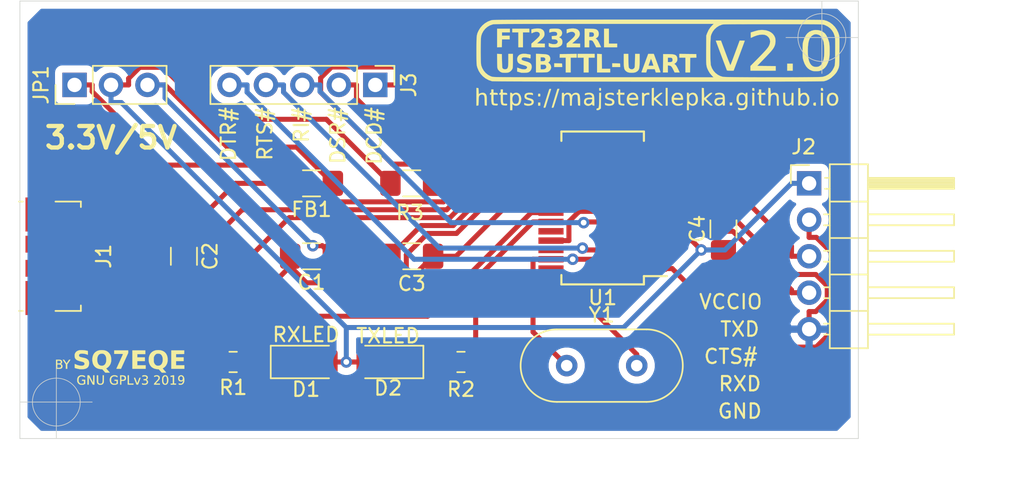
<source format=kicad_pcb>
(kicad_pcb (version 20171130) (host pcbnew 5.1.4-3.fc31)

  (general
    (thickness 1.6)
    (drawings 19)
    (tracks 207)
    (zones 0)
    (modules 18)
    (nets 27)
  )

  (page A4)
  (layers
    (0 F.Cu signal)
    (31 B.Cu signal)
    (32 B.Adhes user)
    (33 F.Adhes user)
    (34 B.Paste user)
    (35 F.Paste user)
    (36 B.SilkS user)
    (37 F.SilkS user)
    (38 B.Mask user)
    (39 F.Mask user)
    (40 Dwgs.User user)
    (41 Cmts.User user)
    (42 Eco1.User user)
    (43 Eco2.User user)
    (44 Edge.Cuts user)
    (45 Margin user)
    (46 B.CrtYd user)
    (47 F.CrtYd user)
    (48 B.Fab user)
    (49 F.Fab user)
  )

  (setup
    (last_trace_width 0.25)
    (user_trace_width 0.35)
    (trace_clearance 0.2)
    (zone_clearance 0.508)
    (zone_45_only no)
    (trace_min 0.2)
    (via_size 0.8)
    (via_drill 0.4)
    (via_min_size 0.4)
    (via_min_drill 0.3)
    (user_via 0.8 0.4)
    (uvia_size 0.3)
    (uvia_drill 0.1)
    (uvias_allowed no)
    (uvia_min_size 0.2)
    (uvia_min_drill 0.1)
    (edge_width 0.05)
    (segment_width 0.2)
    (pcb_text_width 0.3)
    (pcb_text_size 1.5 1.5)
    (mod_edge_width 0.12)
    (mod_text_size 1 1)
    (mod_text_width 0.15)
    (pad_size 1.524 1.524)
    (pad_drill 0.762)
    (pad_to_mask_clearance 0.051)
    (solder_mask_min_width 0.25)
    (aux_axis_origin 81.28 86.36)
    (visible_elements FFFFFF7F)
    (pcbplotparams
      (layerselection 0x292fc_ffffffff)
      (usegerberextensions false)
      (usegerberattributes true)
      (usegerberadvancedattributes true)
      (creategerberjobfile true)
      (excludeedgelayer true)
      (linewidth 0.150000)
      (plotframeref false)
      (viasonmask false)
      (mode 1)
      (useauxorigin true)
      (hpglpennumber 1)
      (hpglpenspeed 20)
      (hpglpendiameter 15.000000)
      (psnegative false)
      (psa4output false)
      (plotreference true)
      (plotvalue true)
      (plotinvisibletext false)
      (padsonsilk false)
      (subtractmaskfromsilk true)
      (outputformat 1)
      (mirror false)
      (drillshape 0)
      (scaleselection 1)
      (outputdirectory "plot/"))
  )

  (net 0 "")
  (net 1 GND)
  (net 2 VCC)
  (net 3 "Net-(C2-Pad1)")
  (net 4 "Net-(C3-Pad1)")
  (net 5 /VCCIO)
  (net 6 "Net-(D1-Pad1)")
  (net 7 "Net-(D2-Pad1)")
  (net 8 "Net-(J1-Pad2)")
  (net 9 "Net-(J1-Pad3)")
  (net 10 /TXD)
  (net 11 /CTS#)
  (net 12 /RXD)
  (net 13 /DCD#)
  (net 14 /DSR#)
  (net 15 /RI#)
  (net 16 /RTS#)
  (net 17 /DTR#)
  (net 18 /RXLED#)
  (net 19 /TXLED#)
  (net 20 /PWREN#)
  (net 21 "Net-(U1-Pad12)")
  (net 22 "Net-(U1-Pad13)")
  (net 23 "Net-(U1-Pad19)")
  (net 24 "Net-(U1-Pad26)")
  (net 25 "Net-(U1-Pad27)")
  (net 26 "Net-(U1-Pad28)")

  (net_class Default "To jest domyślna klasa połączeń."
    (clearance 0.2)
    (trace_width 0.25)
    (via_dia 0.8)
    (via_drill 0.4)
    (uvia_dia 0.3)
    (uvia_drill 0.1)
  )

  (net_class signal ""
    (clearance 0.2)
    (trace_width 0.35)
    (via_dia 0.8)
    (via_drill 0.4)
    (uvia_dia 0.3)
    (uvia_drill 0.1)
    (add_net /CTS#)
    (add_net /DCD#)
    (add_net /DSR#)
    (add_net /DTR#)
    (add_net /PWREN#)
    (add_net /RI#)
    (add_net /RTS#)
    (add_net /RXD)
    (add_net /RXLED#)
    (add_net /TXD)
    (add_net /TXLED#)
    (add_net /VCCIO)
    (add_net GND)
    (add_net "Net-(C2-Pad1)")
    (add_net "Net-(C3-Pad1)")
    (add_net "Net-(D1-Pad1)")
    (add_net "Net-(D2-Pad1)")
    (add_net "Net-(J1-Pad2)")
    (add_net "Net-(J1-Pad3)")
    (add_net "Net-(U1-Pad12)")
    (add_net "Net-(U1-Pad13)")
    (add_net "Net-(U1-Pad19)")
    (add_net "Net-(U1-Pad26)")
    (add_net "Net-(U1-Pad27)")
    (add_net "Net-(U1-Pad28)")
    (add_net VCC)
  )

  (module packages:logo_v2 (layer F.Cu) (tedit 0) (tstamp 5DBF4F56)
    (at 88.265 81.407)
    (fp_text reference G*** (at 0 0) (layer F.SilkS) hide
      (effects (font (size 1.524 1.524) (thickness 0.3)))
    )
    (fp_text value LOGO (at 0.75 0) (layer F.SilkS) hide
      (effects (font (size 1.524 1.524) (thickness 0.3)))
    )
    (fp_poly (pts (xy 4.463857 -1.06098) (xy 4.460875 -0.936625) (xy 4.177771 -0.933807) (xy 3.894667 -0.930988)
      (xy 3.894667 -0.6985) (xy 4.423834 -0.6985) (xy 4.423834 -0.4445) (xy 3.894667 -0.4445)
      (xy 3.894667 -0.148167) (xy 4.47675 -0.148167) (xy 4.47675 0.09525) (xy 3.566584 0.09525)
      (xy 3.566584 -1.185334) (xy 4.466839 -1.185334) (xy 4.463857 -1.06098)) (layer F.SilkS) (width 0.01))
    (fp_poly (pts (xy 1.756834 -0.931334) (xy 1.195917 -0.931334) (xy 1.195917 -0.6985) (xy 1.725084 -0.6985)
      (xy 1.725084 -0.4445) (xy 1.195917 -0.4445) (xy 1.195917 -0.148167) (xy 1.778 -0.148167)
      (xy 1.778 0.09525) (xy 0.85725 0.09525) (xy 0.85725 -1.185334) (xy 1.756834 -1.185334)
      (xy 1.756834 -0.931334)) (layer F.SilkS) (width 0.01))
    (fp_poly (pts (xy 0.560917 -1.005157) (xy 0.310427 -0.454954) (xy 0.059937 0.09525) (xy -0.102948 0.09525)
      (xy -0.158456 0.094742) (xy -0.205169 0.093341) (xy -0.239624 0.091229) (xy -0.258363 0.08859)
      (xy -0.260676 0.086907) (xy -0.254628 0.07462) (xy -0.240906 0.045308) (xy -0.220521 0.001199)
      (xy -0.194486 -0.055477) (xy -0.163813 -0.122492) (xy -0.129515 -0.197618) (xy -0.092604 -0.278624)
      (xy -0.054091 -0.363283) (xy -0.014989 -0.449365) (xy 0.02369 -0.534643) (xy 0.060933 -0.616886)
      (xy 0.095729 -0.693867) (xy 0.127066 -0.763357) (xy 0.15393 -0.823126) (xy 0.17531 -0.870947)
      (xy 0.190194 -0.90459) (xy 0.19757 -0.921826) (xy 0.198148 -0.923396) (xy 0.198559 -0.928739)
      (xy 0.19485 -0.932945) (xy 0.184815 -0.936151) (xy 0.166251 -0.93849) (xy 0.136955 -0.940098)
      (xy 0.094723 -0.94111) (xy 0.037351 -0.94166) (xy -0.037364 -0.941883) (xy -0.104599 -0.941917)
      (xy -0.41275 -0.941917) (xy -0.41275 -1.185334) (xy 0.560917 -1.185334) (xy 0.560917 -1.005157)) (layer F.SilkS) (width 0.01))
    (fp_poly (pts (xy -3.820583 -0.41275) (xy -3.790072 -0.367684) (xy -3.763718 -0.329656) (xy -3.743728 -0.301782)
      (xy -3.732311 -0.287179) (xy -3.730625 -0.28575) (xy -3.723329 -0.294058) (xy -3.706564 -0.316905)
      (xy -3.682535 -0.351174) (xy -3.65345 -0.393751) (xy -3.640666 -0.41275) (xy -3.555582 -0.53975)
      (xy -3.460285 -0.53975) (xy -3.571642 -0.376787) (xy -3.683 -0.213823) (xy -3.683 0.09525)
      (xy -3.77825 0.09525) (xy -3.77825 -0.212846) (xy -3.888268 -0.376298) (xy -3.998287 -0.53975)
      (xy -3.905668 -0.53975) (xy -3.820583 -0.41275)) (layer F.SilkS) (width 0.01))
    (fp_poly (pts (xy -4.320646 -0.539518) (xy -4.243166 -0.537856) (xy -4.183505 -0.532522) (xy -4.138494 -0.52258)
      (xy -4.104961 -0.507089) (xy -4.079737 -0.485113) (xy -4.064258 -0.463637) (xy -4.046478 -0.418781)
      (xy -4.042898 -0.370753) (xy -4.052395 -0.325088) (xy -4.073843 -0.287323) (xy -4.104912 -0.263517)
      (xy -4.135725 -0.249877) (xy -4.090944 -0.221478) (xy -4.049876 -0.184336) (xy -4.024485 -0.137957)
      (xy -4.014502 -0.086696) (xy -4.019659 -0.034906) (xy -4.039687 0.013059) (xy -4.074319 0.052845)
      (xy -4.109198 0.074466) (xy -4.130635 0.082733) (xy -4.155156 0.088485) (xy -4.186973 0.092151)
      (xy -4.230298 0.094165) (xy -4.289343 0.094955) (xy -4.310062 0.095017) (xy -4.466166 0.09525)
      (xy -4.466166 0.03175) (xy -4.3815 0.03175) (xy -4.304771 0.03169) (xy -4.259943 0.030116)
      (xy -4.217744 0.026058) (xy -4.188835 0.020743) (xy -4.144857 -0.000118) (xy -4.117984 -0.033431)
      (xy -4.108324 -0.079033) (xy -4.109115 -0.098779) (xy -4.117848 -0.139798) (xy -4.136708 -0.17019)
      (xy -4.168023 -0.191226) (xy -4.214124 -0.204174) (xy -4.277337 -0.210305) (xy -4.315354 -0.211206)
      (xy -4.3815 -0.211667) (xy -4.3815 0.03175) (xy -4.466166 0.03175) (xy -4.466166 -0.275167)
      (xy -4.3815 -0.275167) (xy -4.301785 -0.275167) (xy -4.253786 -0.277386) (xy -4.21121 -0.283304)
      (xy -4.185392 -0.290492) (xy -4.149508 -0.314915) (xy -4.131609 -0.350379) (xy -4.131956 -0.396146)
      (xy -4.141733 -0.425834) (xy -4.160253 -0.446893) (xy -4.190745 -0.460942) (xy -4.236435 -0.469605)
      (xy -4.286436 -0.473766) (xy -4.3815 -0.479186) (xy -4.3815 -0.275167) (xy -4.466166 -0.275167)
      (xy -4.466166 -0.53975) (xy -4.320646 -0.539518)) (layer F.SilkS) (width 0.01))
    (fp_poly (pts (xy -2.573538 -1.200962) (xy -2.489383 -1.193829) (xy -2.410746 -1.183287) (xy -2.365986 -1.174888)
      (xy -2.320956 -1.164907) (xy -2.283741 -1.156058) (xy -2.259179 -1.149524) (xy -2.252215 -1.147034)
      (xy -2.248966 -1.135026) (xy -2.246285 -1.106072) (xy -2.244433 -1.06439) (xy -2.243673 -1.0142)
      (xy -2.243666 -1.009202) (xy -2.244156 -0.951963) (xy -2.245798 -0.913369) (xy -2.248853 -0.890917)
      (xy -2.253582 -0.882104) (xy -2.256896 -0.882124) (xy -2.350832 -0.916084) (xy -2.447706 -0.942267)
      (xy -2.542471 -0.959764) (xy -2.630078 -0.967665) (xy -2.705481 -0.965062) (xy -2.712261 -0.964174)
      (xy -2.776364 -0.95111) (xy -2.821859 -0.931792) (xy -2.850803 -0.904551) (xy -2.865253 -0.867718)
      (xy -2.867848 -0.837916) (xy -2.863676 -0.80073) (xy -2.849027 -0.771572) (xy -2.821344 -0.748442)
      (xy -2.77807 -0.729339) (xy -2.716649 -0.712263) (xy -2.703445 -0.709244) (xy -2.618156 -0.69011)
      (xy -2.550623 -0.674623) (xy -2.497908 -0.661983) (xy -2.457076 -0.651384) (xy -2.425188 -0.642027)
      (xy -2.399307 -0.633106) (xy -2.376495 -0.62382) (xy -2.355462 -0.614154) (xy -2.282311 -0.570059)
      (xy -2.225001 -0.515861) (xy -2.18678 -0.455823) (xy -2.172983 -0.410336) (xy -2.165097 -0.3511)
      (xy -2.163086 -0.284681) (xy -2.166913 -0.217645) (xy -2.176539 -0.156557) (xy -2.188707 -0.115577)
      (xy -2.22782 -0.042068) (xy -2.281771 0.017378) (xy -2.351427 0.063474) (xy -2.437655 0.096937)
      (xy -2.450834 0.100584) (xy -2.499053 0.109776) (xy -2.561921 0.116645) (xy -2.63302 0.120933)
      (xy -2.705931 0.122384) (xy -2.774239 0.12074) (xy -2.831041 0.11581) (xy -2.876455 0.10824)
      (xy -2.932717 0.096769) (xy -2.993386 0.082931) (xy -3.052019 0.068259) (xy -3.102176 0.054287)
      (xy -3.135312 0.043363) (xy -3.164416 0.032273) (xy -3.164416 -0.105572) (xy -3.164143 -0.156806)
      (xy -3.163393 -0.19941) (xy -3.162277 -0.229459) (xy -3.160902 -0.243026) (xy -3.160615 -0.243417)
      (xy -3.149929 -0.239289) (xy -3.124831 -0.228305) (xy -3.090087 -0.212567) (xy -3.077883 -0.206949)
      (xy -2.989087 -0.171078) (xy -2.899238 -0.144249) (xy -2.811258 -0.126637) (xy -2.728066 -0.118419)
      (xy -2.652586 -0.11977) (xy -2.587737 -0.130865) (xy -2.536442 -0.151881) (xy -2.509987 -0.172777)
      (xy -2.485354 -0.212771) (xy -2.478597 -0.257237) (xy -2.488613 -0.301278) (xy -2.514297 -0.339995)
      (xy -2.554069 -0.368273) (xy -2.580676 -0.378241) (xy -2.622709 -0.391172) (xy -2.674905 -0.40556)
      (xy -2.731999 -0.419898) (xy -2.746375 -0.423288) (xy -2.84112 -0.447367) (xy -2.917918 -0.471768)
      (xy -2.979964 -0.497833) (xy -3.030454 -0.526903) (xy -3.072308 -0.560065) (xy -3.115569 -0.607769)
      (xy -3.144857 -0.660236) (xy -3.161903 -0.722046) (xy -3.168437 -0.797779) (xy -3.168635 -0.814917)
      (xy -3.167906 -0.865979) (xy -3.16463 -0.903405) (xy -3.157459 -0.934692) (xy -3.145048 -0.967338)
      (xy -3.138715 -0.981578) (xy -3.095436 -1.053943) (xy -3.03754 -1.112094) (xy -2.964169 -1.156677)
      (xy -2.874465 -1.18834) (xy -2.860371 -1.191822) (xy -2.806628 -1.200118) (xy -2.737409 -1.204287)
      (xy -2.657963 -1.204509) (xy -2.573538 -1.200962)) (layer F.SilkS) (width 0.01))
    (fp_poly (pts (xy 2.775509 -1.200179) (xy 2.841471 -1.190611) (xy 2.841625 -1.190579) (xy 2.948897 -1.157852)
      (xy 3.04487 -1.107823) (xy 3.128181 -1.041876) (xy 3.197467 -0.9614) (xy 3.251365 -0.867781)
      (xy 3.288511 -0.762405) (xy 3.296316 -0.728051) (xy 3.307007 -0.651316) (xy 3.311578 -0.564779)
      (xy 3.31002 -0.477127) (xy 3.302323 -0.397044) (xy 3.296715 -0.365125) (xy 3.267484 -0.267985)
      (xy 3.222731 -0.17577) (xy 3.165168 -0.092399) (xy 3.097506 -0.021786) (xy 3.022456 0.032151)
      (xy 3.02124 0.03284) (xy 2.991184 0.0506) (xy 2.970251 0.064493) (xy 2.963334 0.070975)
      (xy 2.970053 0.080249) (xy 2.988679 0.102553) (xy 3.016915 0.135223) (xy 3.052465 0.175596)
      (xy 3.085042 0.212114) (xy 3.124841 0.256816) (xy 3.159184 0.296023) (xy 3.185772 0.327061)
      (xy 3.202306 0.347252) (xy 3.20675 0.353815) (xy 3.196789 0.355948) (xy 3.169392 0.357748)
      (xy 3.128291 0.359069) (xy 3.077215 0.359763) (xy 3.054089 0.359833) (xy 2.901428 0.359833)
      (xy 2.798083 0.244199) (xy 2.694737 0.128565) (xy 2.60414 0.121195) (xy 2.482829 0.104714)
      (xy 2.377191 0.07584) (xy 2.285165 0.033737) (xy 2.204689 -0.022434) (xy 2.168555 -0.055639)
      (xy 2.108331 -0.129091) (xy 2.058179 -0.217417) (xy 2.020807 -0.315649) (xy 2.014421 -0.338667)
      (xy 2.004158 -0.395692) (xy 1.998101 -0.466564) (xy 1.99636 -0.53975) (xy 2.344687 -0.53975)
      (xy 2.345007 -0.474766) (xy 2.346282 -0.426498) (xy 2.348982 -0.390502) (xy 2.35358 -0.362334)
      (xy 2.360546 -0.337549) (xy 2.368345 -0.316661) (xy 2.408367 -0.241291) (xy 2.461221 -0.181997)
      (xy 2.525977 -0.139704) (xy 2.561098 -0.125684) (xy 2.59879 -0.119364) (xy 2.648533 -0.118916)
      (xy 2.702266 -0.123625) (xy 2.751924 -0.132776) (xy 2.789444 -0.145655) (xy 2.790065 -0.145971)
      (xy 2.851567 -0.189334) (xy 2.901017 -0.249462) (xy 2.937908 -0.325382) (xy 2.961732 -0.416115)
      (xy 2.970684 -0.492767) (xy 2.970816 -0.600119) (xy 2.95733 -0.696508) (xy 2.930856 -0.780446)
      (xy 2.892024 -0.850441) (xy 2.841463 -0.905004) (xy 2.780848 -0.942193) (xy 2.72077 -0.959822)
      (xy 2.652839 -0.966438) (xy 2.585792 -0.961858) (xy 2.531981 -0.947425) (xy 2.487711 -0.920702)
      (xy 2.443084 -0.878982) (xy 2.403003 -0.82777) (xy 2.372369 -0.772573) (xy 2.368829 -0.764134)
      (xy 2.359403 -0.738467) (xy 2.352779 -0.71341) (xy 2.348477 -0.684493) (xy 2.346016 -0.647246)
      (xy 2.344914 -0.597199) (xy 2.344687 -0.53975) (xy 1.99636 -0.53975) (xy 1.996249 -0.544387)
      (xy 1.998599 -0.622264) (xy 2.005152 -0.693298) (xy 2.014489 -0.745062) (xy 2.051392 -0.85435)
      (xy 2.104713 -0.950857) (xy 2.173378 -1.033535) (xy 2.256309 -1.101337) (xy 2.352433 -1.153213)
      (xy 2.460673 -1.188117) (xy 2.471512 -1.190504) (xy 2.537112 -1.200111) (xy 2.615119 -1.204927)
      (xy 2.697322 -1.20495) (xy 2.775509 -1.200179)) (layer F.SilkS) (width 0.01))
    (fp_poly (pts (xy -1.16305 -1.2006) (xy -1.058419 -1.182387) (xy -0.966256 -1.150736) (xy -0.883924 -1.104705)
      (xy -0.808791 -1.043349) (xy -0.798065 -1.032852) (xy -0.734901 -0.960194) (xy -0.686823 -0.882329)
      (xy -0.652719 -0.796191) (xy -0.631478 -0.698713) (xy -0.621989 -0.586831) (xy -0.621242 -0.545042)
      (xy -0.623704 -0.455751) (xy -0.632782 -0.379924) (xy -0.649987 -0.310485) (xy -0.676833 -0.240357)
      (xy -0.694392 -0.202722) (xy -0.737273 -0.132036) (xy -0.793878 -0.063443) (xy -0.858228 -0.003373)
      (xy -0.918865 0.038686) (xy -0.975188 0.070817) (xy -0.872124 0.186221) (xy -0.833004 0.229973)
      (xy -0.796728 0.270448) (xy -0.766688 0.303871) (xy -0.746276 0.326462) (xy -0.742383 0.330729)
      (xy -0.715706 0.359833) (xy -1.033116 0.359833) (xy -1.23754 0.130207) (xy -1.353521 0.118398)
      (xy -1.469346 0.100482) (xy -1.569205 0.07133) (xy -1.655761 0.029752) (xy -1.731681 -0.025443)
      (xy -1.778909 -0.07171) (xy -1.84185 -0.154971) (xy -1.888596 -0.249911) (xy -1.919445 -0.35742)
      (xy -1.934697 -0.478386) (xy -1.935423 -0.502982) (xy -1.596923 -0.502982) (xy -1.586494 -0.413232)
      (xy -1.56545 -0.330581) (xy -1.534572 -0.258611) (xy -1.49464 -0.200905) (xy -1.471439 -0.17845)
      (xy -1.416853 -0.145543) (xy -1.350565 -0.124741) (xy -1.278874 -0.117012) (xy -1.208077 -0.123326)
      (xy -1.173397 -0.132587) (xy -1.109768 -0.164442) (xy -1.057161 -0.213396) (xy -1.018833 -0.271728)
      (xy -0.991723 -0.333131) (xy -0.974225 -0.399216) (xy -0.965524 -0.474763) (xy -0.964804 -0.564552)
      (xy -0.965542 -0.584537) (xy -0.972387 -0.669088) (xy -0.985878 -0.737788) (xy -1.007599 -0.795338)
      (xy -1.039138 -0.846443) (xy -1.064112 -0.876723) (xy -1.112361 -0.921335) (xy -1.164357 -0.949469)
      (xy -1.22562 -0.963463) (xy -1.275291 -0.966094) (xy -1.357383 -0.957548) (xy -1.427681 -0.931441)
      (xy -1.486117 -0.887835) (xy -1.532623 -0.82679) (xy -1.56713 -0.74837) (xy -1.582812 -0.689441)
      (xy -1.595956 -0.596245) (xy -1.596923 -0.502982) (xy -1.935423 -0.502982) (xy -1.936566 -0.541704)
      (xy -1.929404 -0.668901) (xy -1.907214 -0.78193) (xy -1.869593 -0.881925) (xy -1.81614 -0.970017)
      (xy -1.762707 -1.031685) (xy -1.683013 -1.098463) (xy -1.593364 -1.148749) (xy -1.492307 -1.183072)
      (xy -1.378387 -1.20196) (xy -1.282783 -1.206317) (xy -1.16305 -1.2006)) (layer F.SilkS) (width 0.01))
    (fp_poly (pts (xy 3.757084 0.550333) (xy 3.757084 1.121833) (xy 3.894667 1.121833) (xy 3.894667 1.195916)
      (xy 3.522909 1.195916) (xy 3.526225 1.16152) (xy 3.529542 1.127125) (xy 3.600979 1.123995)
      (xy 3.672417 1.120866) (xy 3.672417 0.877933) (xy 3.672087 0.808798) (xy 3.671163 0.74735)
      (xy 3.66974 0.696538) (xy 3.667916 0.659314) (xy 3.665787 0.63863) (xy 3.664479 0.635371)
      (xy 3.650679 0.63764) (xy 3.622608 0.643182) (xy 3.59077 0.649856) (xy 3.555902 0.656338)
      (xy 3.529988 0.659289) (xy 3.519332 0.658304) (xy 3.515391 0.644774) (xy 3.51367 0.619877)
      (xy 3.513667 0.618809) (xy 3.513667 0.584979) (xy 3.600979 0.567648) (xy 3.646328 0.559462)
      (xy 3.687948 0.553363) (xy 3.71822 0.550435) (xy 3.722688 0.550325) (xy 3.757084 0.550333)) (layer F.SilkS) (width 0.01))
    (fp_poly (pts (xy 2.647182 0.56007) (xy 2.702919 0.592765) (xy 2.719387 0.607995) (xy 2.741317 0.633806)
      (xy 2.753219 0.659246) (xy 2.758964 0.693711) (xy 2.760026 0.70666) (xy 2.758812 0.765541)
      (xy 2.748687 0.805724) (xy 2.736408 0.825772) (xy 2.712223 0.85776) (xy 2.678868 0.898343)
      (xy 2.639075 0.944174) (xy 2.604176 0.982655) (xy 2.47544 1.121833) (xy 2.772834 1.121833)
      (xy 2.772834 1.195916) (xy 2.360084 1.195916) (xy 2.360084 1.163244) (xy 2.362154 1.149346)
      (xy 2.369619 1.132921) (xy 2.384358 1.111559) (xy 2.40825 1.082854) (xy 2.443177 1.044398)
      (xy 2.491018 0.993782) (xy 2.498486 0.985973) (xy 2.543741 0.937745) (xy 2.585063 0.891943)
      (xy 2.619676 0.851783) (xy 2.644801 0.820483) (xy 2.657236 0.802109) (xy 2.675328 0.750123)
      (xy 2.674545 0.703069) (xy 2.655619 0.663511) (xy 2.619281 0.634014) (xy 2.607749 0.62859)
      (xy 2.570089 0.617723) (xy 2.529269 0.616823) (xy 2.481181 0.626499) (xy 2.421718 0.647358)
      (xy 2.389188 0.660974) (xy 2.377326 0.663214) (xy 2.37194 0.653197) (xy 2.370667 0.626511)
      (xy 2.370667 0.626399) (xy 2.371832 0.600723) (xy 2.378819 0.585838) (xy 2.396864 0.575576)
      (xy 2.420938 0.567155) (xy 2.504937 0.547094) (xy 2.58077 0.544789) (xy 2.647182 0.56007)) (layer F.SilkS) (width 0.01))
    (fp_poly (pts (xy 1.413194 0.758737) (xy 1.404546 0.781196) (xy 1.389964 0.819624) (xy 1.370904 0.870155)
      (xy 1.348826 0.928923) (xy 1.325186 0.992065) (xy 1.324152 0.994833) (xy 1.250987 1.190625)
      (xy 1.19794 1.193791) (xy 1.166438 1.193961) (xy 1.144656 1.190898) (xy 1.13932 1.18794)
      (xy 1.134096 1.175741) (xy 1.122655 1.146752) (xy 1.106166 1.104015) (xy 1.085802 1.050576)
      (xy 1.062734 0.989478) (xy 1.054601 0.967815) (xy 1.030701 0.904111) (xy 1.008998 0.846347)
      (xy 0.990703 0.797745) (xy 0.97703 0.761524) (xy 0.969192 0.740906) (xy 0.968137 0.738187)
      (xy 0.966481 0.726258) (xy 0.977142 0.720879) (xy 1.002995 0.719666) (xy 1.045171 0.719666)
      (xy 1.119663 0.918104) (xy 1.146131 0.98762) (xy 1.166546 1.038768) (xy 1.181689 1.073213)
      (xy 1.192338 1.092622) (xy 1.199271 1.09866) (xy 1.202518 1.095375) (xy 1.208866 1.07882)
      (xy 1.221248 1.046136) (xy 1.238268 1.001016) (xy 1.258536 0.947151) (xy 1.276399 0.899583)
      (xy 1.341919 0.724958) (xy 1.385495 0.721696) (xy 1.429072 0.718433) (xy 1.413194 0.758737)) (layer F.SilkS) (width 0.01))
    (fp_poly (pts (xy 0.613834 1.121833) (xy 0.931334 1.121833) (xy 0.931334 1.195916) (xy 0.529167 1.195916)
      (xy 0.529167 0.550333) (xy 0.613834 0.550333) (xy 0.613834 1.121833)) (layer F.SilkS) (width 0.01))
    (fp_poly (pts (xy 0.134938 0.552661) (xy 0.206215 0.556789) (xy 0.261995 0.563016) (xy 0.299838 0.571043)
      (xy 0.307411 0.573793) (xy 0.356174 0.605232) (xy 0.390036 0.650616) (xy 0.40812 0.708036)
      (xy 0.409548 0.775581) (xy 0.40755 0.791537) (xy 0.389788 0.845341) (xy 0.35456 0.887438)
      (xy 0.302138 0.917672) (xy 0.232796 0.935884) (xy 0.147646 0.941916) (xy 0.084667 0.941916)
      (xy 0.084667 1.195916) (xy 0 1.195916) (xy 0 0.867833) (xy 0.084667 0.867833)
      (xy 0.154505 0.867833) (xy 0.202407 0.864935) (xy 0.243058 0.857175) (xy 0.258872 0.851448)
      (xy 0.293097 0.824635) (xy 0.313307 0.786648) (xy 0.318705 0.742849) (xy 0.308492 0.698597)
      (xy 0.286728 0.664394) (xy 0.270015 0.647158) (xy 0.253805 0.636584) (xy 0.2321 0.630696)
      (xy 0.198905 0.62752) (xy 0.170311 0.626064) (xy 0.084667 0.622175) (xy 0.084667 0.867833)
      (xy 0 0.867833) (xy 0 0.547523) (xy 0.134938 0.552661)) (layer F.SilkS) (width 0.01))
    (fp_poly (pts (xy -2.155414 0.555625) (xy -2.016978 0.816847) (xy -1.878541 1.07807) (xy -1.875714 0.814201)
      (xy -1.872886 0.550333) (xy -1.788583 0.550333) (xy -1.788583 1.196972) (xy -1.847896 1.193798)
      (xy -1.907208 1.190625) (xy -2.046333 0.928292) (xy -2.185458 0.66596) (xy -2.188286 0.930938)
      (xy -2.191113 1.195916) (xy -2.275416 1.195916) (xy -2.275416 0.549277) (xy -2.155414 0.555625)) (layer F.SilkS) (width 0.01))
    (fp_poly (pts (xy 4.307861 0.550367) (xy 4.364275 0.575935) (xy 4.409858 0.618987) (xy 4.444077 0.678517)
      (xy 4.466396 0.753514) (xy 4.476282 0.842972) (xy 4.47675 0.869252) (xy 4.469477 0.964893)
      (xy 4.447761 1.045741) (xy 4.411762 1.111461) (xy 4.361638 1.161717) (xy 4.329565 1.181881)
      (xy 4.282964 1.197983) (xy 4.224907 1.205707) (xy 4.163577 1.204578) (xy 4.108979 1.194659)
      (xy 4.085694 1.185285) (xy 4.076216 1.170229) (xy 4.074584 1.146754) (xy 4.075921 1.122026)
      (xy 4.082496 1.113538) (xy 4.098146 1.116409) (xy 4.098396 1.11649) (xy 4.120911 1.121069)
      (xy 4.156675 1.125555) (xy 4.196292 1.128859) (xy 4.23938 1.130347) (xy 4.268967 1.127445)
      (xy 4.292473 1.118974) (xy 4.305491 1.111518) (xy 4.338809 1.079508) (xy 4.365958 1.031049)
      (xy 4.38468 0.970494) (xy 4.388052 0.952294) (xy 4.395557 0.905362) (xy 4.361255 0.934225)
      (xy 4.332344 0.95435) (xy 4.304021 0.967776) (xy 4.298664 0.969262) (xy 4.273384 0.975084)
      (xy 4.258959 0.978814) (xy 4.234791 0.979395) (xy 4.199561 0.973124) (xy 4.161371 0.962131)
      (xy 4.128325 0.948547) (xy 4.115914 0.941202) (xy 4.079276 0.902929) (xy 4.054077 0.851413)
      (xy 4.041238 0.791777) (xy 4.041436 0.763499) (xy 4.128076 0.763499) (xy 4.132295 0.811127)
      (xy 4.143508 0.846923) (xy 4.172692 0.882408) (xy 4.212718 0.903675) (xy 4.257789 0.90959)
      (xy 4.302109 0.899018) (xy 4.327572 0.882935) (xy 4.35932 0.843361) (xy 4.375919 0.794481)
      (xy 4.377225 0.741922) (xy 4.363094 0.691307) (xy 4.333599 0.648482) (xy 4.293039 0.620996)
      (xy 4.248417 0.61187) (xy 4.204588 0.620366) (xy 4.166404 0.645745) (xy 4.143315 0.67745)
      (xy 4.131746 0.715627) (xy 4.128076 0.763499) (xy 4.041436 0.763499) (xy 4.041677 0.729144)
      (xy 4.056317 0.66864) (xy 4.063831 0.651224) (xy 4.098007 0.603615) (xy 4.145998 0.568548)
      (xy 4.203359 0.547861) (xy 4.265645 0.54339) (xy 4.307861 0.550367)) (layer F.SilkS) (width 0.01))
    (fp_poly (pts (xy 3.217219 0.557777) (xy 3.263611 0.582915) (xy 3.263928 0.583163) (xy 3.298033 0.621772)
      (xy 3.325773 0.676692) (xy 3.346131 0.743755) (xy 3.358086 0.818792) (xy 3.360622 0.897635)
      (xy 3.355539 0.958131) (xy 3.338737 1.0403) (xy 3.313077 1.104802) (xy 3.277426 1.153675)
      (xy 3.230651 1.188959) (xy 3.225797 1.191569) (xy 3.191515 1.201779) (xy 3.146126 1.205549)
      (xy 3.098687 1.202883) (xy 3.058252 1.193785) (xy 3.05247 1.191488) (xy 3.003727 1.158889)
      (xy 2.966215 1.108646) (xy 2.940077 1.041148) (xy 2.92546 0.956784) (xy 2.92358 0.892575)
      (xy 3.007226 0.892575) (xy 3.008004 0.911641) (xy 3.016927 0.994292) (xy 3.03473 1.058761)
      (xy 3.061201 1.104714) (xy 3.096125 1.131819) (xy 3.139291 1.13974) (xy 3.152705 1.138493)
      (xy 3.186069 1.127545) (xy 3.213891 1.109513) (xy 3.239708 1.073937) (xy 3.257286 1.022751)
      (xy 3.266899 0.954632) (xy 3.268822 0.868259) (xy 3.268292 0.848176) (xy 3.262338 0.767036)
      (xy 3.250018 0.704813) (xy 3.230499 0.659996) (xy 3.20295 0.631071) (xy 3.166538 0.616526)
      (xy 3.139546 0.614068) (xy 3.107646 0.618033) (xy 3.080666 0.633367) (xy 3.064041 0.648592)
      (xy 3.036238 0.687354) (xy 3.017768 0.739687) (xy 3.008231 0.807468) (xy 3.007226 0.892575)
      (xy 2.92358 0.892575) (xy 2.922507 0.855941) (xy 2.922904 0.843751) (xy 2.925646 0.78781)
      (xy 2.929603 0.747079) (xy 2.935898 0.715601) (xy 2.945653 0.687421) (xy 2.957058 0.662521)
      (xy 2.994716 0.605151) (xy 3.042664 0.566202) (xy 3.101209 0.545434) (xy 3.106653 0.544504)
      (xy 3.161623 0.544168) (xy 3.217219 0.557777)) (layer F.SilkS) (width 0.01))
    (fp_poly (pts (xy 1.795313 0.551977) (xy 1.851954 0.575896) (xy 1.886352 0.603278) (xy 1.910316 0.629634)
      (xy 1.922121 0.652434) (xy 1.92594 0.681587) (xy 1.926167 0.69778) (xy 1.919381 0.75604)
      (xy 1.89835 0.799733) (xy 1.862064 0.830813) (xy 1.855523 0.834364) (xy 1.831745 0.847069)
      (xy 1.825215 0.853844) (xy 1.834324 0.858378) (xy 1.843952 0.860883) (xy 1.873803 0.876866)
      (xy 1.904002 0.906341) (xy 1.928855 0.942513) (xy 1.942671 0.978589) (xy 1.942698 0.978732)
      (xy 1.944871 1.041758) (xy 1.927597 1.097934) (xy 1.892127 1.144831) (xy 1.839715 1.18002)
      (xy 1.838659 1.180515) (xy 1.803428 1.194698) (xy 1.768985 1.202404) (xy 1.726689 1.205153)
      (xy 1.698625 1.205125) (xy 1.651199 1.203148) (xy 1.605616 1.199034) (xy 1.571137 1.19364)
      (xy 1.568979 1.193142) (xy 1.540956 1.185149) (xy 1.527939 1.174786) (xy 1.524191 1.155465)
      (xy 1.524 1.141496) (xy 1.52491 1.115532) (xy 1.527173 1.101483) (xy 1.527961 1.100666)
      (xy 1.53942 1.10387) (xy 1.563766 1.111961) (xy 1.576917 1.116541) (xy 1.62501 1.127725)
      (xy 1.680736 1.132006) (xy 1.735911 1.12945) (xy 1.782349 1.120125) (xy 1.796224 1.114717)
      (xy 1.831066 1.087916) (xy 1.852482 1.05047) (xy 1.859458 1.008136) (xy 1.850978 0.966673)
      (xy 1.828109 0.93373) (xy 1.788983 0.906977) (xy 1.739833 0.892607) (xy 1.686682 0.889)
      (xy 1.628492 0.889) (xy 1.631809 0.854604) (xy 1.635125 0.820208) (xy 1.711039 0.814916)
      (xy 1.76893 0.806565) (xy 1.808669 0.789994) (xy 1.832142 0.763789) (xy 1.841239 0.72654)
      (xy 1.8415 0.71734) (xy 1.832496 0.674989) (xy 1.80665 0.643539) (xy 1.765711 0.623772)
      (xy 1.711425 0.616468) (xy 1.645543 0.622409) (xy 1.634013 0.624647) (xy 1.598414 0.632417)
      (xy 1.570375 0.639222) (xy 1.558668 0.642667) (xy 1.550368 0.637346) (xy 1.545654 0.619054)
      (xy 1.544959 0.595751) (xy 1.548714 0.575396) (xy 1.554556 0.566946) (xy 1.568972 0.562675)
      (xy 1.598407 0.556734) (xy 1.636906 0.550304) (xy 1.64301 0.549383) (xy 1.726136 0.543244)
      (xy 1.795313 0.551977)) (layer F.SilkS) (width 0.01))
    (fp_poly (pts (xy -0.336118 0.548959) (xy -0.327667 0.550408) (xy -0.284429 0.560407) (xy -0.243068 0.573479)
      (xy -0.220179 0.583139) (xy -0.19441 0.598459) (xy -0.182843 0.614739) (xy -0.179945 0.64059)
      (xy -0.179916 0.645798) (xy -0.181183 0.675321) (xy -0.187549 0.685758) (xy -0.202868 0.679149)
      (xy -0.21939 0.666727) (xy -0.267231 0.640062) (xy -0.327454 0.622588) (xy -0.392853 0.615469)
      (xy -0.456226 0.619868) (xy -0.478567 0.624882) (xy -0.532158 0.650187) (xy -0.575728 0.691817)
      (xy -0.607959 0.746801) (xy -0.627532 0.812168) (xy -0.633132 0.884948) (xy -0.625003 0.954965)
      (xy -0.602986 1.023322) (xy -0.568369 1.074997) (xy -0.520424 1.110555) (xy -0.458419 1.130562)
      (xy -0.391727 1.135756) (xy -0.327458 1.131636) (xy -0.282739 1.120195) (xy -0.276933 1.117455)
      (xy -0.242544 1.099671) (xy -0.248708 0.936625) (xy -0.320146 0.933495) (xy -0.391583 0.930366)
      (xy -0.391583 0.856533) (xy -0.164041 0.862541) (xy -0.158131 1.130535) (xy -0.187545 1.15139)
      (xy -0.240183 1.178408) (xy -0.306138 1.196762) (xy -0.379109 1.205735) (xy -0.452795 1.204609)
      (xy -0.520896 1.19267) (xy -0.529166 1.190237) (xy -0.591641 1.160143) (xy -0.645354 1.112818)
      (xy -0.684927 1.054616) (xy -0.704338 1.001042) (xy -0.716104 0.934936) (xy -0.719734 0.863685)
      (xy -0.714738 0.794678) (xy -0.705192 0.749377) (xy -0.675179 0.681703) (xy -0.629341 0.626039)
      (xy -0.570097 0.583657) (xy -0.499866 0.555833) (xy -0.421067 0.543842) (xy -0.336118 0.548959)) (layer F.SilkS) (width 0.01))
    (fp_poly (pts (xy -1.532641 0.796895) (xy -1.5313 0.881314) (xy -1.529452 0.947328) (xy -1.526505 0.9977)
      (xy -1.521867 1.035191) (xy -1.514947 1.062562) (xy -1.505152 1.082577) (xy -1.491893 1.097996)
      (xy -1.474576 1.111581) (xy -1.463661 1.11891) (xy -1.428323 1.13242) (xy -1.382709 1.13732)
      (xy -1.33554 1.133818) (xy -1.295535 1.12212) (xy -1.282703 1.114617) (xy -1.264557 1.099978)
      (xy -1.250429 1.0843) (xy -1.239769 1.0648) (xy -1.23203 1.038694) (xy -1.226664 1.0032)
      (xy -1.223123 0.955534) (xy -1.220859 0.892914) (xy -1.219323 0.812554) (xy -1.219014 0.791104)
      (xy -1.215652 0.550333) (xy -1.132416 0.550333) (xy -1.132476 0.78052) (xy -1.133042 0.856943)
      (xy -1.134608 0.925641) (xy -1.137032 0.983297) (xy -1.140171 1.026599) (xy -1.143886 1.05223)
      (xy -1.144098 1.053041) (xy -1.169488 1.110952) (xy -1.20929 1.157907) (xy -1.252896 1.186252)
      (xy -1.300066 1.20008) (xy -1.358066 1.206219) (xy -1.418365 1.204659) (xy -1.47243 1.195393)
      (xy -1.497541 1.186497) (xy -1.551051 1.152292) (xy -1.589278 1.1048) (xy -1.60287 1.077049)
      (xy -1.608405 1.059817) (xy -1.612601 1.03622) (xy -1.61562 1.003475) (xy -1.617623 0.958799)
      (xy -1.618771 0.899409) (xy -1.619225 0.822521) (xy -1.61925 0.794089) (xy -1.61925 0.550333)
      (xy -1.535991 0.550333) (xy -1.532641 0.796895)) (layer F.SilkS) (width 0.01))
    (fp_poly (pts (xy -2.67256 0.546023) (xy -2.616809 0.547812) (xy -2.573632 0.553427) (xy -2.534577 0.564263)
      (xy -2.513541 0.572241) (xy -2.479291 0.586714) (xy -2.460006 0.598433) (xy -2.450982 0.612454)
      (xy -2.44751 0.633835) (xy -2.446733 0.64404) (xy -2.446474 0.670759) (xy -2.449642 0.685071)
      (xy -2.452025 0.685866) (xy -2.510333 0.657733) (xy -2.55484 0.6383) (xy -2.590197 0.6259)
      (xy -2.621056 0.618866) (xy -2.647357 0.615851) (xy -2.720732 0.618776) (xy -2.783618 0.638504)
      (xy -2.834311 0.674213) (xy -2.87015 0.723203) (xy -2.884747 0.764874) (xy -2.894515 0.819594)
      (xy -2.89887 0.879675) (xy -2.897227 0.937431) (xy -2.889836 0.982203) (xy -2.86926 1.028668)
      (xy -2.836071 1.072409) (xy -2.796102 1.106888) (xy -2.764198 1.123071) (xy -2.720033 1.132015)
      (xy -2.665237 1.135118) (xy -2.609516 1.132413) (xy -2.562572 1.123933) (xy -2.557454 1.122354)
      (xy -2.518833 1.109608) (xy -2.518833 0.931333) (xy -2.656416 0.931333) (xy -2.656416 0.85725)
      (xy -2.434166 0.85725) (xy -2.434166 1.144171) (xy -2.495021 1.172244) (xy -2.530428 1.186724)
      (xy -2.565002 1.195755) (xy -2.606273 1.200774) (xy -2.656416 1.20308) (xy -2.703541 1.203405)
      (xy -2.74525 1.201955) (xy -2.775195 1.199024) (xy -2.783485 1.197192) (xy -2.854825 1.163353)
      (xy -2.913273 1.112863) (xy -2.958059 1.046423) (xy -2.965042 1.031875) (xy -2.977876 0.998257)
      (xy -2.985397 0.962705) (xy -2.988813 0.91785) (xy -2.989397 0.883708) (xy -2.983606 0.793426)
      (xy -2.964823 0.718801) (xy -2.932156 0.658126) (xy -2.884714 0.609692) (xy -2.828448 0.575059)
      (xy -2.79558 0.560322) (xy -2.766202 0.551499) (xy -2.732792 0.54719) (xy -2.687831 0.545993)
      (xy -2.67256 0.546023)) (layer F.SilkS) (width 0.01))
  )

  (module Connector_USB:USB_Micro-B_Molex_47346-0001 (layer F.Cu) (tedit 5A1DC0BD) (tstamp 5DBF515D)
    (at 83.82 73.66 270)
    (descr "Micro USB B receptable with flange, bottom-mount, SMD, right-angle (http://www.molex.com/pdm_docs/sd/473460001_sd.pdf)")
    (tags "Micro B USB SMD")
    (path /5DA7C42B)
    (attr smd)
    (fp_text reference J1 (at 0 -3.3 270) (layer F.SilkS)
      (effects (font (size 1 1) (thickness 0.15)))
    )
    (fp_text value KAB-00422 (at 0 -4.445 270) (layer F.Fab)
      (effects (font (size 1 1) (thickness 0.15)))
    )
    (fp_line (start -3.25 2.65) (end 3.25 2.65) (layer F.Fab) (width 0.1))
    (fp_line (start -3.81 2.6) (end -3.81 2.34) (layer F.SilkS) (width 0.12))
    (fp_line (start -3.81 0.06) (end -3.81 -1.71) (layer F.SilkS) (width 0.12))
    (fp_line (start -3.81 -1.71) (end -3.43 -1.71) (layer F.SilkS) (width 0.12))
    (fp_line (start 3.81 -1.71) (end 3.81 0.06) (layer F.SilkS) (width 0.12))
    (fp_line (start 3.81 2.34) (end 3.81 2.6) (layer F.SilkS) (width 0.12))
    (fp_line (start -3.75 3.35) (end -3.75 -1.65) (layer F.Fab) (width 0.1))
    (fp_line (start -3.75 -1.65) (end 3.75 -1.65) (layer F.Fab) (width 0.1))
    (fp_line (start 3.75 -1.65) (end 3.75 3.35) (layer F.Fab) (width 0.1))
    (fp_line (start 3.75 3.35) (end -3.75 3.35) (layer F.Fab) (width 0.1))
    (fp_line (start -4.6 3.9) (end -4.6 -2.7) (layer F.CrtYd) (width 0.05))
    (fp_line (start -4.6 -2.7) (end 4.6 -2.7) (layer F.CrtYd) (width 0.05))
    (fp_line (start 4.6 -2.7) (end 4.6 3.9) (layer F.CrtYd) (width 0.05))
    (fp_line (start 4.6 3.9) (end -4.6 3.9) (layer F.CrtYd) (width 0.05))
    (fp_line (start 3.81 -1.71) (end 3.43 -1.71) (layer F.SilkS) (width 0.12))
    (fp_text user %R (at 0 1.2 90) (layer F.Fab)
      (effects (font (size 1 1) (thickness 0.15)))
    )
    (fp_text user "PCB Edge" (at 0 2.67 270) (layer Dwgs.User)
      (effects (font (size 0.4 0.4) (thickness 0.04)))
    )
    (pad 6 smd rect (at 0.84 1.2 270) (size 1.175 1.9) (layers F.Cu F.Paste F.Mask)
      (net 1 GND))
    (pad 6 smd rect (at -0.84 1.2 270) (size 1.175 1.9) (layers F.Cu F.Paste F.Mask)
      (net 1 GND))
    (pad 6 smd rect (at 2.91 1.2 270) (size 2.375 1.9) (layers F.Cu F.Paste F.Mask)
      (net 1 GND))
    (pad 6 smd rect (at -2.91 1.2 270) (size 2.375 1.9) (layers F.Cu F.Paste F.Mask)
      (net 1 GND))
    (pad 6 smd rect (at 2.4625 -1.1 270) (size 1.475 2.1) (layers F.Cu F.Paste F.Mask)
      (net 1 GND))
    (pad 6 smd rect (at -2.4625 -1.1 270) (size 1.475 2.1) (layers F.Cu F.Paste F.Mask)
      (net 1 GND))
    (pad 5 smd rect (at 1.3 -1.46 270) (size 0.45 1.38) (layers F.Cu F.Paste F.Mask)
      (net 1 GND))
    (pad 4 smd rect (at 0.65 -1.46 270) (size 0.45 1.38) (layers F.Cu F.Paste F.Mask)
      (net 1 GND))
    (pad 3 smd rect (at 0 -1.46 270) (size 0.45 1.38) (layers F.Cu F.Paste F.Mask)
      (net 9 "Net-(J1-Pad3)"))
    (pad 2 smd rect (at -0.65 -1.46 270) (size 0.45 1.38) (layers F.Cu F.Paste F.Mask)
      (net 8 "Net-(J1-Pad2)"))
    (pad 1 smd rect (at -1.3 -1.46 270) (size 0.45 1.38) (layers F.Cu F.Paste F.Mask)
      (net 3 "Net-(C2-Pad1)"))
    (model ${KISYS3DMOD}/Connector_USB.3dshapes/USB_Micro-B_Molex_47346-0001.wrl
      (at (xyz 0 0 0))
      (scale (xyz 1 1 1))
      (rotate (xyz 0 0 0))
    )
  )

  (module packages:project_ver_2 (layer F.Cu) (tedit 0) (tstamp 5DBF3C08)
    (at 125.73 60.325)
    (fp_text reference G*** (at 0 0) (layer F.SilkS) hide
      (effects (font (size 1.524 1.524) (thickness 0.3)))
    )
    (fp_text value LOGO (at 0.75 0) (layer F.SilkS) hide
      (effects (font (size 1.524 1.524) (thickness 0.3)))
    )
    (fp_poly (pts (xy 9.398 0.402167) (xy 9.017 0.402167) (xy 9.017 -0.084667) (xy 9.398 -0.084667)
      (xy 9.398 0.402167)) (layer F.SilkS) (width 0.01))
    (fp_poly (pts (xy 7.348352 -2.427983) (xy 7.355416 -2.427569) (xy 7.556374 -2.399199) (xy 7.736734 -2.34098)
      (xy 7.892862 -2.255355) (xy 8.021124 -2.144769) (xy 8.117884 -2.011669) (xy 8.174466 -1.87658)
      (xy 8.197599 -1.743767) (xy 8.198105 -1.594186) (xy 8.177017 -1.446172) (xy 8.144153 -1.33838)
      (xy 8.11463 -1.270779) (xy 8.080873 -1.205505) (xy 8.039732 -1.138663) (xy 7.988057 -1.066358)
      (xy 7.922696 -0.984693) (xy 7.840499 -0.889775) (xy 7.738316 -0.777708) (xy 7.612995 -0.644597)
      (xy 7.461387 -0.486546) (xy 7.423123 -0.446935) (xy 6.91933 0.074083) (xy 7.565998 0.079681)
      (xy 8.212666 0.085278) (xy 8.212666 0.402167) (xy 6.455833 0.402167) (xy 6.455833 0.079251)
      (xy 6.981583 -0.454959) (xy 7.150055 -0.626951) (xy 7.291087 -0.772959) (xy 7.407668 -0.896434)
      (xy 7.502784 -1.000828) (xy 7.579421 -1.089592) (xy 7.640567 -1.166178) (xy 7.689207 -1.234036)
      (xy 7.728329 -1.296619) (xy 7.758734 -1.353002) (xy 7.811645 -1.498505) (xy 7.825154 -1.640533)
      (xy 7.800769 -1.774057) (xy 7.739997 -1.89405) (xy 7.644346 -1.995486) (xy 7.54736 -2.058046)
      (xy 7.423429 -2.099839) (xy 7.27412 -2.113529) (xy 7.105144 -2.099747) (xy 6.922211 -2.059126)
      (xy 6.73103 -1.992296) (xy 6.655743 -1.959393) (xy 6.58076 -1.925133) (xy 6.521935 -1.898979)
      (xy 6.488615 -1.885058) (xy 6.484602 -1.883833) (xy 6.481225 -1.90341) (xy 6.478619 -1.955784)
      (xy 6.47717 -2.03142) (xy 6.477 -2.070788) (xy 6.477 -2.257743) (xy 6.693958 -2.325089)
      (xy 6.856624 -2.372756) (xy 6.991977 -2.40511) (xy 7.111435 -2.42392) (xy 7.226421 -2.430954)
      (xy 7.348352 -2.427983)) (layer F.SilkS) (width 0.01))
    (fp_poly (pts (xy 4.721433 -0.824861) (xy 4.789183 -0.644134) (xy 4.852749 -0.476876) (xy 4.910577 -0.327008)
      (xy 4.961113 -0.198453) (xy 5.002803 -0.095133) (xy 5.034093 -0.02097) (xy 5.053428 0.020114)
      (xy 5.059011 0.027098) (xy 5.069133 0.004338) (xy 5.092291 -0.053984) (xy 5.126905 -0.143703)
      (xy 5.171395 -0.260652) (xy 5.22418 -0.400664) (xy 5.283681 -0.559573) (xy 5.348316 -0.733211)
      (xy 5.388402 -0.841375) (xy 5.703636 -1.693333) (xy 5.878651 -1.693333) (xy 5.958776 -1.691562)
      (xy 6.019689 -1.686845) (xy 6.051515 -1.680075) (xy 6.053956 -1.677458) (xy 6.046796 -1.655141)
      (xy 6.026124 -1.596949) (xy 5.993322 -1.506634) (xy 5.949773 -1.387946) (xy 5.89686 -1.244638)
      (xy 5.835965 -1.080461) (xy 5.768472 -0.899166) (xy 5.695763 -0.704505) (xy 5.667765 -0.629708)
      (xy 5.281284 0.402167) (xy 5.054891 0.402167) (xy 4.961422 0.400721) (xy 4.884724 0.396809)
      (xy 4.833986 0.391071) (xy 4.818339 0.385728) (xy 4.809035 0.363126) (xy 4.786733 0.305583)
      (xy 4.753128 0.217618) (xy 4.709914 0.103751) (xy 4.658786 -0.031498) (xy 4.601437 -0.183609)
      (xy 4.539562 -0.348062) (xy 4.474856 -0.520339) (xy 4.409011 -0.695919) (xy 4.343724 -0.870282)
      (xy 4.280688 -1.03891) (xy 4.221597 -1.197281) (xy 4.168145 -1.340877) (xy 4.122028 -1.465178)
      (xy 4.084939 -1.565664) (xy 4.058572 -1.637815) (xy 4.044622 -1.677112) (xy 4.042833 -1.683014)
      (xy 4.062367 -1.687705) (xy 4.11445 -1.691281) (xy 4.189297 -1.693174) (xy 4.220422 -1.693333)
      (xy 4.398012 -1.693333) (xy 4.721433 -0.824861)) (layer F.SilkS) (width 0.01))
    (fp_poly (pts (xy 11.154245 -2.423314) (xy 11.331385 -2.382581) (xy 11.490335 -2.308181) (xy 11.625679 -2.202248)
      (xy 11.674102 -2.148962) (xy 11.744946 -2.044806) (xy 11.81383 -1.911595) (xy 11.874888 -1.762425)
      (xy 11.922248 -1.610393) (xy 11.930466 -1.576917) (xy 11.945168 -1.504345) (xy 11.955859 -1.426779)
      (xy 11.963073 -1.336067) (xy 11.967347 -1.224061) (xy 11.969216 -1.082609) (xy 11.969409 -0.98425)
      (xy 11.968723 -0.831294) (xy 11.966497 -0.712121) (xy 11.962061 -0.618188) (xy 11.954746 -0.540953)
      (xy 11.943883 -0.471875) (xy 11.928803 -0.402411) (xy 11.921503 -0.372854) (xy 11.852507 -0.153152)
      (xy 11.765315 0.029822) (xy 11.658431 0.178239) (xy 11.530359 0.29427) (xy 11.41397 0.364094)
      (xy 11.343492 0.396787) (xy 11.283449 0.41767) (xy 11.219624 0.42974) (xy 11.137801 0.435996)
      (xy 11.060808 0.438555) (xy 10.930412 0.437915) (xy 10.825925 0.429291) (xy 10.76325 0.415968)
      (xy 10.59499 0.341526) (xy 10.451335 0.236702) (xy 10.330745 0.099644) (xy 10.231685 -0.0715)
      (xy 10.152618 -0.278583) (xy 10.134162 -0.342126) (xy 10.118227 -0.403836) (xy 10.106249 -0.461566)
      (xy 10.097696 -0.52271) (xy 10.092035 -0.594661) (xy 10.088735 -0.684814) (xy 10.087263 -0.800563)
      (xy 10.087088 -0.949301) (xy 10.087186 -0.993462) (xy 10.450727 -0.993462) (xy 10.450732 -0.973667)
      (xy 10.45996 -0.704711) (xy 10.486763 -0.473792) (xy 10.531457 -0.280289) (xy 10.594363 -0.123583)
      (xy 10.675799 -0.003052) (xy 10.776082 0.081922) (xy 10.895532 0.131961) (xy 11.026442 0.147702)
      (xy 11.157023 0.131514) (xy 11.232842 0.103933) (xy 11.334052 0.036749) (xy 11.417696 -0.05979)
      (xy 11.485455 -0.188716) (xy 11.539012 -0.353062) (xy 11.572044 -0.508) (xy 11.584803 -0.611217)
      (xy 11.592855 -0.742388) (xy 11.596414 -0.892056) (xy 11.595696 -1.050763) (xy 11.590917 -1.209052)
      (xy 11.58229 -1.357466) (xy 11.570031 -1.486548) (xy 11.554355 -1.586839) (xy 11.546805 -1.618098)
      (xy 11.486006 -1.792148) (xy 11.411948 -1.927696) (xy 11.322322 -2.027128) (xy 11.214819 -2.092834)
      (xy 11.087132 -2.127204) (xy 11.050859 -2.131258) (xy 10.973423 -2.133729) (xy 10.910667 -2.122541)
      (xy 10.840839 -2.093029) (xy 10.817952 -2.081315) (xy 10.71555 -2.011729) (xy 10.63127 -1.917986)
      (xy 10.564228 -1.797415) (xy 10.513538 -1.647347) (xy 10.478314 -1.465112) (xy 10.457672 -1.248041)
      (xy 10.450727 -0.993462) (xy 10.087186 -0.993462) (xy 10.08719 -0.994833) (xy 10.088021 -1.154956)
      (xy 10.089912 -1.280093) (xy 10.093407 -1.377587) (xy 10.099047 -1.454782) (xy 10.107378 -1.519022)
      (xy 10.118941 -1.577651) (xy 10.13428 -1.638012) (xy 10.134939 -1.640417) (xy 10.209915 -1.860754)
      (xy 10.304123 -2.043803) (xy 10.418496 -2.19045) (xy 10.553966 -2.30158) (xy 10.711465 -2.378079)
      (xy 10.891926 -2.420833) (xy 10.964333 -2.42825) (xy 11.154245 -2.423314)) (layer F.SilkS) (width 0.01))
    (fp_poly (pts (xy -3.407834 -1.481667) (xy -2.836334 -1.481667) (xy -2.836334 -1.227667) (xy -3.7465 -1.227667)
      (xy -3.7465 -2.518833) (xy -3.407834 -2.518833) (xy -3.407834 -1.481667)) (layer F.SilkS) (width 0.01))
    (fp_poly (pts (xy -4.736042 -2.515152) (xy -4.595472 -2.511404) (xy -4.490112 -2.506582) (xy -4.41284 -2.49993)
      (xy -4.356535 -2.490698) (xy -4.314073 -2.478131) (xy -4.291125 -2.468114) (xy -4.200829 -2.407203)
      (xy -4.144696 -2.327068) (xy -4.119287 -2.221796) (xy -4.11695 -2.168653) (xy -4.1275 -2.056604)
      (xy -4.16265 -1.972332) (xy -4.227553 -1.906011) (xy -4.268984 -1.878728) (xy -4.343852 -1.834555)
      (xy -4.290658 -1.806684) (xy -4.249493 -1.772848) (xy -4.202219 -1.716688) (xy -4.176098 -1.677865)
      (xy -4.146894 -1.62635) (xy -4.109282 -1.555241) (xy -4.06792 -1.473984) (xy -4.027469 -1.392027)
      (xy -3.992589 -1.318817) (xy -3.96794 -1.263802) (xy -3.958182 -1.236428) (xy -3.958167 -1.236053)
      (xy -3.977662 -1.232156) (xy -4.029464 -1.229223) (xy -4.103548 -1.22775) (xy -4.127308 -1.227667)
      (xy -4.296448 -1.227667) (xy -4.401843 -1.437691) (xy -4.449185 -1.526601) (xy -4.495151 -1.603511)
      (xy -4.533777 -1.658936) (xy -4.554912 -1.681108) (xy -4.606575 -1.702491) (xy -4.675343 -1.71391)
      (xy -4.693127 -1.7145) (xy -4.783667 -1.7145) (xy -4.783667 -1.227667) (xy -5.101167 -1.227667)
      (xy -5.101167 -1.947333) (xy -4.785448 -1.947333) (xy -4.677333 -1.947333) (xy -4.604636 -1.952045)
      (xy -4.543091 -1.963999) (xy -4.522984 -1.971669) (xy -4.474663 -2.005054) (xy -4.45152 -2.048584)
      (xy -4.445329 -2.117832) (xy -4.445325 -2.118678) (xy -4.457968 -2.193527) (xy -4.499 -2.242703)
      (xy -4.571937 -2.268852) (xy -4.653098 -2.274965) (xy -4.773084 -2.275417) (xy -4.785448 -1.947333)
      (xy -5.101167 -1.947333) (xy -5.101167 -2.523022) (xy -4.736042 -2.515152)) (layer F.SilkS) (width 0.01))
    (fp_poly (pts (xy -5.732161 -2.517525) (xy -5.616681 -2.475131) (xy -5.54955 -2.42816) (xy -5.482625 -2.345559)
      (xy -5.447703 -2.247982) (xy -5.439834 -2.153097) (xy -5.447586 -2.073783) (xy -5.473425 -1.997779)
      (xy -5.521227 -1.919419) (xy -5.594867 -1.833043) (xy -5.69822 -1.732986) (xy -5.772215 -1.667399)
      (xy -5.974301 -1.49225) (xy -5.418667 -1.480438) (xy -5.418667 -1.227667) (xy -6.35 -1.227667)
      (xy -6.35 -1.479068) (xy -6.076554 -1.723546) (xy -5.960572 -1.8296) (xy -5.874704 -1.914699)
      (xy -5.815556 -1.983752) (xy -5.779731 -2.041672) (xy -5.763832 -2.093369) (xy -5.764465 -2.143754)
      (xy -5.769358 -2.167787) (xy -5.806688 -2.23789) (xy -5.873363 -2.284404) (xy -5.962758 -2.306059)
      (xy -6.068248 -2.301588) (xy -6.183207 -2.269721) (xy -6.219811 -2.254043) (xy -6.281661 -2.225866)
      (xy -6.326175 -2.20674) (xy -6.341519 -2.201333) (xy -6.345863 -2.220634) (xy -6.348921 -2.271082)
      (xy -6.35 -2.33722) (xy -6.35 -2.473107) (xy -6.202947 -2.506554) (xy -6.031867 -2.534025)
      (xy -5.872747 -2.53742) (xy -5.732161 -2.517525)) (layer F.SilkS) (width 0.01))
    (fp_poly (pts (xy -8.30833 -2.534588) (xy -8.197447 -2.521365) (xy -8.155836 -2.510465) (xy -8.038678 -2.453923)
      (xy -7.956439 -2.373487) (xy -7.908779 -2.268691) (xy -7.895167 -2.153952) (xy -7.902289 -2.075325)
      (xy -7.926316 -2.000983) (xy -7.971238 -1.925018) (xy -8.041044 -1.841523) (xy -8.139724 -1.744592)
      (xy -8.220571 -1.672167) (xy -8.426347 -1.49225) (xy -8.150174 -1.486344) (xy -7.874 -1.480438)
      (xy -7.874 -1.227667) (xy -8.805334 -1.227667) (xy -8.805334 -1.479068) (xy -8.531887 -1.723546)
      (xy -8.415905 -1.8296) (xy -8.330038 -1.914699) (xy -8.270889 -1.983752) (xy -8.235064 -2.041672)
      (xy -8.219166 -2.093369) (xy -8.219798 -2.143754) (xy -8.224691 -2.167787) (xy -8.262021 -2.23789)
      (xy -8.328696 -2.284404) (xy -8.418092 -2.306059) (xy -8.523581 -2.301588) (xy -8.63854 -2.269721)
      (xy -8.675144 -2.254043) (xy -8.736995 -2.225866) (xy -8.781508 -2.20674) (xy -8.796852 -2.201333)
      (xy -8.801207 -2.220629) (xy -8.804267 -2.271037) (xy -8.805334 -2.336404) (xy -8.805334 -2.471475)
      (xy -8.704792 -2.497324) (xy -8.575778 -2.522238) (xy -8.439032 -2.534769) (xy -8.30833 -2.534588)) (layer F.SilkS) (width 0.01))
    (fp_poly (pts (xy -8.9535 -2.264833) (xy -9.398 -2.264833) (xy -9.398 -1.227667) (xy -9.7155 -1.227667)
      (xy -9.7155 -2.264833) (xy -10.138834 -2.264833) (xy -10.138834 -2.518833) (xy -8.9535 -2.518833)
      (xy -8.9535 -2.264833)) (layer F.SilkS) (width 0.01))
    (fp_poly (pts (xy -10.308167 -2.264833) (xy -10.8585 -2.264833) (xy -10.8585 -2.032) (xy -10.329334 -2.032)
      (xy -10.329334 -1.778) (xy -10.857236 -1.778) (xy -10.869084 -1.23825) (xy -11.033125 -1.232068)
      (xy -11.197167 -1.225886) (xy -11.197167 -2.518833) (xy -10.308167 -2.518833) (xy -10.308167 -2.264833)) (layer F.SilkS) (width 0.01))
    (fp_poly (pts (xy -7.04136 -2.524919) (xy -6.930897 -2.512627) (xy -6.847202 -2.488372) (xy -6.782783 -2.449665)
      (xy -6.730146 -2.394014) (xy -6.713519 -2.370667) (xy -6.677496 -2.285227) (xy -6.671331 -2.190906)
      (xy -6.692146 -2.098991) (xy -6.737062 -2.020769) (xy -6.803204 -1.967526) (xy -6.817916 -1.961172)
      (xy -6.864517 -1.940169) (xy -6.873062 -1.921999) (xy -6.842868 -1.899869) (xy -6.810118 -1.883833)
      (xy -6.726508 -1.822665) (xy -6.670849 -1.733341) (xy -6.646964 -1.62249) (xy -6.646334 -1.599915)
      (xy -6.659009 -1.484255) (xy -6.700402 -1.394705) (xy -6.775564 -1.323172) (xy -6.844154 -1.282888)
      (xy -6.912051 -1.251782) (xy -6.975221 -1.232423) (xy -7.048815 -1.221593) (xy -7.147984 -1.216069)
      (xy -7.160339 -1.21567) (xy -7.253361 -1.214059) (xy -7.335583 -1.214888) (xy -7.393999 -1.217939)
      (xy -7.408334 -1.219837) (xy -7.467267 -1.233741) (xy -7.530042 -1.251655) (xy -7.568761 -1.266063)
      (xy -7.589287 -1.286046) (xy -7.597389 -1.32365) (xy -7.598833 -1.390924) (xy -7.598834 -1.395356)
      (xy -7.598834 -1.51743) (xy -7.477125 -1.476315) (xy -7.364295 -1.448363) (xy -7.244467 -1.441963)
      (xy -7.20999 -1.443395) (xy -7.128992 -1.450001) (xy -7.077123 -1.461557) (xy -7.041178 -1.482562)
      (xy -7.014199 -1.510142) (xy -6.972666 -1.575164) (xy -6.970336 -1.634758) (xy -7.007242 -1.698893)
      (xy -7.014876 -1.708028) (xy -7.046761 -1.739735) (xy -7.083246 -1.75912) (xy -7.136863 -1.770434)
      (xy -7.220143 -1.777925) (xy -7.221251 -1.778) (xy -7.376584 -1.788583) (xy -7.3829 -1.897343)
      (xy -7.389215 -2.006103) (xy -7.227357 -2.014277) (xy -7.138641 -2.020949) (xy -7.082392 -2.031704)
      (xy -7.048774 -2.049045) (xy -7.035833 -2.063021) (xy -7.008753 -2.131715) (xy -7.015415 -2.204963)
      (xy -7.052492 -2.264009) (xy -7.107823 -2.29193) (xy -7.191769 -2.306194) (xy -7.292745 -2.306415)
      (xy -7.399168 -2.292208) (xy -7.457886 -2.277488) (xy -7.5565 -2.24781) (xy -7.5565 -2.362679)
      (xy -7.554509 -2.430311) (xy -7.544935 -2.468575) (xy -7.522376 -2.490382) (xy -7.498292 -2.501804)
      (xy -7.454448 -2.511535) (xy -7.379148 -2.519709) (xy -7.283267 -2.525426) (xy -7.186084 -2.527739)
      (xy -7.04136 -2.524919)) (layer F.SilkS) (width 0.01))
    (fp_poly (pts (xy -2.63525 -0.09525) (xy -2.628903 0.026458) (xy -2.622555 0.148167) (xy -3.175 0.148167)
      (xy -3.175 -0.107098) (xy -2.63525 -0.09525)) (layer F.SilkS) (width 0.01))
    (fp_poly (pts (xy -6.678084 -0.09525) (xy -6.671736 0.026458) (xy -6.665388 0.148167) (xy -7.217834 0.148167)
      (xy -7.217834 -0.107098) (xy -6.678084 -0.09525)) (layer F.SilkS) (width 0.01))
    (fp_poly (pts (xy 2.090208 -0.757043) (xy 2.677583 -0.751417) (xy 2.683908 -0.63046) (xy 2.690234 -0.509504)
      (xy 2.472242 -0.50346) (xy 2.25425 -0.497417) (xy 2.242914 0.529167) (xy 1.926166 0.529167)
      (xy 1.926166 -0.508) (xy 1.502833 -0.508) (xy 1.502833 -0.76267) (xy 2.090208 -0.757043)) (layer F.SilkS) (width 0.01))
    (fp_poly (pts (xy 0.712803 -0.749601) (xy 0.892563 -0.745392) (xy 1.035015 -0.733636) (xy 1.144805 -0.71246)
      (xy 1.226575 -0.679992) (xy 1.284972 -0.634357) (xy 1.324639 -0.573682) (xy 1.35022 -0.496093)
      (xy 1.351126 -0.492125) (xy 1.361361 -0.365346) (xy 1.333382 -0.2532) (xy 1.268675 -0.159493)
      (xy 1.200439 -0.105741) (xy 1.141462 -0.069376) (xy 1.19522 -0.034153) (xy 1.238933 0.003144)
      (xy 1.28448 0.061057) (xy 1.335276 0.144977) (xy 1.394734 0.260296) (xy 1.434659 0.343958)
      (xy 1.521253 0.529167) (xy 1.172875 0.529167) (xy 1.079135 0.337923) (xy 1.021509 0.226132)
      (xy 0.972562 0.147753) (xy 0.926174 0.096535) (xy 0.876228 0.066228) (xy 0.816606 0.050579)
      (xy 0.795067 0.047712) (xy 0.6985 0.036828) (xy 0.6985 0.529167) (xy 0.359212 0.529167)
      (xy 0.368286 -0.508) (xy 0.6985 -0.508) (xy 0.6985 -0.1905) (xy 0.821454 -0.1905)
      (xy 0.904599 -0.19609) (xy 0.967312 -0.211068) (xy 0.985496 -0.220544) (xy 1.013734 -0.255751)
      (xy 1.025563 -0.314368) (xy 1.026583 -0.34925) (xy 1.018775 -0.423946) (xy 0.991032 -0.4719)
      (xy 0.936875 -0.498129) (xy 0.849823 -0.507645) (xy 0.821454 -0.508) (xy 0.6985 -0.508)
      (xy 0.368286 -0.508) (xy 0.370416 -0.751417) (xy 0.712803 -0.749601)) (layer F.SilkS) (width 0.01))
    (fp_poly (pts (xy -0.052831 -0.142875) (xy 0.003898 0.010903) (xy 0.056113 0.152447) (xy 0.101955 0.276721)
      (xy 0.139566 0.378689) (xy 0.167089 0.453313) (xy 0.182666 0.495558) (xy 0.1853 0.502708)
      (xy 0.178961 0.516653) (xy 0.143821 0.525037) (xy 0.074479 0.528765) (xy 0.027296 0.529167)
      (xy -0.140436 0.529167) (xy -0.21383 0.296333) (xy -0.738671 0.296333) (xy -0.812065 0.529167)
      (xy -0.979797 0.529167) (xy -1.067431 0.527371) (xy -1.118279 0.521377) (xy -1.137758 0.510277)
      (xy -1.137497 0.502708) (xy -1.127914 0.476929) (xy -1.105534 0.416472) (xy -1.072218 0.326373)
      (xy -1.029827 0.211667) (xy -0.980223 0.077392) (xy -0.975093 0.0635) (xy -0.655483 0.0635)
      (xy -0.299457 0.0635) (xy -0.386142 -0.195635) (xy -0.418908 -0.289136) (xy -0.447611 -0.362758)
      (xy -0.469538 -0.410141) (xy -0.481979 -0.424929) (xy -0.483174 -0.423176) (xy -0.494151 -0.391323)
      (xy -0.51603 -0.329028) (xy -0.545489 -0.245722) (xy -0.574502 -0.164042) (xy -0.655483 0.0635)
      (xy -0.975093 0.0635) (xy -0.925267 -0.071417) (xy -0.898883 -0.142875) (xy -0.670302 -0.762)
      (xy -0.281234 -0.762) (xy -0.052831 -0.142875)) (layer F.SilkS) (width 0.01))
    (fp_poly (pts (xy -3.90525 -0.751417) (xy -3.899583 -0.238125) (xy -3.893915 0.275167) (xy -3.323167 0.275167)
      (xy -3.323167 0.529167) (xy -4.233334 0.529167) (xy -4.233334 -0.763781) (xy -3.90525 -0.751417)) (layer F.SilkS) (width 0.01))
    (fp_poly (pts (xy -4.402667 -0.508) (xy -4.826 -0.508) (xy -4.826 0.529167) (xy -5.164667 0.529167)
      (xy -5.164667 -0.508) (xy -5.588 -0.508) (xy -5.588 -0.762) (xy -4.402667 -0.762)
      (xy -4.402667 -0.508)) (layer F.SilkS) (width 0.01))
    (fp_poly (pts (xy -5.6515 -0.508) (xy -6.074834 -0.508) (xy -6.074834 0.529167) (xy -6.4135 0.529167)
      (xy -6.4135 -0.508) (xy -6.838946 -0.508) (xy -6.832598 -0.629708) (xy -6.82625 -0.751417)
      (xy -6.238875 -0.757043) (xy -5.6515 -0.76267) (xy -5.6515 -0.508)) (layer F.SilkS) (width 0.01))
    (fp_poly (pts (xy -8.129581 -0.756333) (xy -7.961865 -0.748554) (xy -7.830668 -0.73685) (xy -7.730237 -0.719595)
      (xy -7.654822 -0.695168) (xy -7.598671 -0.661945) (xy -7.556032 -0.618304) (xy -7.535978 -0.588815)
      (xy -7.502116 -0.502277) (xy -7.494331 -0.406717) (xy -7.510615 -0.314148) (xy -7.548962 -0.236585)
      (xy -7.602868 -0.188341) (xy -7.63475 -0.168337) (xy -7.630435 -0.151851) (xy -7.60794 -0.134859)
      (xy -7.511569 -0.048225) (xy -7.455129 0.049068) (xy -7.436692 0.161363) (xy -7.44292 0.236807)
      (xy -7.476824 0.32929) (xy -7.542269 0.413592) (xy -7.628583 0.478317) (xy -7.694561 0.505558)
      (xy -7.74419 0.513487) (xy -7.826855 0.520279) (xy -7.933263 0.525437) (xy -8.054122 0.528462)
      (xy -8.133292 0.529048) (xy -8.487834 0.529167) (xy -8.487834 -0.021167) (xy -8.170334 -0.021167)
      (xy -8.170334 0.134055) (xy -8.168534 0.211483) (xy -8.163787 0.271472) (xy -8.157075 0.302254)
      (xy -8.156223 0.303389) (xy -8.123214 0.313998) (xy -8.062766 0.316942) (xy -7.988992 0.312652)
      (xy -7.916006 0.301556) (xy -7.890125 0.295289) (xy -7.81776 0.256952) (xy -7.775657 0.196906)
      (xy -7.766758 0.125516) (xy -7.794005 0.053147) (xy -7.81419 0.027822) (xy -7.844145 0.001821)
      (xy -7.880922 -0.01304) (xy -7.936649 -0.019716) (xy -8.015273 -0.021167) (xy -8.170334 -0.021167)
      (xy -8.487834 -0.021167) (xy -8.487834 -0.529167) (xy -8.170334 -0.529167) (xy -8.170334 -0.254)
      (xy -8.048044 -0.254) (xy -7.954936 -0.261083) (xy -7.888877 -0.280844) (xy -7.87871 -0.28695)
      (xy -7.840701 -0.334302) (xy -7.831667 -0.391583) (xy -7.844916 -0.457454) (xy -7.887096 -0.500744)
      (xy -7.961857 -0.523772) (xy -8.048044 -0.529167) (xy -8.170334 -0.529167) (xy -8.487834 -0.529167)
      (xy -8.487834 -0.768453) (xy -8.129581 -0.756333)) (layer F.SilkS) (width 0.01))
    (fp_poly (pts (xy -2.049623 -0.296797) (xy -2.04651 -0.143515) (xy -2.043239 -0.026663) (xy -2.03922 0.05966)
      (xy -2.033864 0.121353) (xy -2.026581 0.164318) (xy -2.01678 0.194455) (xy -2.003874 0.217666)
      (xy -1.997284 0.226903) (xy -1.928782 0.285589) (xy -1.8414 0.312282) (xy -1.753696 0.304512)
      (xy -1.693191 0.273399) (xy -1.643384 0.226903) (xy -1.628974 0.204851) (xy -1.617922 0.178388)
      (xy -1.609638 0.141611) (xy -1.603533 0.088621) (xy -1.599016 0.013517) (xy -1.595498 -0.089603)
      (xy -1.59239 -0.226637) (xy -1.591044 -0.296797) (xy -1.58238 -0.762) (xy -1.27 -0.762)
      (xy -1.27 -0.310759) (xy -1.271143 -0.128597) (xy -1.275249 0.016887) (xy -1.283331 0.131304)
      (xy -1.296406 0.220265) (xy -1.315489 0.28938) (xy -1.341595 0.344261) (xy -1.375738 0.390518)
      (xy -1.401791 0.417719) (xy -1.468435 0.468811) (xy -1.546324 0.510849) (xy -1.563782 0.517683)
      (xy -1.650619 0.537215) (xy -1.761861 0.546975) (xy -1.881345 0.546997) (xy -1.992904 0.537319)
      (xy -2.080375 0.517978) (xy -2.084512 0.516508) (xy -2.155184 0.480709) (xy -2.224686 0.43065)
      (xy -2.23855 0.418035) (xy -2.278358 0.374271) (xy -2.309471 0.325487) (xy -2.332906 0.266069)
      (xy -2.349682 0.190401) (xy -2.360815 0.092866) (xy -2.367326 -0.032151) (xy -2.37023 -0.190265)
      (xy -2.370667 -0.310759) (xy -2.370667 -0.762) (xy -2.058288 -0.762) (xy -2.049623 -0.296797)) (layer F.SilkS) (width 0.01))
    (fp_poly (pts (xy -9.195062 -0.766396) (xy -8.992405 -0.737066) (xy -8.990542 -0.736721) (xy -8.868834 -0.714159)
      (xy -8.868834 -0.577065) (xy -8.870023 -0.503611) (xy -8.875234 -0.464344) (xy -8.886935 -0.45115)
      (xy -8.905875 -0.455192) (xy -9.021314 -0.492912) (xy -9.145899 -0.517597) (xy -9.2668 -0.527929)
      (xy -9.371192 -0.522592) (xy -9.427781 -0.508749) (xy -9.477504 -0.47152) (xy -9.498466 -0.417448)
      (xy -9.487073 -0.361203) (xy -9.46957 -0.338241) (xy -9.432295 -0.316736) (xy -9.363744 -0.290287)
      (xy -9.274096 -0.262514) (xy -9.2075 -0.245018) (xy -9.060055 -0.202906) (xy -8.950026 -0.155973)
      (xy -8.872507 -0.100306) (xy -8.822592 -0.031992) (xy -8.795374 0.052883) (xy -8.790242 0.087761)
      (xy -8.793255 0.215828) (xy -8.82905 0.331978) (xy -8.893271 0.428839) (xy -8.981559 0.499039)
      (xy -9.049744 0.526867) (xy -9.101526 0.535577) (xy -9.179827 0.542366) (xy -9.272422 0.546914)
      (xy -9.367084 0.548899) (xy -9.451589 0.548) (xy -9.51371 0.543898) (xy -9.535584 0.539617)
      (xy -9.566221 0.530292) (xy -9.623738 0.513743) (xy -9.678459 0.498364) (xy -9.800167 0.464484)
      (xy -9.800167 0.325227) (xy -9.799034 0.251116) (xy -9.794025 0.211296) (xy -9.782725 0.197752)
      (xy -9.763125 0.202287) (xy -9.608948 0.261491) (xy -9.466978 0.299115) (xy -9.34234 0.314723)
      (xy -9.240158 0.307876) (xy -9.165554 0.278139) (xy -9.140852 0.255368) (xy -9.106812 0.195924)
      (xy -9.108929 0.144057) (xy -9.148684 0.098203) (xy -9.227556 0.056794) (xy -9.347025 0.018266)
      (xy -9.370711 0.012085) (xy -9.518334 -0.030923) (xy -9.628665 -0.077416) (xy -9.706739 -0.131649)
      (xy -9.757591 -0.197878) (xy -9.786256 -0.28036) (xy -9.795575 -0.34708) (xy -9.796299 -0.438595)
      (xy -9.777943 -0.514923) (xy -9.760662 -0.554333) (xy -9.698663 -0.646603) (xy -9.613674 -0.713336)
      (xy -9.503125 -0.75514) (xy -9.364445 -0.772623) (xy -9.195062 -0.766396)) (layer F.SilkS) (width 0.01))
    (fp_poly (pts (xy -11.034541 -0.757624) (xy -10.869084 -0.751417) (xy -10.8585 -0.270414) (xy -10.854935 -0.115478)
      (xy -10.851528 0.00279) (xy -10.84765 0.09005) (xy -10.842672 0.151959) (xy -10.835966 0.194177)
      (xy -10.826903 0.222361) (xy -10.814855 0.242171) (xy -10.799704 0.258753) (xy -10.737762 0.294975)
      (xy -10.657373 0.309409) (xy -10.575405 0.301845) (xy -10.508727 0.272075) (xy -10.497747 0.262487)
      (xy -10.471307 0.229411) (xy -10.450937 0.185999) (xy -10.435903 0.126826) (xy -10.425473 0.046464)
      (xy -10.418916 -0.060513) (xy -10.415499 -0.199533) (xy -10.414505 -0.354542) (xy -10.414 -0.762)
      (xy -10.0965 -0.762) (xy -10.096619 -0.301625) (xy -10.097789 -0.143983) (xy -10.101038 -0.004396)
      (xy -10.106101 0.110999) (xy -10.112711 0.196067) (xy -10.120222 0.243347) (xy -10.161121 0.328724)
      (xy -10.229834 0.412783) (xy -10.313459 0.482622) (xy -10.399092 0.525338) (xy -10.403487 0.526612)
      (xy -10.47738 0.539521) (xy -10.574772 0.546476) (xy -10.681103 0.54753) (xy -10.781813 0.542739)
      (xy -10.862342 0.532157) (xy -10.89025 0.524794) (xy -11.003043 0.464669) (xy -11.09742 0.37423)
      (xy -11.139154 0.310982) (xy -11.154369 0.28025) (xy -11.166064 0.248239) (xy -11.174801 0.208904)
      (xy -11.181142 0.156197) (xy -11.185651 0.084072) (xy -11.18889 -0.013517) (xy -11.191422 -0.142618)
      (xy -11.193291 -0.270791) (xy -11.199998 -0.763832) (xy -11.034541 -0.757624)) (layer F.SilkS) (width 0.01))
    (fp_poly (pts (xy 0.49677 -3.157273) (xy 1.104192 -3.15716) (xy 1.708916 -3.156959) (xy 2.30944 -3.156669)
      (xy 2.904263 -3.15629) (xy 3.491885 -3.155823) (xy 4.070804 -3.155267) (xy 4.639519 -3.154622)
      (xy 5.196529 -3.153889) (xy 5.740334 -3.153067) (xy 6.269431 -3.152156) (xy 6.782321 -3.151156)
      (xy 7.277501 -3.150068) (xy 7.753472 -3.148891) (xy 8.208731 -3.147625) (xy 8.641778 -3.146271)
      (xy 9.051111 -3.144828) (xy 9.435231 -3.143296) (xy 9.792635 -3.141675) (xy 10.121822 -3.139965)
      (xy 10.421292 -3.138167) (xy 10.689543 -3.13628) (xy 10.925075 -3.134304) (xy 11.126386 -3.13224)
      (xy 11.291975 -3.130086) (xy 11.420342 -3.127844) (xy 11.509984 -3.125513) (xy 11.559402 -3.123093)
      (xy 11.567583 -3.122097) (xy 11.784441 -3.055647) (xy 11.987014 -2.952184) (xy 12.171034 -2.815825)
      (xy 12.33223 -2.650688) (xy 12.466335 -2.460891) (xy 12.56908 -2.250552) (xy 12.615169 -2.111597)
      (xy 12.625424 -2.072694) (xy 12.633932 -2.03469) (xy 12.640826 -1.993455) (xy 12.646241 -1.944855)
      (xy 12.650311 -1.884762) (xy 12.653169 -1.809041) (xy 12.654952 -1.713564) (xy 12.655791 -1.594197)
      (xy 12.655823 -1.44681) (xy 12.65518 -1.267271) (xy 12.653998 -1.051449) (xy 12.653303 -0.937801)
      (xy 12.65189 -0.700339) (xy 12.650532 -0.500876) (xy 12.648749 -0.33508) (xy 12.64606 -0.198618)
      (xy 12.641982 -0.08716) (xy 12.636035 0.003626) (xy 12.627737 0.078073) (xy 12.616606 0.140511)
      (xy 12.602161 0.195273) (xy 12.583921 0.246689) (xy 12.561405 0.299092) (xy 12.53413 0.356813)
      (xy 12.502023 0.423333) (xy 12.453811 0.508876) (xy 12.387802 0.597891) (xy 12.297264 0.699004)
      (xy 12.245238 0.752241) (xy 12.086883 0.895397) (xy 11.930021 1.003206) (xy 11.765197 1.081214)
      (xy 11.599333 1.131211) (xy 11.586121 1.133578) (xy 11.56645 1.135827) (xy 11.539283 1.137962)
      (xy 11.503582 1.139984) (xy 11.458311 1.141897) (xy 11.402433 1.143704) (xy 11.334911 1.145406)
      (xy 11.254708 1.147008) (xy 11.160788 1.148511) (xy 11.052113 1.149919) (xy 10.927647 1.151234)
      (xy 10.786353 1.152459) (xy 10.627193 1.153596) (xy 10.449132 1.154649) (xy 10.251131 1.15562)
      (xy 10.032156 1.156512) (xy 9.791167 1.157328) (xy 9.527129 1.158071) (xy 9.239005 1.158742)
      (xy 8.925758 1.159346) (xy 8.58635 1.159885) (xy 8.219746 1.16036) (xy 7.824908 1.160777)
      (xy 7.4008 1.161136) (xy 6.946384 1.161441) (xy 6.460623 1.161695) (xy 5.942482 1.161899)
      (xy 5.390922 1.162058) (xy 4.804908 1.162174) (xy 4.183402 1.162249) (xy 3.525367 1.162287)
      (xy 2.829766 1.16229) (xy 2.095564 1.16226) (xy 1.321721 1.162202) (xy 0.507203 1.162116)
      (xy 0 1.162054) (xy -0.86063 1.161925) (xy -1.679847 1.161767) (xy -2.458574 1.161578)
      (xy -3.197732 1.161355) (xy -3.898242 1.161096) (xy -4.561025 1.160798) (xy -5.187004 1.16046)
      (xy -5.7771 1.160078) (xy -6.332233 1.159652) (xy -6.853326 1.159178) (xy -7.341299 1.158654)
      (xy -7.797075 1.158079) (xy -8.221574 1.157449) (xy -8.615718 1.156762) (xy -8.980428 1.156017)
      (xy -9.316627 1.155211) (xy -9.625234 1.154342) (xy -9.907173 1.153407) (xy -10.163363 1.152405)
      (xy -10.394726 1.151332) (xy -10.602185 1.150187) (xy -10.78666 1.148967) (xy -10.949072 1.147671)
      (xy -11.090343 1.146295) (xy -11.211395 1.144839) (xy -11.313149 1.143298) (xy -11.396526 1.141672)
      (xy -11.462448 1.139957) (xy -11.511836 1.138152) (xy -11.545611 1.136255) (xy -11.564695 1.134263)
      (xy -11.567584 1.133674) (xy -11.796906 1.05445) (xy -12.00591 0.940191) (xy -12.191123 0.794342)
      (xy -12.349076 0.620349) (xy -12.476296 0.421656) (xy -12.569314 0.201709) (xy -12.59476 0.114099)
      (xy -12.604787 0.072298) (xy -12.613074 0.029646) (xy -12.619782 -0.018204) (xy -12.625074 -0.075594)
      (xy -12.629113 -0.146871) (xy -12.632062 -0.236379) (xy -12.634082 -0.348463) (xy -12.635337 -0.487467)
      (xy -12.635988 -0.657737) (xy -12.6362 -0.863617) (xy -12.636188 -0.992928) (xy -12.636154 -1.029722)
      (xy -12.342899 -1.029722) (xy -12.342569 -0.839106) (xy -12.340921 -0.653087) (xy -12.337956 -0.477463)
      (xy -12.333673 -0.318031) (xy -12.328072 -0.18059) (xy -12.321154 -0.070937) (xy -12.312918 0.005131)
      (xy -12.308256 0.028954) (xy -12.235998 0.228578) (xy -12.130304 0.409169) (xy -11.99558 0.566087)
      (xy -11.836231 0.694689) (xy -11.656665 0.790331) (xy -11.550481 0.827319) (xy -11.537445 0.83064)
      (xy -11.521392 0.833759) (xy -11.501019 0.836684) (xy -11.475025 0.839422) (xy -11.442104 0.841979)
      (xy -11.400955 0.844361) (xy -11.350274 0.846576) (xy -11.288757 0.848628) (xy -11.215103 0.850526)
      (xy -11.128007 0.852276) (xy -11.026166 0.853883) (xy -10.908278 0.855356) (xy -10.773039 0.856699)
      (xy -10.619146 0.85792) (xy -10.445296 0.859026) (xy -10.250186 0.860022) (xy -10.032512 0.860916)
      (xy -9.790972 0.861713) (xy -9.524262 0.862421) (xy -9.231079 0.863046) (xy -8.91012 0.863594)
      (xy -8.560082 0.864072) (xy -8.179662 0.864487) (xy -7.767556 0.864844) (xy -7.322462 0.865151)
      (xy -6.843076 0.865415) (xy -6.328095 0.865641) (xy -5.776216 0.865836) (xy -5.186136 0.866007)
      (xy -4.556551 0.86616) (xy -3.886159 0.866302) (xy -3.767402 0.866325) (xy 3.884612 0.867833)
      (xy 3.745295 0.722881) (xy 3.612522 0.561528) (xy 3.518168 0.400089) (xy 3.484161 0.33022)
      (xy 3.455536 0.266992) (xy 3.431859 0.206122) (xy 3.412693 0.143325) (xy 3.397605 0.074319)
      (xy 3.386158 -0.005181) (xy 3.377918 -0.099457) (xy 3.37245 -0.212795) (xy 3.369318 -0.349477)
      (xy 3.368088 -0.513786) (xy 3.368324 -0.710007) (xy 3.369592 -0.942424) (xy 3.370187 -1.031025)
      (xy 3.659081 -1.031025) (xy 3.659313 -0.840284) (xy 3.660875 -0.654175) (xy 3.663769 -0.478497)
      (xy 3.668 -0.319048) (xy 3.673568 -0.181626) (xy 3.680479 -0.07203) (xy 3.688734 0.003943)
      (xy 3.693352 0.027449) (xy 3.766589 0.22832) (xy 3.874219 0.408358) (xy 4.012204 0.563667)
      (xy 4.176508 0.69035) (xy 4.363094 0.784511) (xy 4.529666 0.834673) (xy 4.571528 0.839108)
      (xy 4.652893 0.843242) (xy 4.770933 0.847077) (xy 4.922819 0.850611) (xy 5.105722 0.853845)
      (xy 5.316813 0.856777) (xy 5.553263 0.859407) (xy 5.812245 0.861734) (xy 6.090928 0.863759)
      (xy 6.386484 0.865481) (xy 6.696084 0.866898) (xy 7.016899 0.868012) (xy 7.346102 0.86882)
      (xy 7.680862 0.869323) (xy 8.018351 0.869521) (xy 8.35574 0.869412) (xy 8.6902 0.868997)
      (xy 9.018903 0.868274) (xy 9.33902 0.867244) (xy 9.647722 0.865906) (xy 9.94218 0.864259)
      (xy 10.219565 0.862303) (xy 10.477049 0.860037) (xy 10.711803 0.857462) (xy 10.920997 0.854576)
      (xy 11.101804 0.851378) (xy 11.251394 0.84787) (xy 11.366938 0.844049) (xy 11.445608 0.839916)
      (xy 11.482916 0.835852) (xy 11.690936 0.771607) (xy 11.876073 0.672233) (xy 12.036538 0.539305)
      (xy 12.170542 0.374397) (xy 12.276296 0.179082) (xy 12.302272 0.114725) (xy 12.313626 0.083071)
      (xy 12.323034 0.05145) (xy 12.330715 0.015616) (xy 12.336892 -0.028677) (xy 12.341784 -0.085673)
      (xy 12.345615 -0.159618) (xy 12.348603 -0.254757) (xy 12.350971 -0.375336) (xy 12.352939 -0.5256)
      (xy 12.354729 -0.709794) (xy 12.356522 -0.927119) (xy 12.358198 -1.149609) (xy 12.359268 -1.334232)
      (xy 12.359583 -1.485455) (xy 12.358993 -1.607741) (xy 12.357351 -1.705555) (xy 12.354505 -1.783363)
      (xy 12.350308 -1.84563) (xy 12.34461 -1.89682) (xy 12.337262 -1.941397) (xy 12.328115 -1.983828)
      (xy 12.320132 -2.016341) (xy 12.248117 -2.218126) (xy 12.141254 -2.398153) (xy 12.002846 -2.553013)
      (xy 11.836195 -2.679297) (xy 11.644604 -2.773597) (xy 11.558449 -2.802565) (xy 11.540315 -2.806992)
      (xy 11.516162 -2.81102) (xy 11.48404 -2.814667) (xy 11.442 -2.817951) (xy 11.388089 -2.820891)
      (xy 11.320359 -2.823506) (xy 11.236858 -2.825813) (xy 11.135636 -2.827832) (xy 11.014742 -2.829582)
      (xy 10.872226 -2.83108) (xy 10.706137 -2.832345) (xy 10.514525 -2.833397) (xy 10.295439 -2.834253)
      (xy 10.046929 -2.834932) (xy 9.767044 -2.835452) (xy 9.453834 -2.835833) (xy 9.105349 -2.836093)
      (xy 8.719637 -2.83625) (xy 8.294748 -2.836322) (xy 8.011583 -2.836334) (xy 7.561495 -2.836303)
      (xy 7.15179 -2.836201) (xy 6.780517 -2.836007) (xy 6.445726 -2.835703) (xy 6.145466 -2.835271)
      (xy 5.877787 -2.834692) (xy 5.640738 -2.833948) (xy 5.432369 -2.83302) (xy 5.250729 -2.831889)
      (xy 5.093868 -2.830537) (xy 4.959835 -2.828945) (xy 4.846679 -2.827094) (xy 4.752451 -2.824967)
      (xy 4.6752 -2.822545) (xy 4.612975 -2.819808) (xy 4.563825 -2.816739) (xy 4.525801 -2.813319)
      (xy 4.496951 -2.809529) (xy 4.475325 -2.805351) (xy 4.464716 -2.802565) (xy 4.267261 -2.723993)
      (xy 4.09072 -2.612495) (xy 3.939323 -2.472428) (xy 3.817299 -2.30815) (xy 3.728878 -2.124018)
      (xy 3.694425 -2.008864) (xy 3.685436 -1.948048) (xy 3.677755 -1.851277) (xy 3.671386 -1.724348)
      (xy 3.66633 -1.57306) (xy 3.662592 -1.403212) (xy 3.660175 -1.220601) (xy 3.659081 -1.031025)
      (xy 3.370187 -1.031025) (xy 3.37035 -1.055226) (xy 3.377139 -2.042583) (xy 3.433904 -2.197058)
      (xy 3.534198 -2.417806) (xy 3.664019 -2.611318) (xy 3.770643 -2.730091) (xy 3.898053 -2.8575)
      (xy -3.728932 -2.857187) (xy -4.412597 -2.857143) (xy -5.055191 -2.857066) (xy -5.657978 -2.85695)
      (xy -6.22222 -2.856791) (xy -6.749181 -2.856583) (xy -7.240123 -2.856321) (xy -7.696309 -2.856)
      (xy -8.119003 -2.855615) (xy -8.509466 -2.85516) (xy -8.868963 -2.854631) (xy -9.198755 -2.854023)
      (xy -9.500106 -2.853329) (xy -9.77428 -2.852546) (xy -10.022537 -2.851668) (xy -10.246143 -2.85069)
      (xy -10.446359 -2.849606) (xy -10.624448 -2.848412) (xy -10.781674 -2.847103) (xy -10.9193 -2.845673)
      (xy -11.038587 -2.844117) (xy -11.1408 -2.84243) (xy -11.227201 -2.840607) (xy -11.299053 -2.838643)
      (xy -11.357619 -2.836532) (xy -11.404162 -2.83427) (xy -11.439945 -2.831852) (xy -11.46623 -2.829271)
      (xy -11.484281 -2.826524) (xy -11.488426 -2.825632) (xy -11.688265 -2.757485) (xy -11.869002 -2.653945)
      (xy -12.026386 -2.519262) (xy -12.156167 -2.357686) (xy -12.254097 -2.173467) (xy -12.308299 -2.005759)
      (xy -12.317198 -1.945296) (xy -12.324777 -1.848846) (xy -12.331038 -1.722208) (xy -12.335981 -1.571178)
      (xy -12.339605 -1.401556) (xy -12.341911 -1.219138) (xy -12.342899 -1.029722) (xy -12.636154 -1.029722)
      (xy -12.635961 -1.236262) (xy -12.635132 -1.441685) (xy -12.633219 -1.613615) (xy -12.629737 -1.756474)
      (xy -12.624203 -1.874682) (xy -12.616133 -1.97266) (xy -12.605045 -2.054828) (xy -12.590454 -2.125608)
      (xy -12.571876 -2.189419) (xy -12.54883 -2.250682) (xy -12.52083 -2.313819) (xy -12.487393 -2.383248)
      (xy -12.483179 -2.391833) (xy -12.368147 -2.579961) (xy -12.21969 -2.74991) (xy -12.044736 -2.896285)
      (xy -11.850217 -3.013694) (xy -11.643063 -3.09674) (xy -11.545055 -3.121999) (xy -11.512337 -3.124455)
      (xy -11.438787 -3.126823) (xy -11.325905 -3.129101) (xy -11.175194 -3.131292) (xy -10.988153 -3.133394)
      (xy -10.766285 -3.135407) (xy -10.51109 -3.137332) (xy -10.224069 -3.139168) (xy -9.906723 -3.140916)
      (xy -9.560553 -3.142575) (xy -9.187061 -3.144146) (xy -8.787747 -3.145628) (xy -8.364113 -3.147022)
      (xy -7.917659 -3.148327) (xy -7.449886 -3.149544) (xy -6.962296 -3.150672) (xy -6.45639 -3.151711)
      (xy -5.933669 -3.152662) (xy -5.395634 -3.153524) (xy -4.843785 -3.154298) (xy -4.279624 -3.154983)
      (xy -3.704652 -3.155579) (xy -3.120371 -3.156087) (xy -2.52828 -3.156506) (xy -1.929881 -3.156837)
      (xy -1.326676 -3.157079) (xy -0.720165 -3.157232) (xy -0.111849 -3.157297) (xy 0.49677 -3.157273)) (layer F.SilkS) (width 0.01))
    (fp_poly (pts (xy 11.435291 1.612617) (xy 11.478852 1.620258) (xy 11.500021 1.640474) (xy 11.508728 1.686001)
      (xy 11.510592 1.709208) (xy 11.5171 1.799167) (xy 11.4418 1.799167) (xy 11.39576 1.797256)
      (xy 11.373803 1.783898) (xy 11.367009 1.747651) (xy 11.3665 1.702575) (xy 11.367915 1.64366)
      (xy 11.37759 1.616426) (xy 11.403672 1.610223) (xy 11.435291 1.612617)) (layer F.SilkS) (width 0.01))
    (fp_poly (pts (xy 6.651625 1.612617) (xy 6.695185 1.620258) (xy 6.716354 1.640474) (xy 6.725061 1.686001)
      (xy 6.726925 1.709208) (xy 6.733434 1.799167) (xy 6.658133 1.799167) (xy 6.612094 1.797256)
      (xy 6.590137 1.783898) (xy 6.583343 1.747651) (xy 6.582833 1.702575) (xy 6.584248 1.64366)
      (xy 6.593924 1.616426) (xy 6.620005 1.610223) (xy 6.651625 1.612617)) (layer F.SilkS) (width 0.01))
    (fp_poly (pts (xy -3.98262 1.611428) (xy -3.964126 1.62737) (xy -3.958526 1.667982) (xy -3.958167 1.703917)
      (xy -3.960008 1.762487) (xy -3.970636 1.790228) (xy -3.997711 1.798628) (xy -4.021667 1.799167)
      (xy -4.060714 1.796405) (xy -4.079208 1.780463) (xy -4.084808 1.739851) (xy -4.085167 1.703917)
      (xy -4.083326 1.645346) (xy -4.072698 1.617605) (xy -4.045623 1.609205) (xy -4.021667 1.608667)
      (xy -3.98262 1.611428)) (layer F.SilkS) (width 0.01))
    (fp_poly (pts (xy -8.220064 2.012867) (xy -8.198509 2.026647) (xy -8.191957 2.063697) (xy -8.1915 2.106083)
      (xy -8.193082 2.164609) (xy -8.2038 2.192323) (xy -8.232616 2.200746) (xy -8.265584 2.201333)
      (xy -8.311104 2.1993) (xy -8.332659 2.185519) (xy -8.33921 2.14847) (xy -8.339667 2.106083)
      (xy -8.338086 2.047557) (xy -8.327367 2.019844) (xy -8.298551 2.011421) (xy -8.265584 2.010833)
      (xy -8.220064 2.012867)) (layer F.SilkS) (width 0.01))
    (fp_poly (pts (xy 11.435291 1.951284) (xy 11.504083 1.957917) (xy 11.504083 2.82575) (xy 11.435291 2.832383)
      (xy 11.3665 2.839015) (xy 11.3665 1.944651) (xy 11.435291 1.951284)) (layer F.SilkS) (width 0.01))
    (fp_poly (pts (xy 11.006666 2.836333) (xy 10.931919 2.836333) (xy 10.874832 2.828192) (xy 10.845845 2.806816)
      (xy 10.84576 2.806598) (xy 10.839738 2.765712) (xy 10.84095 2.708019) (xy 10.841133 2.706056)
      (xy 10.849755 2.659038) (xy 10.872517 2.637461) (xy 10.923109 2.629033) (xy 10.927291 2.62868)
      (xy 11.006666 2.622111) (xy 11.006666 2.836333)) (layer F.SilkS) (width 0.01))
    (fp_poly (pts (xy 7.84225 1.61925) (xy 7.85394 1.852083) (xy 7.858933 1.942558) (xy 7.863645 2.012101)
      (xy 7.867515 2.053348) (xy 7.869815 2.060185) (xy 7.889147 2.034052) (xy 7.93191 2.000051)
      (xy 7.94529 1.991393) (xy 8.030035 1.957446) (xy 8.128022 1.945588) (xy 8.223391 1.955738)
      (xy 8.300286 1.987816) (xy 8.307627 1.99322) (xy 8.348712 2.031019) (xy 8.379101 2.075041)
      (xy 8.400316 2.131997) (xy 8.413881 2.208598) (xy 8.421317 2.311555) (xy 8.424148 2.447579)
      (xy 8.424333 2.50757) (xy 8.424333 2.836333) (xy 8.302572 2.836333) (xy 8.293631 2.521623)
      (xy 8.289024 2.391639) (xy 8.283132 2.296852) (xy 8.275071 2.230128) (xy 8.263956 2.184333)
      (xy 8.248903 2.152333) (xy 8.247572 2.150262) (xy 8.185939 2.088279) (xy 8.106618 2.064393)
      (xy 8.020047 2.074904) (xy 7.965753 2.093642) (xy 7.925344 2.120553) (xy 7.896503 2.161774)
      (xy 7.876911 2.22344) (xy 7.864253 2.31169) (xy 7.856211 2.432658) (xy 7.852833 2.517765)
      (xy 7.84225 2.82575) (xy 7.773458 2.832383) (xy 7.704666 2.839015) (xy 7.704666 1.605984)
      (xy 7.84225 1.61925)) (layer F.SilkS) (width 0.01))
    (fp_poly (pts (xy 7.196666 1.945399) (xy 7.339541 1.951658) (xy 7.415381 1.955906) (xy 7.458754 1.963127)
      (xy 7.479511 1.977564) (xy 7.4875 2.003464) (xy 7.489114 2.016125) (xy 7.495811 2.074333)
      (xy 7.196666 2.074333) (xy 7.196666 2.358571) (xy 7.197621 2.487741) (xy 7.202565 2.580575)
      (xy 7.21462 2.643062) (xy 7.236908 2.68119) (xy 7.272551 2.700947) (xy 7.32467 2.708323)
      (xy 7.379501 2.709333) (xy 7.445878 2.710381) (xy 7.47973 2.716997) (xy 7.490865 2.734389)
      (xy 7.489114 2.767542) (xy 7.478513 2.807494) (xy 7.450112 2.82464) (xy 7.408333 2.828872)
      (xy 7.335669 2.827146) (xy 7.25712 2.818775) (xy 7.249583 2.817547) (xy 7.188229 2.804036)
      (xy 7.142654 2.788724) (xy 7.136298 2.785382) (xy 7.101343 2.749736) (xy 7.076009 2.689399)
      (xy 7.059386 2.599848) (xy 7.050559 2.476562) (xy 7.0485 2.35018) (xy 7.0485 2.074333)
      (xy 6.994177 2.074333) (xy 6.955473 2.068233) (xy 6.944798 2.041158) (xy 6.946552 2.016125)
      (xy 6.96409 1.968262) (xy 7.000875 1.951153) (xy 7.028509 1.942736) (xy 7.042778 1.920343)
      (xy 7.047965 1.873026) (xy 7.0485 1.829444) (xy 7.0485 1.7145) (xy 7.196666 1.7145)
      (xy 7.196666 1.945399)) (layer F.SilkS) (width 0.01))
    (fp_poly (pts (xy 6.651625 1.951284) (xy 6.720416 1.957917) (xy 6.720416 2.82575) (xy 6.651625 2.832383)
      (xy 6.582833 2.839015) (xy 6.582833 1.944651) (xy 6.651625 1.951284)) (layer F.SilkS) (width 0.01))
    (fp_poly (pts (xy 5.181701 2.725208) (xy 5.175732 2.786231) (xy 5.162861 2.816846) (xy 5.135204 2.828963)
      (xy 5.110989 2.832045) (xy 5.060798 2.832009) (xy 5.031614 2.823225) (xy 5.022312 2.794364)
      (xy 5.016987 2.739952) (xy 5.0165 2.716389) (xy 5.0165 2.624667) (xy 5.188152 2.624667)
      (xy 5.181701 2.725208)) (layer F.SilkS) (width 0.01))
    (fp_poly (pts (xy 3.20675 1.61925) (xy 3.217333 1.967627) (xy 3.227916 2.316005) (xy 3.435286 2.131669)
      (xy 3.524293 2.053958) (xy 3.58964 2.001152) (xy 3.63814 1.968772) (xy 3.676609 1.952338)
      (xy 3.711861 1.947372) (xy 3.715744 1.947333) (xy 3.764326 1.95185) (xy 3.788298 1.962937)
      (xy 3.788833 1.965083) (xy 3.773726 1.98483) (xy 3.732367 2.026383) (xy 3.6707 2.084056)
      (xy 3.594668 2.152167) (xy 3.577166 2.167497) (xy 3.498925 2.23681) (xy 3.433785 2.296522)
      (xy 3.387665 2.341055) (xy 3.366486 2.364832) (xy 3.365762 2.366706) (xy 3.380498 2.385604)
      (xy 3.420829 2.427675) (xy 3.481231 2.48739) (xy 3.556181 2.55922) (xy 3.588012 2.589183)
      (xy 3.667191 2.664646) (xy 3.733901 2.730695) (xy 3.782604 2.781656) (xy 3.807763 2.811852)
      (xy 3.81 2.816725) (xy 3.791334 2.829477) (xy 3.745211 2.83608) (xy 3.732848 2.836333)
      (xy 3.699547 2.833649) (xy 3.666972 2.822557) (xy 3.628853 2.798499) (xy 3.578922 2.756917)
      (xy 3.51091 2.693253) (xy 3.43732 2.62144) (xy 3.218944 2.406546) (xy 3.20675 2.82575)
      (xy 3.137958 2.832383) (xy 3.069166 2.839015) (xy 3.069166 1.605984) (xy 3.20675 1.61925)) (layer F.SilkS) (width 0.01))
    (fp_poly (pts (xy 0.677333 2.836333) (xy 0.550333 2.836333) (xy 0.550333 1.608667) (xy 0.677333 1.608667)
      (xy 0.677333 2.836333)) (layer F.SilkS) (width 0.01))
    (fp_poly (pts (xy -0.275167 2.331415) (xy -0.204424 2.271666) (xy -0.156109 2.230441) (xy -0.087835 2.171661)
      (xy -0.011533 2.105609) (xy 0.01837 2.079625) (xy 0.095756 2.014751) (xy 0.152364 1.974611)
      (xy 0.197268 1.953926) (xy 0.239544 1.947414) (xy 0.245724 1.947333) (xy 0.29306 1.951967)
      (xy 0.314143 1.963414) (xy 0.313972 1.966422) (xy 0.296273 1.986742) (xy 0.25268 2.029129)
      (xy 0.189254 2.087887) (xy 0.112059 2.157322) (xy 0.090131 2.176729) (xy -0.126654 2.367947)
      (xy 0.106006 2.585352) (xy 0.187167 2.662251) (xy 0.255996 2.729487) (xy 0.307091 2.781622)
      (xy 0.33505 2.813217) (xy 0.338666 2.819545) (xy 0.320014 2.830534) (xy 0.274012 2.836146)
      (xy 0.262713 2.836333) (xy 0.229461 2.833344) (xy 0.195814 2.821433) (xy 0.155506 2.796181)
      (xy 0.102271 2.753173) (xy 0.029841 2.68799) (xy -0.038912 2.623716) (xy -0.264584 2.4111)
      (xy -0.270616 2.623716) (xy -0.276648 2.836333) (xy -0.340072 2.836333) (xy -0.388297 2.828321)
      (xy -0.413764 2.809574) (xy -0.416261 2.782081) (xy -0.418132 2.718) (xy -0.419334 2.623071)
      (xy -0.419822 2.503035) (xy -0.419553 2.363633) (xy -0.418483 2.210607) (xy -0.418391 2.201033)
      (xy -0.41275 1.61925) (xy -0.343959 1.612617) (xy -0.275167 1.605984) (xy -0.275167 2.331415)) (layer F.SilkS) (width 0.01))
    (fp_poly (pts (xy -1.031968 1.951284) (xy -0.981418 1.963277) (xy -0.956972 1.994937) (xy -0.949806 2.021417)
      (xy -0.940044 2.05779) (xy -0.934116 2.062142) (xy -0.933838 2.060185) (xy -0.911465 2.025095)
      (xy -0.859422 1.990962) (xy -0.790098 1.963535) (xy -0.715883 1.948565) (xy -0.69071 1.947333)
      (xy -0.631073 1.948902) (xy -0.602413 1.958918) (xy -0.593379 1.985346) (xy -0.592654 2.016125)
      (xy -0.592641 2.084917) (xy -0.696051 2.077746) (xy -0.765118 2.076978) (xy -0.813666 2.091174)
      (xy -0.86271 2.127122) (xy -0.870689 2.134168) (xy -0.941917 2.197759) (xy -0.9525 2.511754)
      (xy -0.963084 2.82575) (xy -1.031875 2.832383) (xy -1.100667 2.839015) (xy -1.100667 1.944651)
      (xy -1.031968 1.951284)) (layer F.SilkS) (width 0.01))
    (fp_poly (pts (xy -2.651865 1.716455) (xy -2.63297 1.729266) (xy -2.625799 1.763353) (xy -2.624667 1.829136)
      (xy -2.624667 1.947333) (xy -2.328334 1.947333) (xy -2.328334 2.074333) (xy -2.627947 2.074333)
      (xy -2.621015 2.361835) (xy -2.616826 2.49039) (xy -2.609227 2.582621) (xy -2.594918 2.644539)
      (xy -2.570598 2.682152) (xy -2.532965 2.701469) (xy -2.478718 2.708502) (xy -2.430122 2.709333)
      (xy -2.369008 2.710875) (xy -2.339093 2.720128) (xy -2.329245 2.744036) (xy -2.328334 2.772833)
      (xy -2.331811 2.814296) (xy -2.350554 2.831446) (xy -2.397028 2.833804) (xy -2.407709 2.833451)
      (xy -2.476646 2.829094) (xy -2.536651 2.822414) (xy -2.54 2.821883) (xy -2.642933 2.792895)
      (xy -2.709291 2.746155) (xy -2.727755 2.71749) (xy -2.737503 2.674213) (xy -2.745085 2.596218)
      (xy -2.74998 2.491089) (xy -2.751667 2.369671) (xy -2.751667 2.074333) (xy -2.804584 2.074333)
      (xy -2.842402 2.067499) (xy -2.856237 2.038447) (xy -2.8575 2.010833) (xy -2.851805 1.965451)
      (xy -2.827595 1.94885) (xy -2.804584 1.947333) (xy -2.774277 1.944311) (xy -2.758497 1.928339)
      (xy -2.752534 1.889057) (xy -2.751667 1.830917) (xy -2.750601 1.764363) (xy -2.743613 1.729722)
      (xy -2.72502 1.716575) (xy -2.689138 1.7145) (xy -2.688167 1.7145) (xy -2.651865 1.716455)) (layer F.SilkS) (width 0.01))
    (fp_poly (pts (xy -5.640061 1.950929) (xy -5.555401 1.98097) (xy -5.529851 1.998996) (xy -5.490165 2.040453)
      (xy -5.460711 2.092892) (xy -5.440163 2.162628) (xy -5.427192 2.255976) (xy -5.420472 2.379252)
      (xy -5.418667 2.527922) (xy -5.418667 2.839015) (xy -5.487459 2.832383) (xy -5.55625 2.82575)
      (xy -5.56722 2.497667) (xy -5.57208 2.381782) (xy -5.578231 2.279151) (xy -5.585034 2.198031)
      (xy -5.591855 2.146679) (xy -5.595199 2.134479) (xy -5.639413 2.087722) (xy -5.707538 2.064561)
      (xy -5.786214 2.068516) (xy -5.813651 2.076913) (xy -5.871352 2.102949) (xy -5.913955 2.135151)
      (xy -5.943979 2.180123) (xy -5.963944 2.244468) (xy -5.97637 2.334788) (xy -5.983777 2.457688)
      (xy -5.986261 2.529253) (xy -5.995499 2.836333) (xy -6.117167 2.836333) (xy -6.118362 2.545292)
      (xy -6.121073 2.395106) (xy -6.128746 2.28132) (xy -6.14279 2.198151) (xy -6.164615 2.139813)
      (xy -6.19563 2.100524) (xy -6.232521 2.076691) (xy -6.280477 2.059122) (xy -6.325892 2.060509)
      (xy -6.378514 2.076443) (xy -6.435956 2.102594) (xy -6.478376 2.138562) (xy -6.507899 2.190501)
      (xy -6.526654 2.264564) (xy -6.536768 2.366904) (xy -6.540369 2.503674) (xy -6.5405 2.544961)
      (xy -6.5405 2.836333) (xy -6.604665 2.836333) (xy -6.653219 2.82831) (xy -6.679222 2.809251)
      (xy -6.682157 2.780475) (xy -6.684178 2.716369) (xy -6.68521 2.623927) (xy -6.685179 2.510145)
      (xy -6.684012 2.382018) (xy -6.683849 2.370043) (xy -6.678084 1.957917) (xy -6.609292 1.951284)
      (xy -6.562184 1.950324) (xy -6.543652 1.967854) (xy -6.5405 2.011685) (xy -6.5405 2.078719)
      (xy -6.465681 2.013026) (xy -6.411578 1.971987) (xy -6.359226 1.952778) (xy -6.28768 1.948055)
      (xy -6.280472 1.948083) (xy -6.175714 1.95864) (xy -6.099046 1.991824) (xy -6.040181 2.052397)
      (xy -6.033347 2.062459) (xy -5.994411 2.121814) (xy -5.969772 2.075774) (xy -5.913643 2.012168)
      (xy -5.831662 1.968706) (xy -5.736308 1.947568) (xy -5.640061 1.950929)) (layer F.SilkS) (width 0.01))
    (fp_poly (pts (xy -8.1915 2.836333) (xy -8.339667 2.836333) (xy -8.339667 2.624667) (xy -8.1915 2.624667)
      (xy -8.1915 2.836333)) (layer F.SilkS) (width 0.01))
    (fp_poly (pts (xy -10.795 1.945399) (xy -10.652125 1.951658) (xy -10.576286 1.955906) (xy -10.532912 1.963127)
      (xy -10.512155 1.977564) (xy -10.504167 2.003464) (xy -10.502553 2.016125) (xy -10.495855 2.074333)
      (xy -10.795 2.074333) (xy -10.795 2.358571) (xy -10.794046 2.487741) (xy -10.789102 2.580575)
      (xy -10.777046 2.643062) (xy -10.754758 2.68119) (xy -10.719116 2.700947) (xy -10.666997 2.708323)
      (xy -10.612166 2.709333) (xy -10.545789 2.710381) (xy -10.511936 2.716997) (xy -10.500802 2.734389)
      (xy -10.502553 2.767542) (xy -10.513153 2.807494) (xy -10.541555 2.82464) (xy -10.583334 2.828872)
      (xy -10.655998 2.827146) (xy -10.734546 2.818775) (xy -10.742084 2.817547) (xy -10.803437 2.804036)
      (xy -10.849013 2.788724) (xy -10.855369 2.785382) (xy -10.890324 2.749736) (xy -10.915657 2.689399)
      (xy -10.932281 2.599848) (xy -10.941107 2.476562) (xy -10.943167 2.35018) (xy -10.943167 2.074333)
      (xy -10.99749 2.074333) (xy -11.036194 2.068233) (xy -11.046868 2.041158) (xy -11.045115 2.016125)
      (xy -11.027576 1.968262) (xy -10.990792 1.951153) (xy -10.963158 1.942736) (xy -10.948889 1.920343)
      (xy -10.943702 1.873026) (xy -10.943167 1.829444) (xy -10.943167 1.7145) (xy -10.795 1.7145)
      (xy -10.795 1.945399)) (layer F.SilkS) (width 0.01))
    (fp_poly (pts (xy -11.451167 1.945399) (xy -11.308292 1.951658) (xy -11.232453 1.955906) (xy -11.189079 1.963127)
      (xy -11.168322 1.977564) (xy -11.160333 2.003464) (xy -11.15872 2.016125) (xy -11.152022 2.074333)
      (xy -11.451167 2.074333) (xy -11.451167 2.358571) (xy -11.450213 2.487741) (xy -11.445269 2.580575)
      (xy -11.433213 2.643062) (xy -11.410925 2.68119) (xy -11.375282 2.700947) (xy -11.323164 2.708323)
      (xy -11.268333 2.709333) (xy -11.201955 2.710381) (xy -11.168103 2.716997) (xy -11.156969 2.734389)
      (xy -11.15872 2.767542) (xy -11.16932 2.807494) (xy -11.197722 2.82464) (xy -11.2395 2.828872)
      (xy -11.312165 2.827146) (xy -11.390713 2.818775) (xy -11.39825 2.817547) (xy -11.459604 2.804036)
      (xy -11.50518 2.788724) (xy -11.511535 2.785382) (xy -11.54649 2.749736) (xy -11.571824 2.689399)
      (xy -11.588448 2.599848) (xy -11.597274 2.476562) (xy -11.599334 2.35018) (xy -11.599334 2.074333)
      (xy -11.653656 2.074333) (xy -11.69236 2.068233) (xy -11.703035 2.041158) (xy -11.701281 2.016125)
      (xy -11.683743 1.968262) (xy -11.646959 1.951153) (xy -11.619324 1.942736) (xy -11.605055 1.920343)
      (xy -11.599869 1.873026) (xy -11.599334 1.829444) (xy -11.599334 1.7145) (xy -11.451167 1.7145)
      (xy -11.451167 1.945399)) (layer F.SilkS) (width 0.01))
    (fp_poly (pts (xy -12.498917 1.61925) (xy -12.487226 1.852083) (xy -12.482234 1.942558) (xy -12.477522 2.012101)
      (xy -12.473652 2.053348) (xy -12.471351 2.060185) (xy -12.445534 2.021724) (xy -12.388731 1.986962)
      (xy -12.312274 1.960738) (xy -12.227495 1.947889) (xy -12.207001 1.947333) (xy -12.128141 1.951763)
      (xy -12.072776 1.968677) (xy -12.02491 2.00161) (xy -11.986984 2.040043) (xy -11.958818 2.086875)
      (xy -11.939075 2.148585) (xy -11.926421 2.231655) (xy -11.919521 2.342562) (xy -11.917038 2.487788)
      (xy -11.916952 2.525466) (xy -11.916834 2.839015) (xy -11.985625 2.832383) (xy -12.054417 2.82575)
      (xy -12.065 2.494513) (xy -12.069745 2.365415) (xy -12.075058 2.271775) (xy -12.081854 2.20672)
      (xy -12.091048 2.163375) (xy -12.103554 2.134868) (xy -12.11482 2.120004) (xy -12.183764 2.073468)
      (xy -12.268929 2.062477) (xy -12.346854 2.081924) (xy -12.393165 2.105079) (xy -12.427366 2.134567)
      (xy -12.451585 2.176957) (xy -12.467947 2.238814) (xy -12.478578 2.326705) (xy -12.485606 2.447196)
      (xy -12.488334 2.518833) (xy -12.498917 2.82575) (xy -12.567709 2.832383) (xy -12.6365 2.839015)
      (xy -12.6365 2.2225) (xy -12.636501 1.605984) (xy -12.498917 1.61925)) (layer F.SilkS) (width 0.01))
    (fp_poly (pts (xy 12.308061 1.962325) (xy 12.414047 2.014693) (xy 12.494801 2.098894) (xy 12.548107 2.212408)
      (xy 12.571748 2.352716) (xy 12.572763 2.391833) (xy 12.556982 2.532762) (xy 12.511663 2.653753)
      (xy 12.439842 2.748825) (xy 12.364103 2.80284) (xy 12.270967 2.833943) (xy 12.163098 2.845942)
      (xy 12.067599 2.836744) (xy 11.962163 2.790735) (xy 11.877543 2.712575) (xy 11.816791 2.60854)
      (xy 11.782962 2.484904) (xy 11.779409 2.358582) (xy 11.941465 2.358582) (xy 11.945953 2.497767)
      (xy 11.975465 2.60366) (xy 12.030408 2.677411) (xy 12.062491 2.699831) (xy 12.12937 2.719865)
      (xy 12.209375 2.720369) (xy 12.282193 2.702567) (xy 12.312601 2.684778) (xy 12.356614 2.628813)
      (xy 12.393822 2.546853) (xy 12.41802 2.455232) (xy 12.423903 2.391833) (xy 12.409628 2.276564)
      (xy 12.370581 2.182358) (xy 12.312428 2.112681) (xy 12.240836 2.071002) (xy 12.16147 2.060786)
      (xy 12.079999 2.085501) (xy 12.010859 2.139111) (xy 11.977887 2.178317) (xy 11.95818 2.219346)
      (xy 11.947428 2.275823) (xy 11.941465 2.358582) (xy 11.779409 2.358582) (xy 11.779109 2.347943)
      (xy 11.791056 2.268351) (xy 11.835327 2.137513) (xy 11.904946 2.040549) (xy 12.000257 1.977169)
      (xy 12.121606 1.947086) (xy 12.179059 1.944309) (xy 12.308061 1.962325)) (layer F.SilkS) (width 0.01))
    (fp_poly (pts (xy 9.928274 1.852083) (xy 9.933261 1.942313) (xy 9.93797 2.011368) (xy 9.941839 2.051977)
      (xy 9.944149 2.058147) (xy 9.969997 2.018267) (xy 10.027765 1.983666) (xy 10.107052 1.958669)
      (xy 10.197455 1.947604) (xy 10.21041 1.947412) (xy 10.282499 1.949465) (xy 10.330936 1.960698)
      (xy 10.373449 1.98855) (xy 10.42461 2.037292) (xy 10.505103 2.146946) (xy 10.550194 2.276429)
      (xy 10.558937 2.420972) (xy 10.530996 2.573777) (xy 10.482575 2.678015) (xy 10.408838 2.765046)
      (xy 10.319699 2.824243) (xy 10.285767 2.836687) (xy 10.229084 2.851432) (xy 10.187506 2.854422)
      (xy 10.141755 2.844592) (xy 10.085916 2.825616) (xy 10.023061 2.796001) (xy 9.973424 2.76024)
      (xy 9.965666 2.751918) (xy 9.939805 2.723075) (xy 9.928877 2.729333) (xy 9.923333 2.766998)
      (xy 9.91153 2.809233) (xy 9.880119 2.824451) (xy 9.853083 2.82575) (xy 9.789583 2.82575)
      (xy 9.789583 2.391833) (xy 9.927166 2.391833) (xy 9.940747 2.514185) (xy 9.979144 2.612634)
      (xy 10.038839 2.682774) (xy 10.116313 2.720198) (xy 10.191716 2.723241) (xy 10.278975 2.694223)
      (xy 10.323023 2.65769) (xy 10.360893 2.599079) (xy 10.390119 2.529625) (xy 10.391729 2.52409)
      (xy 10.411065 2.401306) (xy 10.401595 2.287575) (xy 10.366269 2.189735) (xy 10.308037 2.114628)
      (xy 10.229851 2.069094) (xy 10.191716 2.060426) (xy 10.10214 2.067301) (xy 10.02742 2.110556)
      (xy 9.971073 2.185783) (xy 9.936618 2.288576) (xy 9.927166 2.391833) (xy 9.789583 2.391833)
      (xy 9.789583 1.61925) (xy 9.916583 1.61925) (xy 9.928274 1.852083)) (layer F.SilkS) (width 0.01))
    (fp_poly (pts (xy 8.872225 2.271122) (xy 8.877014 2.417439) (xy 8.885258 2.527116) (xy 8.898872 2.605818)
      (xy 8.919766 2.659212) (xy 8.949856 2.692961) (xy 8.991052 2.712732) (xy 9.024001 2.720641)
      (xy 9.105502 2.72001) (xy 9.187258 2.694043) (xy 9.252698 2.649319) (xy 9.274587 2.621167)
      (xy 9.28849 2.574192) (xy 9.300069 2.487555) (xy 9.309037 2.363876) (xy 9.313333 2.264833)
      (xy 9.323916 1.957917) (xy 9.450916 1.957917) (xy 9.450916 2.82575) (xy 9.387624 2.82575)
      (xy 9.340477 2.818646) (xy 9.318898 2.788924) (xy 9.313541 2.765697) (xy 9.30275 2.705643)
      (xy 9.251405 2.760437) (xy 9.205254 2.795927) (xy 9.142645 2.828564) (xy 9.080695 2.850741)
      (xy 9.038166 2.855215) (xy 9.01211 2.849273) (xy 8.964268 2.837851) (xy 8.964083 2.837806)
      (xy 8.892347 2.815643) (xy 8.837598 2.784686) (xy 8.797641 2.739482) (xy 8.770283 2.674576)
      (xy 8.753329 2.584513) (xy 8.744586 2.46384) (xy 8.74186 2.307102) (xy 8.741833 2.285282)
      (xy 8.741833 1.947333) (xy 8.865033 1.947333) (xy 8.872225 2.271122)) (layer F.SilkS) (width 0.01))
    (fp_poly (pts (xy 4.397554 1.955182) (xy 4.484333 1.97587) (xy 4.507761 1.986314) (xy 4.563567 2.022765)
      (xy 4.605098 2.068127) (xy 4.634287 2.128722) (xy 4.653064 2.210869) (xy 4.663361 2.32089)
      (xy 4.667109 2.465106) (xy 4.66725 2.50825) (xy 4.66725 2.82575) (xy 4.598458 2.832383)
      (xy 4.55136 2.833372) (xy 4.532837 2.815689) (xy 4.529666 2.770214) (xy 4.529666 2.701413)
      (xy 4.468529 2.759986) (xy 4.405109 2.804854) (xy 4.332346 2.835832) (xy 4.325654 2.837524)
      (xy 4.261264 2.851245) (xy 4.216812 2.853846) (xy 4.171265 2.844126) (xy 4.116916 2.825616)
      (xy 4.024623 2.773478) (xy 3.964945 2.697021) (xy 3.940151 2.601443) (xy 3.945574 2.553396)
      (xy 4.086101 2.553396) (xy 4.101519 2.6269) (xy 4.145771 2.687308) (xy 4.212486 2.724079)
      (xy 4.258829 2.730421) (xy 4.324981 2.718926) (xy 4.392863 2.691017) (xy 4.398648 2.687624)
      (xy 4.465135 2.625291) (xy 4.511889 2.53903) (xy 4.529666 2.445925) (xy 4.529666 2.44543)
      (xy 4.527259 2.416366) (xy 4.513585 2.400321) (xy 4.478968 2.393436) (xy 4.413731 2.391853)
      (xy 4.395241 2.391833) (xy 4.269361 2.399949) (xy 4.175362 2.423587) (xy 4.116844 2.461685)
      (xy 4.105886 2.477335) (xy 4.086101 2.553396) (xy 3.945574 2.553396) (xy 3.952512 2.491941)
      (xy 3.960297 2.466917) (xy 4.004398 2.388942) (xy 4.076629 2.333831) (xy 4.18011 2.300152)
      (xy 4.317966 2.286469) (xy 4.354234 2.286) (xy 4.447961 2.284142) (xy 4.504457 2.275586)
      (xy 4.528768 2.255862) (xy 4.525939 2.220498) (xy 4.501014 2.165023) (xy 4.497793 2.158761)
      (xy 4.446037 2.102436) (xy 4.365357 2.068813) (xy 4.263076 2.058723) (xy 4.146515 2.072997)
      (xy 4.037541 2.106531) (xy 4.011169 2.109391) (xy 4.001321 2.08304) (xy 4.0005 2.058782)
      (xy 4.006226 2.016241) (xy 4.031173 1.990928) (xy 4.08233 1.97185) (xy 4.181036 1.952644)
      (xy 4.291283 1.947264) (xy 4.397554 1.955182)) (layer F.SilkS) (width 0.01))
    (fp_poly (pts (xy 1.440371 1.948589) (xy 1.520659 1.96152) (xy 1.558853 1.975215) (xy 1.651041 2.045796)
      (xy 1.716576 2.145162) (xy 1.751758 2.266531) (xy 1.756833 2.338237) (xy 1.756833 2.434167)
      (xy 1.09986 2.434167) (xy 1.113364 2.492375) (xy 1.155812 2.597263) (xy 1.226268 2.671275)
      (xy 1.32297 2.713631) (xy 1.444157 2.723553) (xy 1.585204 2.701) (xy 1.654887 2.683525)
      (xy 1.706622 2.671256) (xy 1.728198 2.667) (xy 1.73355 2.685121) (xy 1.73178 2.725208)
      (xy 1.716497 2.770038) (xy 1.675689 2.798367) (xy 1.651 2.807369) (xy 1.505517 2.83937)
      (xy 1.361733 2.843704) (xy 1.260249 2.82709) (xy 1.148439 2.776953) (xy 1.061714 2.699343)
      (xy 1.000549 2.601234) (xy 0.96542 2.489597) (xy 0.9568 2.371404) (xy 0.973997 2.261119)
      (xy 1.118752 2.261119) (xy 1.130577 2.285858) (xy 1.170893 2.299699) (xy 1.24419 2.305761)
      (xy 1.35496 2.307162) (xy 1.36525 2.307167) (xy 1.608666 2.307167) (xy 1.608666 2.255874)
      (xy 1.590379 2.192401) (xy 1.543584 2.12999) (xy 1.480383 2.081663) (xy 1.428853 2.062373)
      (xy 1.332482 2.06177) (xy 1.243387 2.092278) (xy 1.175073 2.148617) (xy 1.162607 2.166474)
      (xy 1.130926 2.222363) (xy 1.118752 2.261119) (xy 0.973997 2.261119) (xy 0.975165 2.253629)
      (xy 1.020989 2.143242) (xy 1.094747 2.047217) (xy 1.196914 1.972525) (xy 1.201885 1.969932)
      (xy 1.263592 1.952538) (xy 1.348884 1.94551) (xy 1.440371 1.948589)) (layer F.SilkS) (width 0.01))
    (fp_poly (pts (xy -1.582995 1.971739) (xy -1.486946 2.032578) (xy -1.417228 2.123502) (xy -1.377501 2.24171)
      (xy -1.369989 2.311032) (xy -1.36525 2.423583) (xy -1.690575 2.42944) (xy -2.0159 2.435296)
      (xy -2.002475 2.502417) (xy -1.963983 2.603402) (xy -1.896757 2.675518) (xy -1.804175 2.717477)
      (xy -1.68962 2.727991) (xy -1.55647 2.705773) (xy -1.508125 2.690728) (xy -1.397 2.652338)
      (xy -1.397 2.719819) (xy -1.402071 2.765676) (xy -1.425291 2.791422) (xy -1.476375 2.810058)
      (xy -1.578022 2.832379) (xy -1.684316 2.844647) (xy -1.77886 2.845555) (xy -1.830917 2.838323)
      (xy -1.959973 2.788864) (xy -2.056178 2.713519) (xy -2.120364 2.611142) (xy -2.153363 2.480588)
      (xy -2.158536 2.387221) (xy -2.14449 2.267331) (xy -2.007823 2.267331) (xy -1.997541 2.288854)
      (xy -1.960645 2.300779) (xy -1.892281 2.305934) (xy -1.787593 2.307148) (xy -1.756834 2.307167)
      (xy -1.640385 2.305397) (xy -1.557494 2.300275) (xy -1.511448 2.292086) (xy -1.502834 2.28532)
      (xy -1.521884 2.208549) (xy -1.571478 2.136917) (xy -1.640278 2.081743) (xy -1.716949 2.054349)
      (xy -1.735296 2.053167) (xy -1.820982 2.070882) (xy -1.904099 2.116884) (xy -1.965619 2.180457)
      (xy -1.967958 2.184184) (xy -1.996343 2.233384) (xy -2.007823 2.267331) (xy -2.14449 2.267331)
      (xy -2.141712 2.243626) (xy -2.093817 2.124541) (xy -2.017095 2.033031) (xy -1.913789 1.972156)
      (xy -1.839461 1.951516) (xy -1.701719 1.943785) (xy -1.582995 1.971739)) (layer F.SilkS) (width 0.01))
    (fp_poly (pts (xy -3.182244 1.953307) (xy -3.135313 1.960562) (xy -3.089216 1.975572) (xy -3.071506 2.005404)
      (xy -3.069167 2.043157) (xy -3.069167 2.112523) (xy -3.167781 2.082845) (xy -3.277489 2.057842)
      (xy -3.369222 2.0573) (xy -3.447136 2.076448) (xy -3.502299 2.112817) (xy -3.531455 2.166724)
      (xy -3.528496 2.224533) (xy -3.520564 2.240391) (xy -3.508143 2.256704) (xy -3.489185 2.270417)
      (xy -3.455857 2.284638) (xy -3.400322 2.302478) (xy -3.314748 2.327046) (xy -3.272413 2.338879)
      (xy -3.177069 2.37473) (xy -3.101984 2.420784) (xy -3.087205 2.434039) (xy -3.038876 2.508996)
      (xy -3.025011 2.59412) (xy -3.043071 2.679009) (xy -3.090521 2.753258) (xy -3.164823 2.806465)
      (xy -3.179481 2.812497) (xy -3.248111 2.829977) (xy -3.335981 2.842234) (xy -3.421387 2.846926)
      (xy -3.471334 2.843985) (xy -3.527958 2.832728) (xy -3.596046 2.816098) (xy -3.603625 2.814049)
      (xy -3.655739 2.795649) (xy -3.678164 2.770033) (xy -3.683 2.723222) (xy -3.683 2.652404)
      (xy -3.561292 2.693568) (xy -3.46025 2.717984) (xy -3.359779 2.725629) (xy -3.272411 2.716674)
      (xy -3.210674 2.691288) (xy -3.207453 2.688749) (xy -3.180436 2.642203) (xy -3.178251 2.581407)
      (xy -3.200385 2.526019) (xy -3.212042 2.513075) (xy -3.25083 2.491101) (xy -3.316668 2.465874)
      (xy -3.394003 2.443208) (xy -3.522468 2.39948) (xy -3.611687 2.342263) (xy -3.662825 2.270686)
      (xy -3.673667 2.233865) (xy -3.670895 2.143641) (xy -3.63416 2.059232) (xy -3.570597 1.99477)
      (xy -3.545874 1.980719) (xy -3.479773 1.961643) (xy -3.387044 1.950221) (xy -3.282822 1.947194)
      (xy -3.182244 1.953307)) (layer F.SilkS) (width 0.01))
    (fp_poly (pts (xy -4.676353 1.95474) (xy -4.598565 1.977988) (xy -4.58863 1.983278) (xy -4.535738 2.017076)
      (xy -4.496407 2.052268) (xy -4.468469 2.095655) (xy -4.44976 2.154043) (xy -4.438112 2.234233)
      (xy -4.43136 2.34303) (xy -4.427337 2.487237) (xy -4.427279 2.490057) (xy -4.420141 2.839291)
      (xy -4.490779 2.83252) (xy -4.542479 2.820602) (xy -4.565019 2.79231) (xy -4.568409 2.776383)
      (xy -4.576313 2.742411) (xy -4.593453 2.744508) (xy -4.614633 2.762521) (xy -4.664062 2.794644)
      (xy -4.732918 2.825657) (xy -4.801991 2.84797) (xy -4.847167 2.854404) (xy -4.888657 2.84889)
      (xy -4.947088 2.837121) (xy -4.952696 2.83582) (xy -5.015972 2.808017) (xy -5.076391 2.762008)
      (xy -5.084988 2.752986) (xy -5.121625 2.703512) (xy -5.139046 2.650543) (xy -5.143458 2.575706)
      (xy -5.010485 2.575706) (xy -4.991812 2.640626) (xy -4.946996 2.68939) (xy -4.883593 2.718662)
      (xy -4.809161 2.725107) (xy -4.731256 2.705389) (xy -4.657435 2.656174) (xy -4.651042 2.649977)
      (xy -4.60106 2.581088) (xy -4.578061 2.494254) (xy -4.577521 2.489658) (xy -4.566495 2.391833)
      (xy -4.703672 2.391833) (xy -4.825204 2.398218) (xy -4.911508 2.418666) (xy -4.967914 2.455116)
      (xy -4.995457 2.497965) (xy -5.010485 2.575706) (xy -5.143458 2.575706) (xy -5.1435 2.574999)
      (xy -5.1435 2.57427) (xy -5.130374 2.468891) (xy -5.089359 2.389173) (xy -5.018003 2.333354)
      (xy -4.913853 2.299673) (xy -4.774457 2.28637) (xy -4.742014 2.286) (xy -4.657833 2.285465)
      (xy -4.607364 2.282039) (xy -4.581984 2.272989) (xy -4.57307 2.255583) (xy -4.572 2.232121)
      (xy -4.591251 2.169367) (xy -4.641763 2.112788) (xy -4.712681 2.072814) (xy -4.747952 2.063097)
      (xy -4.826851 2.059844) (xy -4.923459 2.07182) (xy -5.017265 2.09606) (xy -5.042959 2.105763)
      (xy -5.068953 2.109425) (xy -5.078961 2.084511) (xy -5.08 2.056247) (xy -5.075389 2.01385)
      (xy -5.053919 1.989261) (xy -5.004135 1.970934) (xy -4.992066 1.96762) (xy -4.887601 1.948994)
      (xy -4.777531 1.944888) (xy -4.676353 1.95474)) (layer F.SilkS) (width 0.01))
    (fp_poly (pts (xy -8.845601 1.947136) (xy -8.772579 1.954967) (xy -8.728376 1.970993) (xy -8.706282 1.997869)
      (xy -8.69959 2.038249) (xy -8.6995 2.045623) (xy -8.701697 2.093092) (xy -8.713855 2.106488)
      (xy -8.744327 2.094038) (xy -8.747125 2.092538) (xy -8.79267 2.079003) (xy -8.864146 2.069136)
      (xy -8.936927 2.065335) (xy -9.018801 2.066785) (xy -9.071448 2.075403) (xy -9.107773 2.094215)
      (xy -9.124913 2.109449) (xy -9.158292 2.16054) (xy -9.157631 2.207311) (xy -9.144826 2.237609)
      (xy -9.11877 2.26258) (xy -9.072244 2.285955) (xy -8.998031 2.311466) (xy -8.902915 2.33897)
      (xy -8.798889 2.372695) (xy -8.728892 2.409222) (xy -8.684747 2.454632) (xy -8.658278 2.515003)
      (xy -8.656212 2.522381) (xy -8.650357 2.618844) (xy -8.682283 2.706702) (xy -8.747453 2.776187)
      (xy -8.784167 2.797794) (xy -8.871991 2.827537) (xy -8.975526 2.845058) (xy -9.072329 2.847135)
      (xy -9.101667 2.843397) (xy -9.198124 2.82385) (xy -9.260076 2.805758) (xy -9.294963 2.784867)
      (xy -9.310226 2.756923) (xy -9.313334 2.722386) (xy -9.313334 2.652404) (xy -9.191625 2.693568)
      (xy -9.077244 2.721217) (xy -8.972011 2.72617) (xy -8.884988 2.70907) (xy -8.825236 2.670559)
      (xy -8.822554 2.667383) (xy -8.789667 2.607647) (xy -8.795332 2.555758) (xy -8.84051 2.510626)
      (xy -8.926162 2.471158) (xy -9.019157 2.444221) (xy -9.139326 2.406582) (xy -9.221815 2.359884)
      (xy -9.270967 2.300197) (xy -9.291124 2.22359) (xy -9.292167 2.197088) (xy -9.276583 2.096836)
      (xy -9.229164 2.022464) (xy -9.148914 1.973226) (xy -9.034834 1.948379) (xy -8.95415 1.944845)
      (xy -8.845601 1.947136)) (layer F.SilkS) (width 0.01))
    (fp_poly (pts (xy -7.058766 2.303891) (xy -7.107329 2.460572) (xy -7.152436 2.604655) (xy -7.192454 2.731035)
      (xy -7.225749 2.834607) (xy -7.250689 2.910268) (xy -7.265641 2.952914) (xy -7.268726 2.960057)
      (xy -7.295444 2.976724) (xy -7.337023 2.984152) (xy -7.374216 2.980958) (xy -7.38802 2.968625)
      (xy -7.382235 2.945212) (xy -7.36544 2.886324) (xy -7.339116 2.796933) (xy -7.304746 2.682011)
      (xy -7.263812 2.546531) (xy -7.217797 2.395465) (xy -7.192371 2.312458) (xy -6.995871 1.672167)
      (xy -6.863912 1.672167) (xy -7.058766 2.303891)) (layer F.SilkS) (width 0.01))
    (fp_poly (pts (xy -7.487493 1.675803) (xy -7.434494 1.68275) (xy -7.611954 2.25425) (xy -7.659142 2.406524)
      (xy -7.703194 2.549249) (xy -7.742249 2.676353) (xy -7.774445 2.781762) (xy -7.797922 2.859404)
      (xy -7.81082 2.903205) (xy -7.811356 2.905125) (xy -7.830405 2.957638) (xy -7.856488 2.980111)
      (xy -7.895983 2.9845) (xy -7.940244 2.979841) (xy -7.958691 2.968638) (xy -7.958691 2.968625)
      (xy -7.952585 2.942206) (xy -7.935495 2.88184) (xy -7.909298 2.79352) (xy -7.875873 2.68324)
      (xy -7.837097 2.556993) (xy -7.794847 2.420773) (xy -7.751002 2.280574) (xy -7.707438 2.142389)
      (xy -7.666033 2.012212) (xy -7.628665 1.896037) (xy -7.597212 1.799857) (xy -7.57355 1.729666)
      (xy -7.559558 1.691457) (xy -7.557016 1.686387) (xy -7.52536 1.675455) (xy -7.487493 1.675803)) (layer F.SilkS) (width 0.01))
    (fp_poly (pts (xy 5.916083 1.952496) (xy 5.987778 1.979232) (xy 6.052143 2.02046) (xy 6.058958 2.026606)
      (xy 6.117166 2.082253) (xy 6.117166 2.014793) (xy 6.121664 1.967984) (xy 6.143487 1.949956)
      (xy 6.180666 1.947333) (xy 6.244166 1.947333) (xy 6.244166 2.408515) (xy 6.243942 2.560858)
      (xy 6.242906 2.677245) (xy 6.240509 2.764054) (xy 6.236204 2.827661) (xy 6.229443 2.874444)
      (xy 6.219679 2.910778) (xy 6.206362 2.943043) (xy 6.196541 2.962901) (xy 6.145363 3.046236)
      (xy 6.086898 3.100674) (xy 6.010937 3.13193) (xy 5.90727 3.145719) (xy 5.867029 3.147364)
      (xy 5.780757 3.147458) (xy 5.704917 3.143703) (xy 5.654647 3.136892) (xy 5.6515 3.136041)
      (xy 5.611417 3.112707) (xy 5.593693 3.065569) (xy 5.591737 3.049599) (xy 5.590123 3.002954)
      (xy 5.601538 2.988855) (xy 5.623487 2.994874) (xy 5.734889 3.02656) (xy 5.850295 3.034493)
      (xy 5.954162 3.01837) (xy 5.995239 3.002058) (xy 6.041968 2.956999) (xy 6.08032 2.877882)
      (xy 6.106384 2.772833) (xy 6.121775 2.677583) (xy 6.057413 2.73837) (xy 5.993977 2.782546)
      (xy 5.922335 2.811472) (xy 5.912233 2.813629) (xy 5.786982 2.818137) (xy 5.679449 2.785855)
      (xy 5.592455 2.719624) (xy 5.528824 2.622279) (xy 5.491379 2.49666) (xy 5.482166 2.38125)
      (xy 5.482378 2.379204) (xy 5.631306 2.379204) (xy 5.637339 2.483707) (xy 5.654265 2.560001)
      (xy 5.698304 2.629501) (xy 5.767496 2.678348) (xy 5.84965 2.702867) (xy 5.932578 2.699382)
      (xy 6.002975 2.665153) (xy 6.056402 2.595854) (xy 6.089466 2.501455) (xy 6.102147 2.393857)
      (xy 6.094421 2.284959) (xy 6.066267 2.186659) (xy 6.017663 2.110858) (xy 6.004034 2.098226)
      (xy 5.931066 2.062732) (xy 5.847291 2.059355) (xy 5.765025 2.084751) (xy 5.696588 2.135578)
      (xy 5.660415 2.191476) (xy 5.639109 2.275166) (xy 5.631306 2.379204) (xy 5.482378 2.379204)
      (xy 5.497194 2.236657) (xy 5.540221 2.117484) (xy 5.608165 2.026776) (xy 5.697943 1.967581)
      (xy 5.806471 1.942944) (xy 5.916083 1.952496)) (layer F.SilkS) (width 0.01))
    (fp_poly (pts (xy 2.516968 1.950063) (xy 2.616151 1.987612) (xy 2.641781 2.004619) (xy 2.707804 2.077804)
      (xy 2.756691 2.180175) (xy 2.786042 2.301232) (xy 2.793459 2.430474) (xy 2.776541 2.5574)
      (xy 2.772039 2.574584) (xy 2.72358 2.683173) (xy 2.650631 2.766261) (xy 2.560613 2.821373)
      (xy 2.460947 2.846031) (xy 2.359054 2.83776) (xy 2.262353 2.794083) (xy 2.219194 2.759083)
      (xy 2.159 2.701413) (xy 2.159 3.153833) (xy 2.032 3.153833) (xy 2.032 2.392999)
      (xy 2.171926 2.392999) (xy 2.184904 2.517662) (xy 2.222275 2.616803) (xy 2.280289 2.686949)
      (xy 2.3552 2.724629) (xy 2.443259 2.726373) (xy 2.508951 2.705162) (xy 2.569593 2.655828)
      (xy 2.615086 2.574926) (xy 2.641211 2.471788) (xy 2.645833 2.40258) (xy 2.632848 2.277114)
      (xy 2.59602 2.176078) (xy 2.538544 2.103679) (xy 2.46361 2.064124) (xy 2.385711 2.059832)
      (xy 2.294772 2.087978) (xy 2.229805 2.145922) (xy 2.189522 2.235669) (xy 2.172637 2.359226)
      (xy 2.171926 2.392999) (xy 2.032 2.392999) (xy 2.032 1.947333) (xy 2.0955 1.947333)
      (xy 2.139561 1.952111) (xy 2.156531 1.975296) (xy 2.159 2.014793) (xy 2.159 2.082253)
      (xy 2.221057 2.022798) (xy 2.306568 1.968212) (xy 2.409489 1.943782) (xy 2.516968 1.950063)) (layer F.SilkS) (width 0.01))
    (fp_poly (pts (xy -3.962441 2.488852) (xy -3.96875 3.030372) (xy -4.037876 3.092102) (xy -4.103517 3.137454)
      (xy -4.174321 3.153378) (xy -4.19274 3.153833) (xy -4.247134 3.1516) (xy -4.27027 3.139479)
      (xy -4.273191 3.109342) (xy -4.271781 3.095625) (xy -4.256443 3.050104) (xy -4.216381 3.031944)
      (xy -4.208424 3.030868) (xy -4.174911 3.025316) (xy -4.148755 3.014113) (xy -4.128962 2.99243)
      (xy -4.114535 2.955437) (xy -4.104477 2.898305) (xy -4.097794 2.816203) (xy -4.093489 2.704302)
      (xy -4.090567 2.557773) (xy -4.089074 2.452129) (xy -4.082398 1.947333) (xy -3.956131 1.947333)
      (xy -3.962441 2.488852)) (layer F.SilkS) (width 0.01))
    (fp_poly (pts (xy -9.754524 1.963276) (xy -9.675767 2.004519) (xy -9.602021 2.082567) (xy -9.551408 2.186808)
      (xy -9.524292 2.307746) (xy -9.521039 2.435884) (xy -9.542012 2.561725) (xy -9.587579 2.675773)
      (xy -9.646824 2.757296) (xy -9.729238 2.815151) (xy -9.829289 2.843573) (xy -9.934345 2.84217)
      (xy -10.031778 2.810553) (xy -10.087931 2.770941) (xy -10.138834 2.723121) (xy -10.138834 3.153833)
      (xy -10.287 3.153833) (xy -10.287 2.375915) (xy -10.138081 2.375915) (xy -10.132862 2.483266)
      (xy -10.112877 2.574804) (xy -10.104301 2.595791) (xy -10.066059 2.65353) (xy -10.018974 2.697042)
      (xy -10.014343 2.699831) (xy -9.948844 2.719577) (xy -9.870042 2.720733) (xy -9.798094 2.704398)
      (xy -9.766191 2.686319) (xy -9.717503 2.621923) (xy -9.684507 2.529823) (xy -9.668835 2.422243)
      (xy -9.672119 2.311409) (xy -9.69599 2.209547) (xy -9.700901 2.197098) (xy -9.75277 2.119282)
      (xy -9.82401 2.072519) (xy -9.904982 2.057033) (xy -9.986044 2.073046) (xy -10.057556 2.120784)
      (xy -10.10423 2.187725) (xy -10.128535 2.271239) (xy -10.138081 2.375915) (xy -10.287 2.375915)
      (xy -10.287 1.944651) (xy -10.218209 1.951284) (xy -10.166693 1.964013) (xy -10.144852 1.994199)
      (xy -10.142708 2.005127) (xy -10.135998 2.052337) (xy -10.077325 2.008958) (xy -9.976279 1.958619)
      (xy -9.86466 1.943347) (xy -9.754524 1.963276)) (layer F.SilkS) (width 0.01))
  )

  (module Capacitor_SMD:C_1206_3216Metric_Pad1.42x1.75mm_HandSolder (layer F.Cu) (tedit 5B301BBE) (tstamp 5DBF345B)
    (at 101.6 73.66 180)
    (descr "Capacitor SMD 1206 (3216 Metric), square (rectangular) end terminal, IPC_7351 nominal with elongated pad for handsoldering. (Body size source: http://www.tortai-tech.com/upload/download/2011102023233369053.pdf), generated with kicad-footprint-generator")
    (tags "capacitor handsolder")
    (path /5DA7E420)
    (attr smd)
    (fp_text reference C1 (at 0 -1.82) (layer F.SilkS)
      (effects (font (size 1 1) (thickness 0.15)))
    )
    (fp_text value 10u (at 3.81 0) (layer F.Fab)
      (effects (font (size 1 1) (thickness 0.15)))
    )
    (fp_text user %R (at 0 0) (layer F.Fab)
      (effects (font (size 0.8 0.8) (thickness 0.12)))
    )
    (fp_line (start 2.45 1.12) (end -2.45 1.12) (layer F.CrtYd) (width 0.05))
    (fp_line (start 2.45 -1.12) (end 2.45 1.12) (layer F.CrtYd) (width 0.05))
    (fp_line (start -2.45 -1.12) (end 2.45 -1.12) (layer F.CrtYd) (width 0.05))
    (fp_line (start -2.45 1.12) (end -2.45 -1.12) (layer F.CrtYd) (width 0.05))
    (fp_line (start -0.602064 0.91) (end 0.602064 0.91) (layer F.SilkS) (width 0.12))
    (fp_line (start -0.602064 -0.91) (end 0.602064 -0.91) (layer F.SilkS) (width 0.12))
    (fp_line (start 1.6 0.8) (end -1.6 0.8) (layer F.Fab) (width 0.1))
    (fp_line (start 1.6 -0.8) (end 1.6 0.8) (layer F.Fab) (width 0.1))
    (fp_line (start -1.6 -0.8) (end 1.6 -0.8) (layer F.Fab) (width 0.1))
    (fp_line (start -1.6 0.8) (end -1.6 -0.8) (layer F.Fab) (width 0.1))
    (pad 2 smd roundrect (at 1.4875 0 180) (size 1.425 1.75) (layers F.Cu F.Paste F.Mask) (roundrect_rratio 0.175439)
      (net 1 GND))
    (pad 1 smd roundrect (at -1.4875 0 180) (size 1.425 1.75) (layers F.Cu F.Paste F.Mask) (roundrect_rratio 0.175439)
      (net 2 VCC))
    (model ${KISYS3DMOD}/Capacitor_SMD.3dshapes/C_1206_3216Metric.wrl
      (at (xyz 0 0 0))
      (scale (xyz 1 1 1))
      (rotate (xyz 0 0 0))
    )
  )

  (module Capacitor_SMD:C_1206_3216Metric_Pad1.42x1.75mm_HandSolder (layer F.Cu) (tedit 5B301BBE) (tstamp 5DBF346C)
    (at 92.71 73.66 270)
    (descr "Capacitor SMD 1206 (3216 Metric), square (rectangular) end terminal, IPC_7351 nominal with elongated pad for handsoldering. (Body size source: http://www.tortai-tech.com/upload/download/2011102023233369053.pdf), generated with kicad-footprint-generator")
    (tags "capacitor handsolder")
    (path /5DA7DC5B)
    (attr smd)
    (fp_text reference C2 (at 0 -1.82 90) (layer F.SilkS)
      (effects (font (size 1 1) (thickness 0.15)))
    )
    (fp_text value 10nf (at 0 1.82 90) (layer F.Fab)
      (effects (font (size 1 1) (thickness 0.15)))
    )
    (fp_text user %R (at 0 0 90) (layer F.Fab)
      (effects (font (size 0.8 0.8) (thickness 0.12)))
    )
    (fp_line (start 2.45 1.12) (end -2.45 1.12) (layer F.CrtYd) (width 0.05))
    (fp_line (start 2.45 -1.12) (end 2.45 1.12) (layer F.CrtYd) (width 0.05))
    (fp_line (start -2.45 -1.12) (end 2.45 -1.12) (layer F.CrtYd) (width 0.05))
    (fp_line (start -2.45 1.12) (end -2.45 -1.12) (layer F.CrtYd) (width 0.05))
    (fp_line (start -0.602064 0.91) (end 0.602064 0.91) (layer F.SilkS) (width 0.12))
    (fp_line (start -0.602064 -0.91) (end 0.602064 -0.91) (layer F.SilkS) (width 0.12))
    (fp_line (start 1.6 0.8) (end -1.6 0.8) (layer F.Fab) (width 0.1))
    (fp_line (start 1.6 -0.8) (end 1.6 0.8) (layer F.Fab) (width 0.1))
    (fp_line (start -1.6 -0.8) (end 1.6 -0.8) (layer F.Fab) (width 0.1))
    (fp_line (start -1.6 0.8) (end -1.6 -0.8) (layer F.Fab) (width 0.1))
    (pad 2 smd roundrect (at 1.4875 0 270) (size 1.425 1.75) (layers F.Cu F.Paste F.Mask) (roundrect_rratio 0.175439)
      (net 1 GND))
    (pad 1 smd roundrect (at -1.4875 0 270) (size 1.425 1.75) (layers F.Cu F.Paste F.Mask) (roundrect_rratio 0.175439)
      (net 3 "Net-(C2-Pad1)"))
    (model ${KISYS3DMOD}/Capacitor_SMD.3dshapes/C_1206_3216Metric.wrl
      (at (xyz 0 0 0))
      (scale (xyz 1 1 1))
      (rotate (xyz 0 0 0))
    )
  )

  (module Capacitor_SMD:C_1206_3216Metric_Pad1.42x1.75mm_HandSolder (layer F.Cu) (tedit 5B301BBE) (tstamp 5DBF347D)
    (at 108.585 73.66)
    (descr "Capacitor SMD 1206 (3216 Metric), square (rectangular) end terminal, IPC_7351 nominal with elongated pad for handsoldering. (Body size source: http://www.tortai-tech.com/upload/download/2011102023233369053.pdf), generated with kicad-footprint-generator")
    (tags "capacitor handsolder")
    (path /5DA7DF0D)
    (attr smd)
    (fp_text reference C3 (at 0 1.905) (layer F.SilkS)
      (effects (font (size 1 1) (thickness 0.15)))
    )
    (fp_text value 100nf (at 4.699 0) (layer F.Fab)
      (effects (font (size 1 1) (thickness 0.15)))
    )
    (fp_text user %R (at 0 0) (layer F.Fab)
      (effects (font (size 0.8 0.8) (thickness 0.12)))
    )
    (fp_line (start 2.45 1.12) (end -2.45 1.12) (layer F.CrtYd) (width 0.05))
    (fp_line (start 2.45 -1.12) (end 2.45 1.12) (layer F.CrtYd) (width 0.05))
    (fp_line (start -2.45 -1.12) (end 2.45 -1.12) (layer F.CrtYd) (width 0.05))
    (fp_line (start -2.45 1.12) (end -2.45 -1.12) (layer F.CrtYd) (width 0.05))
    (fp_line (start -0.602064 0.91) (end 0.602064 0.91) (layer F.SilkS) (width 0.12))
    (fp_line (start -0.602064 -0.91) (end 0.602064 -0.91) (layer F.SilkS) (width 0.12))
    (fp_line (start 1.6 0.8) (end -1.6 0.8) (layer F.Fab) (width 0.1))
    (fp_line (start 1.6 -0.8) (end 1.6 0.8) (layer F.Fab) (width 0.1))
    (fp_line (start -1.6 -0.8) (end 1.6 -0.8) (layer F.Fab) (width 0.1))
    (fp_line (start -1.6 0.8) (end -1.6 -0.8) (layer F.Fab) (width 0.1))
    (pad 2 smd roundrect (at 1.4875 0) (size 1.425 1.75) (layers F.Cu F.Paste F.Mask) (roundrect_rratio 0.175439)
      (net 1 GND))
    (pad 1 smd roundrect (at -1.4875 0) (size 1.425 1.75) (layers F.Cu F.Paste F.Mask) (roundrect_rratio 0.175439)
      (net 4 "Net-(C3-Pad1)"))
    (model ${KISYS3DMOD}/Capacitor_SMD.3dshapes/C_1206_3216Metric.wrl
      (at (xyz 0 0 0))
      (scale (xyz 1 1 1))
      (rotate (xyz 0 0 0))
    )
  )

  (module Capacitor_SMD:C_1206_3216Metric_Pad1.42x1.75mm_HandSolder (layer F.Cu) (tedit 5B301BBE) (tstamp 5DBF348E)
    (at 130.302 71.755 90)
    (descr "Capacitor SMD 1206 (3216 Metric), square (rectangular) end terminal, IPC_7351 nominal with elongated pad for handsoldering. (Body size source: http://www.tortai-tech.com/upload/download/2011102023233369053.pdf), generated with kicad-footprint-generator")
    (tags "capacitor handsolder")
    (path /5DA7E187)
    (attr smd)
    (fp_text reference C4 (at 0 -1.82 90) (layer F.SilkS)
      (effects (font (size 1 1) (thickness 0.15)))
    )
    (fp_text value 100nf (at 0 1.82 90) (layer F.Fab)
      (effects (font (size 1 1) (thickness 0.15)))
    )
    (fp_text user %R (at 0 0 90) (layer F.Fab)
      (effects (font (size 0.8 0.8) (thickness 0.12)))
    )
    (fp_line (start 2.45 1.12) (end -2.45 1.12) (layer F.CrtYd) (width 0.05))
    (fp_line (start 2.45 -1.12) (end 2.45 1.12) (layer F.CrtYd) (width 0.05))
    (fp_line (start -2.45 -1.12) (end 2.45 -1.12) (layer F.CrtYd) (width 0.05))
    (fp_line (start -2.45 1.12) (end -2.45 -1.12) (layer F.CrtYd) (width 0.05))
    (fp_line (start -0.602064 0.91) (end 0.602064 0.91) (layer F.SilkS) (width 0.12))
    (fp_line (start -0.602064 -0.91) (end 0.602064 -0.91) (layer F.SilkS) (width 0.12))
    (fp_line (start 1.6 0.8) (end -1.6 0.8) (layer F.Fab) (width 0.1))
    (fp_line (start 1.6 -0.8) (end 1.6 0.8) (layer F.Fab) (width 0.1))
    (fp_line (start -1.6 -0.8) (end 1.6 -0.8) (layer F.Fab) (width 0.1))
    (fp_line (start -1.6 0.8) (end -1.6 -0.8) (layer F.Fab) (width 0.1))
    (pad 2 smd roundrect (at 1.4875 0 90) (size 1.425 1.75) (layers F.Cu F.Paste F.Mask) (roundrect_rratio 0.175439)
      (net 1 GND))
    (pad 1 smd roundrect (at -1.4875 0 90) (size 1.425 1.75) (layers F.Cu F.Paste F.Mask) (roundrect_rratio 0.175439)
      (net 5 /VCCIO))
    (model ${KISYS3DMOD}/Capacitor_SMD.3dshapes/C_1206_3216Metric.wrl
      (at (xyz 0 0 0))
      (scale (xyz 1 1 1))
      (rotate (xyz 0 0 0))
    )
  )

  (module Diode_SMD:D_1206_3216Metric_Pad1.42x1.75mm_HandSolder (layer F.Cu) (tedit 5B4B45C8) (tstamp 5DBF4662)
    (at 101.219 81.026)
    (descr "Diode SMD 1206 (3216 Metric), square (rectangular) end terminal, IPC_7351 nominal, (Body size source: http://www.tortai-tech.com/upload/download/2011102023233369053.pdf), generated with kicad-footprint-generator")
    (tags "diode handsolder")
    (path /5DBC2FC1)
    (attr smd)
    (fp_text reference D1 (at 0 1.905) (layer F.SilkS)
      (effects (font (size 1 1) (thickness 0.15)))
    )
    (fp_text value RXLED (at 0 -1.905) (layer F.SilkS)
      (effects (font (size 1 1) (thickness 0.15)))
    )
    (fp_text user %R (at 0 0) (layer F.Fab)
      (effects (font (size 0.8 0.8) (thickness 0.12)))
    )
    (fp_line (start 2.45 1.12) (end -2.45 1.12) (layer F.CrtYd) (width 0.05))
    (fp_line (start 2.45 -1.12) (end 2.45 1.12) (layer F.CrtYd) (width 0.05))
    (fp_line (start -2.45 -1.12) (end 2.45 -1.12) (layer F.CrtYd) (width 0.05))
    (fp_line (start -2.45 1.12) (end -2.45 -1.12) (layer F.CrtYd) (width 0.05))
    (fp_line (start -2.46 1.135) (end 1.6 1.135) (layer F.SilkS) (width 0.12))
    (fp_line (start -2.46 -1.135) (end -2.46 1.135) (layer F.SilkS) (width 0.12))
    (fp_line (start 1.6 -1.135) (end -2.46 -1.135) (layer F.SilkS) (width 0.12))
    (fp_line (start 1.6 0.8) (end 1.6 -0.8) (layer F.Fab) (width 0.1))
    (fp_line (start -1.6 0.8) (end 1.6 0.8) (layer F.Fab) (width 0.1))
    (fp_line (start -1.6 -0.4) (end -1.6 0.8) (layer F.Fab) (width 0.1))
    (fp_line (start -1.2 -0.8) (end -1.6 -0.4) (layer F.Fab) (width 0.1))
    (fp_line (start 1.6 -0.8) (end -1.2 -0.8) (layer F.Fab) (width 0.1))
    (pad 2 smd roundrect (at 1.4875 0) (size 1.425 1.75) (layers F.Cu F.Paste F.Mask) (roundrect_rratio 0.175439)
      (net 5 /VCCIO))
    (pad 1 smd roundrect (at -1.4875 0) (size 1.425 1.75) (layers F.Cu F.Paste F.Mask) (roundrect_rratio 0.175439)
      (net 6 "Net-(D1-Pad1)"))
    (model ${KISYS3DMOD}/Diode_SMD.3dshapes/D_1206_3216Metric.wrl
      (at (xyz 0 0 0))
      (scale (xyz 1 1 1))
      (rotate (xyz 0 0 0))
    )
  )

  (module Diode_SMD:D_1206_3216Metric_Pad1.42x1.75mm_HandSolder (layer F.Cu) (tedit 5B4B45C8) (tstamp 5DBF34B4)
    (at 106.934 81.026 180)
    (descr "Diode SMD 1206 (3216 Metric), square (rectangular) end terminal, IPC_7351 nominal, (Body size source: http://www.tortai-tech.com/upload/download/2011102023233369053.pdf), generated with kicad-footprint-generator")
    (tags "diode handsolder")
    (path /5DBBD5B4)
    (attr smd)
    (fp_text reference D2 (at 0 -1.82) (layer F.SilkS)
      (effects (font (size 1 1) (thickness 0.15)))
    )
    (fp_text value TXLED (at 0 1.82) (layer F.SilkS)
      (effects (font (size 1 1) (thickness 0.15)))
    )
    (fp_text user %R (at 0 0) (layer F.Fab)
      (effects (font (size 0.8 0.8) (thickness 0.12)))
    )
    (fp_line (start 2.45 1.12) (end -2.45 1.12) (layer F.CrtYd) (width 0.05))
    (fp_line (start 2.45 -1.12) (end 2.45 1.12) (layer F.CrtYd) (width 0.05))
    (fp_line (start -2.45 -1.12) (end 2.45 -1.12) (layer F.CrtYd) (width 0.05))
    (fp_line (start -2.45 1.12) (end -2.45 -1.12) (layer F.CrtYd) (width 0.05))
    (fp_line (start -2.46 1.135) (end 1.6 1.135) (layer F.SilkS) (width 0.12))
    (fp_line (start -2.46 -1.135) (end -2.46 1.135) (layer F.SilkS) (width 0.12))
    (fp_line (start 1.6 -1.135) (end -2.46 -1.135) (layer F.SilkS) (width 0.12))
    (fp_line (start 1.6 0.8) (end 1.6 -0.8) (layer F.Fab) (width 0.1))
    (fp_line (start -1.6 0.8) (end 1.6 0.8) (layer F.Fab) (width 0.1))
    (fp_line (start -1.6 -0.4) (end -1.6 0.8) (layer F.Fab) (width 0.1))
    (fp_line (start -1.2 -0.8) (end -1.6 -0.4) (layer F.Fab) (width 0.1))
    (fp_line (start 1.6 -0.8) (end -1.2 -0.8) (layer F.Fab) (width 0.1))
    (pad 2 smd roundrect (at 1.4875 0 180) (size 1.425 1.75) (layers F.Cu F.Paste F.Mask) (roundrect_rratio 0.175439)
      (net 5 /VCCIO))
    (pad 1 smd roundrect (at -1.4875 0 180) (size 1.425 1.75) (layers F.Cu F.Paste F.Mask) (roundrect_rratio 0.175439)
      (net 7 "Net-(D2-Pad1)"))
    (model ${KISYS3DMOD}/Diode_SMD.3dshapes/D_1206_3216Metric.wrl
      (at (xyz 0 0 0))
      (scale (xyz 1 1 1))
      (rotate (xyz 0 0 0))
    )
  )

  (module Resistor_SMD:R_1206_3216Metric_Pad1.42x1.75mm_HandSolder (layer F.Cu) (tedit 5B301BBD) (tstamp 5DBF34C5)
    (at 101.6 68.58 180)
    (descr "Resistor SMD 1206 (3216 Metric), square (rectangular) end terminal, IPC_7351 nominal with elongated pad for handsoldering. (Body size source: http://www.tortai-tech.com/upload/download/2011102023233369053.pdf), generated with kicad-footprint-generator")
    (tags "resistor handsolder")
    (path /5DA89008)
    (attr smd)
    (fp_text reference FB1 (at 0 -1.82) (layer F.SilkS)
      (effects (font (size 1 1) (thickness 0.15)))
    )
    (fp_text value NFW31SP506X1E4L (at 9.652 0) (layer F.Fab)
      (effects (font (size 1 1) (thickness 0.15)))
    )
    (fp_text user %R (at 0 0) (layer F.Fab)
      (effects (font (size 0.8 0.8) (thickness 0.12)))
    )
    (fp_line (start 2.45 1.12) (end -2.45 1.12) (layer F.CrtYd) (width 0.05))
    (fp_line (start 2.45 -1.12) (end 2.45 1.12) (layer F.CrtYd) (width 0.05))
    (fp_line (start -2.45 -1.12) (end 2.45 -1.12) (layer F.CrtYd) (width 0.05))
    (fp_line (start -2.45 1.12) (end -2.45 -1.12) (layer F.CrtYd) (width 0.05))
    (fp_line (start -0.602064 0.91) (end 0.602064 0.91) (layer F.SilkS) (width 0.12))
    (fp_line (start -0.602064 -0.91) (end 0.602064 -0.91) (layer F.SilkS) (width 0.12))
    (fp_line (start 1.6 0.8) (end -1.6 0.8) (layer F.Fab) (width 0.1))
    (fp_line (start 1.6 -0.8) (end 1.6 0.8) (layer F.Fab) (width 0.1))
    (fp_line (start -1.6 -0.8) (end 1.6 -0.8) (layer F.Fab) (width 0.1))
    (fp_line (start -1.6 0.8) (end -1.6 -0.8) (layer F.Fab) (width 0.1))
    (pad 2 smd roundrect (at 1.4875 0 180) (size 1.425 1.75) (layers F.Cu F.Paste F.Mask) (roundrect_rratio 0.175439)
      (net 3 "Net-(C2-Pad1)"))
    (pad 1 smd roundrect (at -1.4875 0 180) (size 1.425 1.75) (layers F.Cu F.Paste F.Mask) (roundrect_rratio 0.175439)
      (net 2 VCC))
    (model ${KISYS3DMOD}/Resistor_SMD.3dshapes/R_1206_3216Metric.wrl
      (at (xyz 0 0 0))
      (scale (xyz 1 1 1))
      (rotate (xyz 0 0 0))
    )
  )

  (module Connector_PinHeader_2.54mm:PinHeader_1x05_P2.54mm_Horizontal (layer F.Cu) (tedit 59FED5CB) (tstamp 5DBF353F)
    (at 136.271 68.58)
    (descr "Through hole angled pin header, 1x05, 2.54mm pitch, 6mm pin length, single row")
    (tags "Through hole angled pin header THT 1x05 2.54mm single row")
    (path /5DA9DBB4)
    (fp_text reference J2 (at -0.381 -2.54) (layer F.SilkS)
      (effects (font (size 1 1) (thickness 0.15)))
    )
    (fp_text value KAB-00205 (at -2.286 4.826 90) (layer F.Fab)
      (effects (font (size 1 1) (thickness 0.15)))
    )
    (fp_text user %R (at 2.77 5.08 90) (layer F.Fab)
      (effects (font (size 1 1) (thickness 0.15)))
    )
    (fp_line (start 10.55 -1.8) (end -1.8 -1.8) (layer F.CrtYd) (width 0.05))
    (fp_line (start 10.55 11.95) (end 10.55 -1.8) (layer F.CrtYd) (width 0.05))
    (fp_line (start -1.8 11.95) (end 10.55 11.95) (layer F.CrtYd) (width 0.05))
    (fp_line (start -1.8 -1.8) (end -1.8 11.95) (layer F.CrtYd) (width 0.05))
    (fp_line (start -1.27 -1.27) (end 0 -1.27) (layer F.SilkS) (width 0.12))
    (fp_line (start -1.27 0) (end -1.27 -1.27) (layer F.SilkS) (width 0.12))
    (fp_line (start 1.042929 10.54) (end 1.44 10.54) (layer F.SilkS) (width 0.12))
    (fp_line (start 1.042929 9.78) (end 1.44 9.78) (layer F.SilkS) (width 0.12))
    (fp_line (start 10.1 10.54) (end 4.1 10.54) (layer F.SilkS) (width 0.12))
    (fp_line (start 10.1 9.78) (end 10.1 10.54) (layer F.SilkS) (width 0.12))
    (fp_line (start 4.1 9.78) (end 10.1 9.78) (layer F.SilkS) (width 0.12))
    (fp_line (start 1.44 8.89) (end 4.1 8.89) (layer F.SilkS) (width 0.12))
    (fp_line (start 1.042929 8) (end 1.44 8) (layer F.SilkS) (width 0.12))
    (fp_line (start 1.042929 7.24) (end 1.44 7.24) (layer F.SilkS) (width 0.12))
    (fp_line (start 10.1 8) (end 4.1 8) (layer F.SilkS) (width 0.12))
    (fp_line (start 10.1 7.24) (end 10.1 8) (layer F.SilkS) (width 0.12))
    (fp_line (start 4.1 7.24) (end 10.1 7.24) (layer F.SilkS) (width 0.12))
    (fp_line (start 1.44 6.35) (end 4.1 6.35) (layer F.SilkS) (width 0.12))
    (fp_line (start 1.042929 5.46) (end 1.44 5.46) (layer F.SilkS) (width 0.12))
    (fp_line (start 1.042929 4.7) (end 1.44 4.7) (layer F.SilkS) (width 0.12))
    (fp_line (start 10.1 5.46) (end 4.1 5.46) (layer F.SilkS) (width 0.12))
    (fp_line (start 10.1 4.7) (end 10.1 5.46) (layer F.SilkS) (width 0.12))
    (fp_line (start 4.1 4.7) (end 10.1 4.7) (layer F.SilkS) (width 0.12))
    (fp_line (start 1.44 3.81) (end 4.1 3.81) (layer F.SilkS) (width 0.12))
    (fp_line (start 1.042929 2.92) (end 1.44 2.92) (layer F.SilkS) (width 0.12))
    (fp_line (start 1.042929 2.16) (end 1.44 2.16) (layer F.SilkS) (width 0.12))
    (fp_line (start 10.1 2.92) (end 4.1 2.92) (layer F.SilkS) (width 0.12))
    (fp_line (start 10.1 2.16) (end 10.1 2.92) (layer F.SilkS) (width 0.12))
    (fp_line (start 4.1 2.16) (end 10.1 2.16) (layer F.SilkS) (width 0.12))
    (fp_line (start 1.44 1.27) (end 4.1 1.27) (layer F.SilkS) (width 0.12))
    (fp_line (start 1.11 0.38) (end 1.44 0.38) (layer F.SilkS) (width 0.12))
    (fp_line (start 1.11 -0.38) (end 1.44 -0.38) (layer F.SilkS) (width 0.12))
    (fp_line (start 4.1 0.28) (end 10.1 0.28) (layer F.SilkS) (width 0.12))
    (fp_line (start 4.1 0.16) (end 10.1 0.16) (layer F.SilkS) (width 0.12))
    (fp_line (start 4.1 0.04) (end 10.1 0.04) (layer F.SilkS) (width 0.12))
    (fp_line (start 4.1 -0.08) (end 10.1 -0.08) (layer F.SilkS) (width 0.12))
    (fp_line (start 4.1 -0.2) (end 10.1 -0.2) (layer F.SilkS) (width 0.12))
    (fp_line (start 4.1 -0.32) (end 10.1 -0.32) (layer F.SilkS) (width 0.12))
    (fp_line (start 10.1 0.38) (end 4.1 0.38) (layer F.SilkS) (width 0.12))
    (fp_line (start 10.1 -0.38) (end 10.1 0.38) (layer F.SilkS) (width 0.12))
    (fp_line (start 4.1 -0.38) (end 10.1 -0.38) (layer F.SilkS) (width 0.12))
    (fp_line (start 4.1 -1.33) (end 1.44 -1.33) (layer F.SilkS) (width 0.12))
    (fp_line (start 4.1 11.49) (end 4.1 -1.33) (layer F.SilkS) (width 0.12))
    (fp_line (start 1.44 11.49) (end 4.1 11.49) (layer F.SilkS) (width 0.12))
    (fp_line (start 1.44 -1.33) (end 1.44 11.49) (layer F.SilkS) (width 0.12))
    (fp_line (start 4.04 10.48) (end 10.04 10.48) (layer F.Fab) (width 0.1))
    (fp_line (start 10.04 9.84) (end 10.04 10.48) (layer F.Fab) (width 0.1))
    (fp_line (start 4.04 9.84) (end 10.04 9.84) (layer F.Fab) (width 0.1))
    (fp_line (start -0.32 10.48) (end 1.5 10.48) (layer F.Fab) (width 0.1))
    (fp_line (start -0.32 9.84) (end -0.32 10.48) (layer F.Fab) (width 0.1))
    (fp_line (start -0.32 9.84) (end 1.5 9.84) (layer F.Fab) (width 0.1))
    (fp_line (start 4.04 7.94) (end 10.04 7.94) (layer F.Fab) (width 0.1))
    (fp_line (start 10.04 7.3) (end 10.04 7.94) (layer F.Fab) (width 0.1))
    (fp_line (start 4.04 7.3) (end 10.04 7.3) (layer F.Fab) (width 0.1))
    (fp_line (start -0.32 7.94) (end 1.5 7.94) (layer F.Fab) (width 0.1))
    (fp_line (start -0.32 7.3) (end -0.32 7.94) (layer F.Fab) (width 0.1))
    (fp_line (start -0.32 7.3) (end 1.5 7.3) (layer F.Fab) (width 0.1))
    (fp_line (start 4.04 5.4) (end 10.04 5.4) (layer F.Fab) (width 0.1))
    (fp_line (start 10.04 4.76) (end 10.04 5.4) (layer F.Fab) (width 0.1))
    (fp_line (start 4.04 4.76) (end 10.04 4.76) (layer F.Fab) (width 0.1))
    (fp_line (start -0.32 5.4) (end 1.5 5.4) (layer F.Fab) (width 0.1))
    (fp_line (start -0.32 4.76) (end -0.32 5.4) (layer F.Fab) (width 0.1))
    (fp_line (start -0.32 4.76) (end 1.5 4.76) (layer F.Fab) (width 0.1))
    (fp_line (start 4.04 2.86) (end 10.04 2.86) (layer F.Fab) (width 0.1))
    (fp_line (start 10.04 2.22) (end 10.04 2.86) (layer F.Fab) (width 0.1))
    (fp_line (start 4.04 2.22) (end 10.04 2.22) (layer F.Fab) (width 0.1))
    (fp_line (start -0.32 2.86) (end 1.5 2.86) (layer F.Fab) (width 0.1))
    (fp_line (start -0.32 2.22) (end -0.32 2.86) (layer F.Fab) (width 0.1))
    (fp_line (start -0.32 2.22) (end 1.5 2.22) (layer F.Fab) (width 0.1))
    (fp_line (start 4.04 0.32) (end 10.04 0.32) (layer F.Fab) (width 0.1))
    (fp_line (start 10.04 -0.32) (end 10.04 0.32) (layer F.Fab) (width 0.1))
    (fp_line (start 4.04 -0.32) (end 10.04 -0.32) (layer F.Fab) (width 0.1))
    (fp_line (start -0.32 0.32) (end 1.5 0.32) (layer F.Fab) (width 0.1))
    (fp_line (start -0.32 -0.32) (end -0.32 0.32) (layer F.Fab) (width 0.1))
    (fp_line (start -0.32 -0.32) (end 1.5 -0.32) (layer F.Fab) (width 0.1))
    (fp_line (start 1.5 -0.635) (end 2.135 -1.27) (layer F.Fab) (width 0.1))
    (fp_line (start 1.5 11.43) (end 1.5 -0.635) (layer F.Fab) (width 0.1))
    (fp_line (start 4.04 11.43) (end 1.5 11.43) (layer F.Fab) (width 0.1))
    (fp_line (start 4.04 -1.27) (end 4.04 11.43) (layer F.Fab) (width 0.1))
    (fp_line (start 2.135 -1.27) (end 4.04 -1.27) (layer F.Fab) (width 0.1))
    (pad 5 thru_hole oval (at 0 10.16) (size 1.7 1.7) (drill 1) (layers *.Cu *.Mask)
      (net 1 GND))
    (pad 4 thru_hole oval (at 0 7.62) (size 1.7 1.7) (drill 1) (layers *.Cu *.Mask)
      (net 12 /RXD))
    (pad 3 thru_hole oval (at 0 5.08) (size 1.7 1.7) (drill 1) (layers *.Cu *.Mask)
      (net 11 /CTS#))
    (pad 2 thru_hole oval (at 0 2.54) (size 1.7 1.7) (drill 1) (layers *.Cu *.Mask)
      (net 10 /TXD))
    (pad 1 thru_hole rect (at 0 0) (size 1.7 1.7) (drill 1) (layers *.Cu *.Mask)
      (net 5 /VCCIO))
    (model ${KISYS3DMOD}/Connector_PinHeader_2.54mm.3dshapes/PinHeader_1x05_P2.54mm_Horizontal.wrl
      (at (xyz 0 0 0))
      (scale (xyz 1 1 1))
      (rotate (xyz 0 0 0))
    )
  )

  (module Connector_PinHeader_2.54mm:PinHeader_1x05_P2.54mm_Vertical (layer F.Cu) (tedit 59FED5CC) (tstamp 5DBF4AC7)
    (at 106.045 61.722 270)
    (descr "Through hole straight pin header, 1x05, 2.54mm pitch, single row")
    (tags "Through hole pin header THT 1x05 2.54mm single row")
    (path /5DAA5F16)
    (fp_text reference J3 (at 0 -2.33 90) (layer F.SilkS)
      (effects (font (size 1 1) (thickness 0.15)))
    )
    (fp_text value KAB-00192 (at -2.667 5.588 180) (layer F.Fab)
      (effects (font (size 1 1) (thickness 0.15)))
    )
    (fp_text user %R (at 0 5.08) (layer F.Fab)
      (effects (font (size 1 1) (thickness 0.15)))
    )
    (fp_line (start 1.8 -1.8) (end -1.8 -1.8) (layer F.CrtYd) (width 0.05))
    (fp_line (start 1.8 11.95) (end 1.8 -1.8) (layer F.CrtYd) (width 0.05))
    (fp_line (start -1.8 11.95) (end 1.8 11.95) (layer F.CrtYd) (width 0.05))
    (fp_line (start -1.8 -1.8) (end -1.8 11.95) (layer F.CrtYd) (width 0.05))
    (fp_line (start -1.33 -1.33) (end 0 -1.33) (layer F.SilkS) (width 0.12))
    (fp_line (start -1.33 0) (end -1.33 -1.33) (layer F.SilkS) (width 0.12))
    (fp_line (start -1.33 1.27) (end 1.33 1.27) (layer F.SilkS) (width 0.12))
    (fp_line (start 1.33 1.27) (end 1.33 11.49) (layer F.SilkS) (width 0.12))
    (fp_line (start -1.33 1.27) (end -1.33 11.49) (layer F.SilkS) (width 0.12))
    (fp_line (start -1.33 11.49) (end 1.33 11.49) (layer F.SilkS) (width 0.12))
    (fp_line (start -1.27 -0.635) (end -0.635 -1.27) (layer F.Fab) (width 0.1))
    (fp_line (start -1.27 11.43) (end -1.27 -0.635) (layer F.Fab) (width 0.1))
    (fp_line (start 1.27 11.43) (end -1.27 11.43) (layer F.Fab) (width 0.1))
    (fp_line (start 1.27 -1.27) (end 1.27 11.43) (layer F.Fab) (width 0.1))
    (fp_line (start -0.635 -1.27) (end 1.27 -1.27) (layer F.Fab) (width 0.1))
    (pad 5 thru_hole oval (at 0 10.16 270) (size 1.7 1.7) (drill 1) (layers *.Cu *.Mask)
      (net 17 /DTR#))
    (pad 4 thru_hole oval (at 0 7.62 270) (size 1.7 1.7) (drill 1) (layers *.Cu *.Mask)
      (net 16 /RTS#))
    (pad 3 thru_hole oval (at 0 5.08 270) (size 1.7 1.7) (drill 1) (layers *.Cu *.Mask)
      (net 15 /RI#))
    (pad 2 thru_hole oval (at 0 2.54 270) (size 1.7 1.7) (drill 1) (layers *.Cu *.Mask)
      (net 14 /DSR#))
    (pad 1 thru_hole rect (at 0 0 270) (size 1.7 1.7) (drill 1) (layers *.Cu *.Mask)
      (net 13 /DCD#))
    (model ${KISYS3DMOD}/Connector_PinHeader_2.54mm.3dshapes/PinHeader_1x05_P2.54mm_Vertical.wrl
      (at (xyz 0 0 0))
      (scale (xyz 1 1 1))
      (rotate (xyz 0 0 0))
    )
  )

  (module Connector_PinHeader_2.54mm:PinHeader_1x03_P2.54mm_Vertical (layer F.Cu) (tedit 59FED5CC) (tstamp 5DBF356F)
    (at 85.09 61.722 90)
    (descr "Through hole straight pin header, 1x03, 2.54mm pitch, single row")
    (tags "Through hole pin header THT 1x03 2.54mm single row")
    (path /5DA7D7B5)
    (fp_text reference JP1 (at 0 -2.33 90) (layer F.SilkS)
      (effects (font (size 1 1) (thickness 0.15)))
    )
    (fp_text value KAB-00192 (at 2.667 2.54 180) (layer F.Fab)
      (effects (font (size 1 1) (thickness 0.15)))
    )
    (fp_text user %R (at 0 2.54) (layer F.Fab)
      (effects (font (size 1 1) (thickness 0.15)))
    )
    (fp_line (start 1.8 -1.8) (end -1.8 -1.8) (layer F.CrtYd) (width 0.05))
    (fp_line (start 1.8 6.85) (end 1.8 -1.8) (layer F.CrtYd) (width 0.05))
    (fp_line (start -1.8 6.85) (end 1.8 6.85) (layer F.CrtYd) (width 0.05))
    (fp_line (start -1.8 -1.8) (end -1.8 6.85) (layer F.CrtYd) (width 0.05))
    (fp_line (start -1.33 -1.33) (end 0 -1.33) (layer F.SilkS) (width 0.12))
    (fp_line (start -1.33 0) (end -1.33 -1.33) (layer F.SilkS) (width 0.12))
    (fp_line (start -1.33 1.27) (end 1.33 1.27) (layer F.SilkS) (width 0.12))
    (fp_line (start 1.33 1.27) (end 1.33 6.41) (layer F.SilkS) (width 0.12))
    (fp_line (start -1.33 1.27) (end -1.33 6.41) (layer F.SilkS) (width 0.12))
    (fp_line (start -1.33 6.41) (end 1.33 6.41) (layer F.SilkS) (width 0.12))
    (fp_line (start -1.27 -0.635) (end -0.635 -1.27) (layer F.Fab) (width 0.1))
    (fp_line (start -1.27 6.35) (end -1.27 -0.635) (layer F.Fab) (width 0.1))
    (fp_line (start 1.27 6.35) (end -1.27 6.35) (layer F.Fab) (width 0.1))
    (fp_line (start 1.27 -1.27) (end 1.27 6.35) (layer F.Fab) (width 0.1))
    (fp_line (start -0.635 -1.27) (end 1.27 -1.27) (layer F.Fab) (width 0.1))
    (pad 3 thru_hole oval (at 0 5.08 90) (size 1.7 1.7) (drill 1) (layers *.Cu *.Mask)
      (net 2 VCC))
    (pad 2 thru_hole oval (at 0 2.54 90) (size 1.7 1.7) (drill 1) (layers *.Cu *.Mask)
      (net 5 /VCCIO))
    (pad 1 thru_hole rect (at 0 0 90) (size 1.7 1.7) (drill 1) (layers *.Cu *.Mask)
      (net 4 "Net-(C3-Pad1)"))
    (model ${KISYS3DMOD}/Connector_PinHeader_2.54mm.3dshapes/PinHeader_1x03_P2.54mm_Vertical.wrl
      (at (xyz 0 0 0))
      (scale (xyz 1 1 1))
      (rotate (xyz 0 0 0))
    )
  )

  (module Resistor_SMD:R_0805_2012Metric_Pad1.15x1.40mm_HandSolder (layer F.Cu) (tedit 5B36C52B) (tstamp 5DBF3580)
    (at 96.139 81.026 180)
    (descr "Resistor SMD 0805 (2012 Metric), square (rectangular) end terminal, IPC_7351 nominal with elongated pad for handsoldering. (Body size source: https://docs.google.com/spreadsheets/d/1BsfQQcO9C6DZCsRaXUlFlo91Tg2WpOkGARC1WS5S8t0/edit?usp=sharing), generated with kicad-footprint-generator")
    (tags "resistor handsolder")
    (path /5DBC33B2)
    (attr smd)
    (fp_text reference R1 (at 0 -1.778) (layer F.SilkS)
      (effects (font (size 1 1) (thickness 0.15)))
    )
    (fp_text value 270 (at 0 1.65) (layer F.Fab)
      (effects (font (size 1 1) (thickness 0.15)))
    )
    (fp_text user %R (at 0 0) (layer F.Fab)
      (effects (font (size 0.5 0.5) (thickness 0.08)))
    )
    (fp_line (start 1.85 0.95) (end -1.85 0.95) (layer F.CrtYd) (width 0.05))
    (fp_line (start 1.85 -0.95) (end 1.85 0.95) (layer F.CrtYd) (width 0.05))
    (fp_line (start -1.85 -0.95) (end 1.85 -0.95) (layer F.CrtYd) (width 0.05))
    (fp_line (start -1.85 0.95) (end -1.85 -0.95) (layer F.CrtYd) (width 0.05))
    (fp_line (start -0.261252 0.71) (end 0.261252 0.71) (layer F.SilkS) (width 0.12))
    (fp_line (start -0.261252 -0.71) (end 0.261252 -0.71) (layer F.SilkS) (width 0.12))
    (fp_line (start 1 0.6) (end -1 0.6) (layer F.Fab) (width 0.1))
    (fp_line (start 1 -0.6) (end 1 0.6) (layer F.Fab) (width 0.1))
    (fp_line (start -1 -0.6) (end 1 -0.6) (layer F.Fab) (width 0.1))
    (fp_line (start -1 0.6) (end -1 -0.6) (layer F.Fab) (width 0.1))
    (pad 2 smd roundrect (at 1.025 0 180) (size 1.15 1.4) (layers F.Cu F.Paste F.Mask) (roundrect_rratio 0.217391)
      (net 18 /RXLED#))
    (pad 1 smd roundrect (at -1.025 0 180) (size 1.15 1.4) (layers F.Cu F.Paste F.Mask) (roundrect_rratio 0.217391)
      (net 6 "Net-(D1-Pad1)"))
    (model ${KISYS3DMOD}/Resistor_SMD.3dshapes/R_0805_2012Metric.wrl
      (at (xyz 0 0 0))
      (scale (xyz 1 1 1))
      (rotate (xyz 0 0 0))
    )
  )

  (module Resistor_SMD:R_0805_2012Metric_Pad1.15x1.40mm_HandSolder (layer F.Cu) (tedit 5B36C52B) (tstamp 5DBF3591)
    (at 112.014 81.026)
    (descr "Resistor SMD 0805 (2012 Metric), square (rectangular) end terminal, IPC_7351 nominal with elongated pad for handsoldering. (Body size source: https://docs.google.com/spreadsheets/d/1BsfQQcO9C6DZCsRaXUlFlo91Tg2WpOkGARC1WS5S8t0/edit?usp=sharing), generated with kicad-footprint-generator")
    (tags "resistor handsolder")
    (path /5DBC3D57)
    (attr smd)
    (fp_text reference R2 (at 0 1.905) (layer F.SilkS)
      (effects (font (size 1 1) (thickness 0.15)))
    )
    (fp_text value 270 (at 0 -1.651) (layer F.Fab)
      (effects (font (size 1 1) (thickness 0.15)))
    )
    (fp_text user %R (at 0 0) (layer F.Fab)
      (effects (font (size 0.5 0.5) (thickness 0.08)))
    )
    (fp_line (start 1.85 0.95) (end -1.85 0.95) (layer F.CrtYd) (width 0.05))
    (fp_line (start 1.85 -0.95) (end 1.85 0.95) (layer F.CrtYd) (width 0.05))
    (fp_line (start -1.85 -0.95) (end 1.85 -0.95) (layer F.CrtYd) (width 0.05))
    (fp_line (start -1.85 0.95) (end -1.85 -0.95) (layer F.CrtYd) (width 0.05))
    (fp_line (start -0.261252 0.71) (end 0.261252 0.71) (layer F.SilkS) (width 0.12))
    (fp_line (start -0.261252 -0.71) (end 0.261252 -0.71) (layer F.SilkS) (width 0.12))
    (fp_line (start 1 0.6) (end -1 0.6) (layer F.Fab) (width 0.1))
    (fp_line (start 1 -0.6) (end 1 0.6) (layer F.Fab) (width 0.1))
    (fp_line (start -1 -0.6) (end 1 -0.6) (layer F.Fab) (width 0.1))
    (fp_line (start -1 0.6) (end -1 -0.6) (layer F.Fab) (width 0.1))
    (pad 2 smd roundrect (at 1.025 0) (size 1.15 1.4) (layers F.Cu F.Paste F.Mask) (roundrect_rratio 0.217391)
      (net 19 /TXLED#))
    (pad 1 smd roundrect (at -1.025 0) (size 1.15 1.4) (layers F.Cu F.Paste F.Mask) (roundrect_rratio 0.217391)
      (net 7 "Net-(D2-Pad1)"))
    (model ${KISYS3DMOD}/Resistor_SMD.3dshapes/R_0805_2012Metric.wrl
      (at (xyz 0 0 0))
      (scale (xyz 1 1 1))
      (rotate (xyz 0 0 0))
    )
  )

  (module Resistor_SMD:R_1206_3216Metric_Pad1.42x1.75mm_HandSolder (layer F.Cu) (tedit 5B301BBD) (tstamp 5DBF35A2)
    (at 108.585 68.58)
    (descr "Resistor SMD 1206 (3216 Metric), square (rectangular) end terminal, IPC_7351 nominal with elongated pad for handsoldering. (Body size source: http://www.tortai-tech.com/upload/download/2011102023233369053.pdf), generated with kicad-footprint-generator")
    (tags "resistor handsolder")
    (path /5DA7E7B9)
    (attr smd)
    (fp_text reference R3 (at -0.127 2.032) (layer F.SilkS)
      (effects (font (size 1 1) (thickness 0.15)))
    )
    (fp_text value 10k (at 3.683 0) (layer F.Fab)
      (effects (font (size 1 1) (thickness 0.15)))
    )
    (fp_text user %R (at 0 0) (layer F.Fab)
      (effects (font (size 0.8 0.8) (thickness 0.12)))
    )
    (fp_line (start 2.45 1.12) (end -2.45 1.12) (layer F.CrtYd) (width 0.05))
    (fp_line (start 2.45 -1.12) (end 2.45 1.12) (layer F.CrtYd) (width 0.05))
    (fp_line (start -2.45 -1.12) (end 2.45 -1.12) (layer F.CrtYd) (width 0.05))
    (fp_line (start -2.45 1.12) (end -2.45 -1.12) (layer F.CrtYd) (width 0.05))
    (fp_line (start -0.602064 0.91) (end 0.602064 0.91) (layer F.SilkS) (width 0.12))
    (fp_line (start -0.602064 -0.91) (end 0.602064 -0.91) (layer F.SilkS) (width 0.12))
    (fp_line (start 1.6 0.8) (end -1.6 0.8) (layer F.Fab) (width 0.1))
    (fp_line (start 1.6 -0.8) (end 1.6 0.8) (layer F.Fab) (width 0.1))
    (fp_line (start -1.6 -0.8) (end 1.6 -0.8) (layer F.Fab) (width 0.1))
    (fp_line (start -1.6 0.8) (end -1.6 -0.8) (layer F.Fab) (width 0.1))
    (pad 2 smd roundrect (at 1.4875 0) (size 1.425 1.75) (layers F.Cu F.Paste F.Mask) (roundrect_rratio 0.175439)
      (net 20 /PWREN#))
    (pad 1 smd roundrect (at -1.4875 0) (size 1.425 1.75) (layers F.Cu F.Paste F.Mask) (roundrect_rratio 0.175439)
      (net 5 /VCCIO))
    (model ${KISYS3DMOD}/Resistor_SMD.3dshapes/R_1206_3216Metric.wrl
      (at (xyz 0 0 0))
      (scale (xyz 1 1 1))
      (rotate (xyz 0 0 0))
    )
  )

  (module Package_SO:SSOP-28_5.3x10.2mm_P0.65mm (layer F.Cu) (tedit 5A02F25C) (tstamp 5DBF35D3)
    (at 121.885 70.295 180)
    (descr "28-Lead Plastic Shrink Small Outline (SS)-5.30 mm Body [SSOP] (see Microchip Packaging Specification 00000049BS.pdf)")
    (tags "SSOP 0.65")
    (path /5DA7B529)
    (attr smd)
    (fp_text reference U1 (at 0 -6.25) (layer F.SilkS)
      (effects (font (size 1 1) (thickness 0.15)))
    )
    (fp_text value FT232RL (at 0 6.25) (layer F.Fab)
      (effects (font (size 1 1) (thickness 0.15)))
    )
    (fp_text user %R (at 0 0) (layer F.Fab)
      (effects (font (size 0.8 0.8) (thickness 0.15)))
    )
    (fp_line (start -2.875 -4.75) (end -4.475 -4.75) (layer F.SilkS) (width 0.15))
    (fp_line (start -2.875 5.325) (end 2.875 5.325) (layer F.SilkS) (width 0.15))
    (fp_line (start -2.875 -5.325) (end 2.875 -5.325) (layer F.SilkS) (width 0.15))
    (fp_line (start -2.875 5.325) (end -2.875 4.675) (layer F.SilkS) (width 0.15))
    (fp_line (start 2.875 5.325) (end 2.875 4.675) (layer F.SilkS) (width 0.15))
    (fp_line (start 2.875 -5.325) (end 2.875 -4.675) (layer F.SilkS) (width 0.15))
    (fp_line (start -2.875 -5.325) (end -2.875 -4.75) (layer F.SilkS) (width 0.15))
    (fp_line (start -4.75 5.5) (end 4.75 5.5) (layer F.CrtYd) (width 0.05))
    (fp_line (start -4.75 -5.5) (end 4.75 -5.5) (layer F.CrtYd) (width 0.05))
    (fp_line (start 4.75 -5.5) (end 4.75 5.5) (layer F.CrtYd) (width 0.05))
    (fp_line (start -4.75 -5.5) (end -4.75 5.5) (layer F.CrtYd) (width 0.05))
    (fp_line (start -2.65 -4.1) (end -1.65 -5.1) (layer F.Fab) (width 0.15))
    (fp_line (start -2.65 5.1) (end -2.65 -4.1) (layer F.Fab) (width 0.15))
    (fp_line (start 2.65 5.1) (end -2.65 5.1) (layer F.Fab) (width 0.15))
    (fp_line (start 2.65 -5.1) (end 2.65 5.1) (layer F.Fab) (width 0.15))
    (fp_line (start -1.65 -5.1) (end 2.65 -5.1) (layer F.Fab) (width 0.15))
    (pad 28 smd rect (at 3.6 -4.225 180) (size 1.75 0.45) (layers F.Cu F.Paste F.Mask)
      (net 26 "Net-(U1-Pad28)"))
    (pad 27 smd rect (at 3.6 -3.575 180) (size 1.75 0.45) (layers F.Cu F.Paste F.Mask)
      (net 25 "Net-(U1-Pad27)"))
    (pad 26 smd rect (at 3.6 -2.925 180) (size 1.75 0.45) (layers F.Cu F.Paste F.Mask)
      (net 24 "Net-(U1-Pad26)"))
    (pad 25 smd rect (at 3.6 -2.275 180) (size 1.75 0.45) (layers F.Cu F.Paste F.Mask)
      (net 1 GND))
    (pad 24 smd rect (at 3.6 -1.625 180) (size 1.75 0.45) (layers F.Cu F.Paste F.Mask))
    (pad 23 smd rect (at 3.6 -0.975 180) (size 1.75 0.45) (layers F.Cu F.Paste F.Mask)
      (net 19 /TXLED#))
    (pad 22 smd rect (at 3.6 -0.325 180) (size 1.75 0.45) (layers F.Cu F.Paste F.Mask)
      (net 18 /RXLED#))
    (pad 21 smd rect (at 3.6 0.325 180) (size 1.75 0.45) (layers F.Cu F.Paste F.Mask)
      (net 1 GND))
    (pad 20 smd rect (at 3.6 0.975 180) (size 1.75 0.45) (layers F.Cu F.Paste F.Mask)
      (net 2 VCC))
    (pad 19 smd rect (at 3.6 1.625 180) (size 1.75 0.45) (layers F.Cu F.Paste F.Mask)
      (net 23 "Net-(U1-Pad19)"))
    (pad 18 smd rect (at 3.6 2.275 180) (size 1.75 0.45) (layers F.Cu F.Paste F.Mask)
      (net 1 GND))
    (pad 17 smd rect (at 3.6 2.925 180) (size 1.75 0.45) (layers F.Cu F.Paste F.Mask)
      (net 4 "Net-(C3-Pad1)"))
    (pad 16 smd rect (at 3.6 3.575 180) (size 1.75 0.45) (layers F.Cu F.Paste F.Mask)
      (net 8 "Net-(J1-Pad2)"))
    (pad 15 smd rect (at 3.6 4.225 180) (size 1.75 0.45) (layers F.Cu F.Paste F.Mask)
      (net 9 "Net-(J1-Pad3)"))
    (pad 14 smd rect (at -3.6 4.225 180) (size 1.75 0.45) (layers F.Cu F.Paste F.Mask)
      (net 20 /PWREN#))
    (pad 13 smd rect (at -3.6 3.575 180) (size 1.75 0.45) (layers F.Cu F.Paste F.Mask)
      (net 22 "Net-(U1-Pad13)"))
    (pad 12 smd rect (at -3.6 2.925 180) (size 1.75 0.45) (layers F.Cu F.Paste F.Mask)
      (net 21 "Net-(U1-Pad12)"))
    (pad 11 smd rect (at -3.6 2.275 180) (size 1.75 0.45) (layers F.Cu F.Paste F.Mask)
      (net 11 /CTS#))
    (pad 10 smd rect (at -3.6 1.625 180) (size 1.75 0.45) (layers F.Cu F.Paste F.Mask)
      (net 13 /DCD#))
    (pad 9 smd rect (at -3.6 0.975 180) (size 1.75 0.45) (layers F.Cu F.Paste F.Mask)
      (net 14 /DSR#))
    (pad 8 smd rect (at -3.6 0.325 180) (size 1.75 0.45) (layers F.Cu F.Paste F.Mask))
    (pad 7 smd rect (at -3.6 -0.325 180) (size 1.75 0.45) (layers F.Cu F.Paste F.Mask)
      (net 1 GND))
    (pad 6 smd rect (at -3.6 -0.975 180) (size 1.75 0.45) (layers F.Cu F.Paste F.Mask)
      (net 15 /RI#))
    (pad 5 smd rect (at -3.6 -1.625 180) (size 1.75 0.45) (layers F.Cu F.Paste F.Mask)
      (net 12 /RXD))
    (pad 4 smd rect (at -3.6 -2.275 180) (size 1.75 0.45) (layers F.Cu F.Paste F.Mask)
      (net 5 /VCCIO))
    (pad 3 smd rect (at -3.6 -2.925 180) (size 1.75 0.45) (layers F.Cu F.Paste F.Mask)
      (net 16 /RTS#))
    (pad 2 smd rect (at -3.6 -3.575 180) (size 1.75 0.45) (layers F.Cu F.Paste F.Mask)
      (net 17 /DTR#))
    (pad 1 smd rect (at -3.6 -4.225 180) (size 1.75 0.45) (layers F.Cu F.Paste F.Mask)
      (net 10 /TXD))
    (model ${KISYS3DMOD}/Package_SO.3dshapes/SSOP-28_5.3x10.2mm_P0.65mm.wrl
      (at (xyz 0 0 0))
      (scale (xyz 1 1 1))
      (rotate (xyz 0 0 0))
    )
  )

  (module Crystal:Crystal_HC49-U_Vertical (layer F.Cu) (tedit 5A1AD3B8) (tstamp 5DBF35EA)
    (at 119.38 81.28)
    (descr "Crystal THT HC-49/U http://5hertz.com/pdfs/04404_D.pdf")
    (tags "THT crystalHC-49/U")
    (path /5DA8973A)
    (fp_text reference Y1 (at 2.44 -3.525) (layer F.SilkS)
      (effects (font (size 1 1) (thickness 0.15)))
    )
    (fp_text value 12MHz (at 2.44 3.525) (layer F.Fab)
      (effects (font (size 1 1) (thickness 0.15)))
    )
    (fp_arc (start 5.565 0) (end 5.565 -2.525) (angle 180) (layer F.SilkS) (width 0.12))
    (fp_arc (start -0.685 0) (end -0.685 -2.525) (angle -180) (layer F.SilkS) (width 0.12))
    (fp_arc (start 5.44 0) (end 5.44 -2) (angle 180) (layer F.Fab) (width 0.1))
    (fp_arc (start -0.56 0) (end -0.56 -2) (angle -180) (layer F.Fab) (width 0.1))
    (fp_arc (start 5.565 0) (end 5.565 -2.325) (angle 180) (layer F.Fab) (width 0.1))
    (fp_arc (start -0.685 0) (end -0.685 -2.325) (angle -180) (layer F.Fab) (width 0.1))
    (fp_line (start 8.4 -2.8) (end -3.5 -2.8) (layer F.CrtYd) (width 0.05))
    (fp_line (start 8.4 2.8) (end 8.4 -2.8) (layer F.CrtYd) (width 0.05))
    (fp_line (start -3.5 2.8) (end 8.4 2.8) (layer F.CrtYd) (width 0.05))
    (fp_line (start -3.5 -2.8) (end -3.5 2.8) (layer F.CrtYd) (width 0.05))
    (fp_line (start -0.685 2.525) (end 5.565 2.525) (layer F.SilkS) (width 0.12))
    (fp_line (start -0.685 -2.525) (end 5.565 -2.525) (layer F.SilkS) (width 0.12))
    (fp_line (start -0.56 2) (end 5.44 2) (layer F.Fab) (width 0.1))
    (fp_line (start -0.56 -2) (end 5.44 -2) (layer F.Fab) (width 0.1))
    (fp_line (start -0.685 2.325) (end 5.565 2.325) (layer F.Fab) (width 0.1))
    (fp_line (start -0.685 -2.325) (end 5.565 -2.325) (layer F.Fab) (width 0.1))
    (fp_text user %R (at 2.44 0) (layer F.Fab)
      (effects (font (size 1 1) (thickness 0.15)))
    )
    (pad 2 thru_hole circle (at 4.88 0) (size 1.5 1.5) (drill 0.8) (layers *.Cu *.Mask)
      (net 26 "Net-(U1-Pad28)"))
    (pad 1 thru_hole circle (at 0 0) (size 1.5 1.5) (drill 0.8) (layers *.Cu *.Mask)
      (net 25 "Net-(U1-Pad27)"))
    (model ${KISYS3DMOD}/Crystal.3dshapes/Crystal_HC49-U_Vertical.wrl
      (at (xyz 0 0 0))
      (scale (xyz 1 1 1))
      (rotate (xyz 0 0 0))
    )
  )

  (gr_text DCD# (at 105.9775 65.278 90) (layer F.SilkS)
    (effects (font (size 1 1) (thickness 0.15)))
  )
  (gr_text DSR# (at 103.4375 65.254191 90) (layer F.SilkS)
    (effects (font (size 1 1) (thickness 0.15)))
  )
  (gr_text RI# (at 100.8975 64.516095 90) (layer F.SilkS)
    (effects (font (size 1 1) (thickness 0.15)))
  )
  (gr_text RTS# (at 98.3575 65.135143 90) (layer F.SilkS)
    (effects (font (size 1 1) (thickness 0.15)))
  )
  (gr_text DTR# (at 95.8175 65.158953 90) (layer F.SilkS)
    (effects (font (size 1 1) (thickness 0.15)))
  )
  (gr_text GND (at 131.445 84.455) (layer F.SilkS)
    (effects (font (size 1 1) (thickness 0.15)))
  )
  (gr_text RXD (at 131.445 82.55) (layer F.SilkS)
    (effects (font (size 1 1) (thickness 0.15)))
  )
  (gr_text CTS# (at 130.81 80.645) (layer F.SilkS)
    (effects (font (size 1 1) (thickness 0.15)))
  )
  (gr_text TXD (at 131.445 78.74) (layer F.SilkS)
    (effects (font (size 1 1) (thickness 0.15)))
  )
  (gr_text VCCIO (at 130.81 76.835) (layer F.SilkS) (tstamp 5DBF550B)
    (effects (font (size 1 1) (thickness 0.15)))
  )
  (dimension 30.48 (width 0.15) (layer Cmts.User)
    (gr_text "30,480 mm" (at 149.89 71.12 90) (layer Cmts.User)
      (effects (font (size 1 1) (thickness 0.15)))
    )
    (feature1 (pts (xy 139.7 55.88) (xy 149.176421 55.88)))
    (feature2 (pts (xy 139.7 86.36) (xy 149.176421 86.36)))
    (crossbar (pts (xy 148.59 86.36) (xy 148.59 55.88)))
    (arrow1a (pts (xy 148.59 55.88) (xy 149.176421 57.006504)))
    (arrow1b (pts (xy 148.59 55.88) (xy 148.003579 57.006504)))
    (arrow2a (pts (xy 148.59 86.36) (xy 149.176421 85.233496)))
    (arrow2b (pts (xy 148.59 86.36) (xy 148.003579 85.233496)))
  )
  (dimension 58.42 (width 0.15) (layer Cmts.User)
    (gr_text "58,420 mm" (at 110.49 90.2) (layer Cmts.User)
      (effects (font (size 1 1) (thickness 0.15)))
    )
    (feature1 (pts (xy 139.7 86.36) (xy 139.7 89.486421)))
    (feature2 (pts (xy 81.28 86.36) (xy 81.28 89.486421)))
    (crossbar (pts (xy 81.28 88.9) (xy 139.7 88.9)))
    (arrow1a (pts (xy 139.7 88.9) (xy 138.573496 89.486421)))
    (arrow1b (pts (xy 139.7 88.9) (xy 138.573496 88.313579)))
    (arrow2a (pts (xy 81.28 88.9) (xy 82.406504 89.486421)))
    (arrow2b (pts (xy 81.28 88.9) (xy 82.406504 88.313579)))
  )
  (target plus (at 137.16 58.42) (size 5) (width 0.05) (layer Edge.Cuts) (tstamp 5DBF53D1))
  (target plus (at 83.82 83.82) (size 5) (width 0.05) (layer Edge.Cuts))
  (gr_text 3.3V/5V (at 87.63 65.405) (layer F.SilkS)
    (effects (font (size 1.5 1.5) (thickness 0.3)))
  )
  (gr_line (start 81.28 55.88) (end 139.7 55.88) (layer Edge.Cuts) (width 0.05) (tstamp 5DBF50FC))
  (gr_line (start 81.28 86.36) (end 81.28 55.88) (layer Edge.Cuts) (width 0.05))
  (gr_line (start 139.7 86.36) (end 81.28 86.36) (layer Edge.Cuts) (width 0.05))
  (gr_line (start 139.7 55.88) (end 139.7 86.36) (layer Edge.Cuts) (width 0.05))

  (segment (start 92.71 75.1475) (end 86.5328 75.1475) (width 0.35) (layer F.Cu) (net 1))
  (segment (start 86.5328 75.1475) (end 86.3453 74.96) (width 0.35) (layer F.Cu) (net 1))
  (segment (start 100.1125 74.3722) (end 99.3372 75.1475) (width 0.35) (layer F.Cu) (net 1))
  (segment (start 99.3372 75.1475) (end 92.71 75.1475) (width 0.35) (layer F.Cu) (net 1))
  (segment (start 85.28 74.96) (end 86.3453 74.96) (width 0.35) (layer F.Cu) (net 1))
  (segment (start 82.62 76.57) (end 82.62 74.5) (width 0.35) (layer F.Cu) (net 1))
  (segment (start 84.92 76.1225) (end 84.92 75.0097) (width 0.35) (layer F.Cu) (net 1))
  (segment (start 85.0825 74.96) (end 85.0328 75.0097) (width 0.35) (layer F.Cu) (net 1))
  (segment (start 85.0328 75.0097) (end 84.92 75.0097) (width 0.35) (layer F.Cu) (net 1))
  (segment (start 85.0825 74.96) (end 84.885 74.96) (width 0.35) (layer F.Cu) (net 1))
  (segment (start 85.28 74.96) (end 85.0825 74.96) (width 0.35) (layer F.Cu) (net 1))
  (segment (start 82.62 72.82) (end 83.0291 72.82) (width 0.35) (layer F.Cu) (net 1))
  (segment (start 83.0291 72.82) (end 83.0291 74.5) (width 0.35) (layer F.Cu) (net 1))
  (segment (start 82.62 72.3128) (end 83.0291 72.7219) (width 0.35) (layer F.Cu) (net 1))
  (segment (start 83.0291 72.7219) (end 83.0291 72.82) (width 0.35) (layer F.Cu) (net 1))
  (segment (start 83.0291 74.5) (end 83.9453 74.5) (width 0.35) (layer F.Cu) (net 1))
  (segment (start 82.62 74.5) (end 83.0291 74.5) (width 0.35) (layer F.Cu) (net 1))
  (segment (start 84.2147 74.5) (end 84.2147 74.31) (width 0.35) (layer F.Cu) (net 1))
  (segment (start 83.9453 74.5) (end 84.2147 74.5) (width 0.35) (layer F.Cu) (net 1))
  (segment (start 84.885 74.96) (end 84.4144 74.96) (width 0.35) (layer F.Cu) (net 1))
  (segment (start 84.4144 74.96) (end 84.2147 74.7603) (width 0.35) (layer F.Cu) (net 1))
  (segment (start 84.2147 74.7603) (end 84.2147 74.5) (width 0.35) (layer F.Cu) (net 1))
  (segment (start 85.28 74.31) (end 84.2147 74.31) (width 0.35) (layer F.Cu) (net 1))
  (segment (start 100.1125 74.3722) (end 101.2512 75.5109) (width 0.35) (layer F.Cu) (net 1))
  (segment (start 101.2512 75.5109) (end 108.2216 75.5109) (width 0.35) (layer F.Cu) (net 1))
  (segment (start 108.2216 75.5109) (end 110.0725 73.66) (width 0.35) (layer F.Cu) (net 1))
  (segment (start 110.0725 73.66) (end 111.6699 73.66) (width 0.35) (layer F.Cu) (net 1))
  (segment (start 111.6699 73.66) (end 115.3599 69.97) (width 0.35) (layer F.Cu) (net 1))
  (segment (start 115.3599 69.97) (end 118.285 69.97) (width 0.35) (layer F.Cu) (net 1))
  (segment (start 125.485 70.62) (end 129.9495 70.62) (width 0.35) (layer F.Cu) (net 1))
  (segment (start 129.9495 70.62) (end 130.302 70.2675) (width 0.35) (layer F.Cu) (net 1))
  (segment (start 120.1734 70.608) (end 120.2492 70.5322) (width 0.35) (layer F.Cu) (net 1))
  (segment (start 120.2492 70.5322) (end 121.4392 70.5322) (width 0.35) (layer F.Cu) (net 1))
  (segment (start 121.4392 70.5322) (end 121.527 70.62) (width 0.35) (layer F.Cu) (net 1))
  (segment (start 121.527 70.62) (end 125.485 70.62) (width 0.35) (layer F.Cu) (net 1))
  (segment (start 100.1125 74.3722) (end 100.1125 73.66) (width 0.35) (layer F.Cu) (net 1))
  (segment (start 119.5353 72.57) (end 119.5353 71.2461) (width 0.35) (layer F.Cu) (net 1))
  (segment (start 119.5353 71.2461) (end 120.1734 70.608) (width 0.35) (layer F.Cu) (net 1))
  (segment (start 119.5353 69.97) (end 120.1734 70.608) (width 0.35) (layer F.Cu) (net 1))
  (segment (start 119.5353 68.02) (end 119.5353 69.97) (width 0.35) (layer F.Cu) (net 1))
  (segment (start 118.285 69.97) (end 119.5353 69.97) (width 0.35) (layer F.Cu) (net 1))
  (segment (start 118.285 68.02) (end 119.5353 68.02) (width 0.35) (layer F.Cu) (net 1))
  (segment (start 84.92 71.1975) (end 83.4947 71.1975) (width 0.35) (layer F.Cu) (net 1))
  (segment (start 82.62 71.3924) (end 83.2998 71.3924) (width 0.35) (layer F.Cu) (net 1))
  (segment (start 83.2998 71.3924) (end 83.4947 71.1975) (width 0.35) (layer F.Cu) (net 1))
  (segment (start 82.62 71.3924) (end 82.62 72.3128) (width 0.35) (layer F.Cu) (net 1))
  (segment (start 82.62 70.75) (end 82.62 71.3924) (width 0.35) (layer F.Cu) (net 1))
  (segment (start 118.285 72.57) (end 119.5353 72.57) (width 0.35) (layer F.Cu) (net 1))
  (segment (start 136.271 77.5147) (end 136.7305 77.5147) (width 0.35) (layer F.Cu) (net 1))
  (segment (start 136.7305 77.5147) (end 137.5331 76.7121) (width 0.35) (layer F.Cu) (net 1))
  (segment (start 137.5331 76.7121) (end 137.5331 75.7288) (width 0.35) (layer F.Cu) (net 1))
  (segment (start 137.5331 75.7288) (end 136.7343 74.93) (width 0.35) (layer F.Cu) (net 1))
  (segment (start 136.7343 74.93) (end 134.9645 74.93) (width 0.35) (layer F.Cu) (net 1))
  (segment (start 134.9645 74.93) (end 130.302 70.2675) (width 0.35) (layer F.Cu) (net 1))
  (segment (start 136.271 78.74) (end 136.271 77.5147) (width 0.35) (layer F.Cu) (net 1))
  (segment (start 118.285 69.32) (end 114.4534 69.32) (width 0.35) (layer F.Cu) (net 2))
  (segment (start 114.4534 69.32) (end 111.7023 72.0711) (width 0.35) (layer F.Cu) (net 2))
  (segment (start 111.7023 72.0711) (end 109.6895 72.0711) (width 0.35) (layer F.Cu) (net 2))
  (segment (start 109.6895 72.0711) (end 108.2057 73.5549) (width 0.35) (layer F.Cu) (net 2))
  (segment (start 108.2057 73.5549) (end 108.2057 74.5249) (width 0.35) (layer F.Cu) (net 2))
  (segment (start 108.2057 74.5249) (end 107.8028 74.9278) (width 0.35) (layer F.Cu) (net 2))
  (segment (start 107.8028 74.9278) (end 104.3553 74.9278) (width 0.35) (layer F.Cu) (net 2))
  (segment (start 104.3553 74.9278) (end 103.0875 73.66) (width 0.35) (layer F.Cu) (net 2))
  (segment (start 101.6917 72.925) (end 102.3525 72.925) (width 0.35) (layer F.Cu) (net 2))
  (segment (start 102.3525 72.925) (end 103.0875 73.66) (width 0.35) (layer F.Cu) (net 2))
  (segment (start 91.3953 61.722) (end 91.3953 62.6286) (width 0.35) (layer B.Cu) (net 2))
  (segment (start 91.3953 62.6286) (end 101.6917 72.925) (width 0.35) (layer B.Cu) (net 2))
  (segment (start 103.0875 68.58) (end 100.5628 66.0553) (width 0.35) (layer F.Cu) (net 2))
  (segment (start 100.5628 66.0553) (end 95.7286 66.0553) (width 0.35) (layer F.Cu) (net 2))
  (segment (start 95.7286 66.0553) (end 91.3953 61.722) (width 0.35) (layer F.Cu) (net 2))
  (segment (start 90.17 61.722) (end 91.3953 61.722) (width 0.35) (layer F.Cu) (net 2))
  (segment (start 90.17 61.722) (end 91.3953 61.722) (width 0.35) (layer B.Cu) (net 2))
  (via (at 101.6917 72.925) (size 0.8) (layers F.Cu B.Cu) (net 2))
  (segment (start 92.71 72.1725) (end 96.3025 68.58) (width 0.35) (layer F.Cu) (net 3))
  (segment (start 96.3025 68.58) (end 100.1125 68.58) (width 0.35) (layer F.Cu) (net 3))
  (segment (start 85.28 72.36) (end 92.5225 72.36) (width 0.35) (layer F.Cu) (net 3))
  (segment (start 92.5225 72.36) (end 92.71 72.1725) (width 0.35) (layer F.Cu) (net 3))
  (segment (start 85.09 61.722) (end 86.3153 61.722) (width 0.35) (layer F.Cu) (net 4))
  (segment (start 86.3153 61.722) (end 86.3153 62.1815) (width 0.35) (layer F.Cu) (net 4))
  (segment (start 86.3153 62.1815) (end 91.4431 67.3093) (width 0.35) (layer F.Cu) (net 4))
  (segment (start 91.4431 67.3093) (end 100.8146 67.3093) (width 0.35) (layer F.Cu) (net 4))
  (segment (start 100.8146 67.3093) (end 101.6 68.0947) (width 0.35) (layer F.Cu) (net 4))
  (segment (start 101.6 68.0947) (end 101.6 69.0933) (width 0.35) (layer F.Cu) (net 4))
  (segment (start 101.6 69.0933) (end 102.3765 69.8698) (width 0.35) (layer F.Cu) (net 4))
  (segment (start 102.3765 69.8698) (end 110.7903 69.8698) (width 0.35) (layer F.Cu) (net 4))
  (segment (start 110.7903 69.8698) (end 115.7615 64.8986) (width 0.35) (layer F.Cu) (net 4))
  (segment (start 115.7615 64.8986) (end 119.5458 64.8986) (width 0.35) (layer F.Cu) (net 4))
  (segment (start 119.5458 64.8986) (end 120.1009 65.4537) (width 0.35) (layer F.Cu) (net 4))
  (segment (start 120.1009 65.4537) (end 120.1009 66.9379) (width 0.35) (layer F.Cu) (net 4))
  (segment (start 120.1009 66.9379) (end 119.6688 67.37) (width 0.35) (layer F.Cu) (net 4))
  (segment (start 119.6688 67.37) (end 118.285 67.37) (width 0.35) (layer F.Cu) (net 4))
  (segment (start 107.0975 73.66) (end 109.2368 71.5207) (width 0.35) (layer F.Cu) (net 4))
  (segment (start 109.2368 71.5207) (end 111.4744 71.5207) (width 0.35) (layer F.Cu) (net 4))
  (segment (start 111.4744 71.5207) (end 115.6251 67.37) (width 0.35) (layer F.Cu) (net 4))
  (segment (start 115.6251 67.37) (end 118.285 67.37) (width 0.35) (layer F.Cu) (net 4))
  (segment (start 104.024 78.6254) (end 88.3459 62.9473) (width 0.35) (layer B.Cu) (net 5))
  (segment (start 88.3459 62.9473) (end 87.63 62.9473) (width 0.35) (layer B.Cu) (net 5))
  (segment (start 104.024 81.026) (end 104.024 78.6254) (width 0.35) (layer B.Cu) (net 5))
  (segment (start 128.751 73.22) (end 123.3456 78.6254) (width 0.35) (layer B.Cu) (net 5))
  (segment (start 123.3456 78.6254) (end 104.024 78.6254) (width 0.35) (layer B.Cu) (net 5))
  (segment (start 107.0975 68.58) (end 102.6352 64.1177) (width 0.35) (layer F.Cu) (net 5))
  (segment (start 102.6352 64.1177) (end 94.8757 64.1177) (width 0.35) (layer F.Cu) (net 5) (tstamp 5DBF564F))
  (segment (start 94.8757 64.1177) (end 91.2547 60.4967) (width 0.35) (layer F.Cu) (net 5))
  (segment (start 91.2547 60.4967) (end 89.6301 60.4967) (width 0.35) (layer F.Cu) (net 5))
  (segment (start 89.6301 60.4967) (end 88.8553 61.2715) (width 0.35) (layer F.Cu) (net 5))
  (segment (start 88.8553 61.2715) (end 88.8553 61.722) (width 0.35) (layer F.Cu) (net 5))
  (segment (start 87.63 61.722) (end 88.8553 61.722) (width 0.35) (layer F.Cu) (net 5))
  (segment (start 87.63 61.722) (end 87.63 62.9473) (width 0.35) (layer B.Cu) (net 5))
  (segment (start 104.024 81.026) (end 102.7065 81.026) (width 0.35) (layer F.Cu) (net 5))
  (segment (start 105.4465 81.026) (end 104.024 81.026) (width 0.35) (layer F.Cu) (net 5))
  (segment (start 128.751 73.22) (end 130.2795 73.22) (width 0.35) (layer F.Cu) (net 5))
  (segment (start 130.2795 73.22) (end 130.302 73.2425) (width 0.35) (layer F.Cu) (net 5))
  (segment (start 136.271 68.58) (end 135.0457 68.58) (width 0.35) (layer B.Cu) (net 5))
  (segment (start 125.485 72.57) (end 128.101 72.57) (width 0.35) (layer F.Cu) (net 5))
  (segment (start 128.101 72.57) (end 128.751 73.22) (width 0.35) (layer F.Cu) (net 5))
  (segment (start 135.0457 68.58) (end 130.4057 73.22) (width 0.35) (layer B.Cu) (net 5))
  (segment (start 130.4057 73.22) (end 128.751 73.22) (width 0.35) (layer B.Cu) (net 5))
  (via (at 104.024 81.026) (size 0.8) (layers F.Cu B.Cu) (net 5))
  (via (at 128.751 73.22) (size 0.8) (layers F.Cu B.Cu) (net 5))
  (segment (start 97.164 81.026) (end 99.7315 81.026) (width 0.35) (layer F.Cu) (net 6))
  (segment (start 110.989 81.026) (end 108.4215 81.026) (width 0.35) (layer F.Cu) (net 7))
  (segment (start 85.28 73.01) (end 91.0617 73.01) (width 0.35) (layer F.Cu) (net 8))
  (segment (start 91.0617 73.01) (end 91.3162 73.2645) (width 0.35) (layer F.Cu) (net 8))
  (segment (start 91.3162 73.2645) (end 93.923 73.2645) (width 0.35) (layer F.Cu) (net 8))
  (segment (start 93.923 73.2645) (end 96.7674 70.4201) (width 0.35) (layer F.Cu) (net 8))
  (segment (start 96.7674 70.4201) (end 111.0184 70.4201) (width 0.35) (layer F.Cu) (net 8))
  (segment (start 111.0184 70.4201) (end 115.9688 65.4697) (width 0.35) (layer F.Cu) (net 8))
  (segment (start 115.9688 65.4697) (end 119.3273 65.4697) (width 0.35) (layer F.Cu) (net 8))
  (segment (start 119.3273 65.4697) (end 119.5353 65.6777) (width 0.35) (layer F.Cu) (net 8))
  (segment (start 119.5353 65.6777) (end 119.5353 66.72) (width 0.35) (layer F.Cu) (net 8))
  (segment (start 118.285 66.72) (end 119.5353 66.72) (width 0.35) (layer F.Cu) (net 8))
  (segment (start 85.28 73.66) (end 90.9333 73.66) (width 0.35) (layer F.Cu) (net 9))
  (segment (start 90.9333 73.66) (end 91.0934 73.8201) (width 0.35) (layer F.Cu) (net 9))
  (segment (start 91.0934 73.8201) (end 97.1939 73.8201) (width 0.35) (layer F.Cu) (net 9))
  (segment (start 97.1939 73.8201) (end 100.0436 70.9704) (width 0.35) (layer F.Cu) (net 9))
  (segment (start 100.0436 70.9704) (end 111.2464 70.9704) (width 0.35) (layer F.Cu) (net 9))
  (segment (start 111.2464 70.9704) (end 116.1468 66.07) (width 0.35) (layer F.Cu) (net 9))
  (segment (start 116.1468 66.07) (end 118.285 66.07) (width 0.35) (layer F.Cu) (net 9))
  (segment (start 136.271 71.12) (end 136.271 72.3453) (width 0.35) (layer F.Cu) (net 10))
  (segment (start 125.485 74.52) (end 126.7353 74.52) (width 0.35) (layer F.Cu) (net 10))
  (segment (start 126.7353 74.52) (end 132.2065 79.9912) (width 0.35) (layer F.Cu) (net 10))
  (segment (start 132.2065 79.9912) (end 136.7578 79.9912) (width 0.35) (layer F.Cu) (net 10))
  (segment (start 136.7578 79.9912) (end 138.1273 78.6217) (width 0.35) (layer F.Cu) (net 10))
  (segment (start 138.1273 78.6217) (end 138.1273 73.6938) (width 0.35) (layer F.Cu) (net 10))
  (segment (start 138.1273 73.6938) (end 136.7788 72.3453) (width 0.35) (layer F.Cu) (net 10))
  (segment (start 136.7788 72.3453) (end 136.271 72.3453) (width 0.35) (layer F.Cu) (net 10))
  (segment (start 136.271 73.66) (end 135.0457 73.66) (width 0.35) (layer F.Cu) (net 11))
  (segment (start 125.485 68.02) (end 130.0929 68.02) (width 0.35) (layer F.Cu) (net 11))
  (segment (start 130.0929 68.02) (end 135.0457 72.9728) (width 0.35) (layer F.Cu) (net 11))
  (segment (start 135.0457 72.9728) (end 135.0457 73.66) (width 0.35) (layer F.Cu) (net 11))
  (segment (start 136.271 76.2) (end 135.0457 76.2) (width 0.35) (layer F.Cu) (net 12))
  (segment (start 125.485 71.92) (end 130.9589 71.92) (width 0.35) (layer F.Cu) (net 12))
  (segment (start 130.9589 71.92) (end 135.0457 76.0068) (width 0.35) (layer F.Cu) (net 12))
  (segment (start 135.0457 76.0068) (end 135.0457 76.2) (width 0.35) (layer F.Cu) (net 12))
  (segment (start 125.485 68.67) (end 124.4842 68.67) (width 0.35) (layer F.Cu) (net 13))
  (segment (start 124.4842 68.67) (end 121.425 65.6108) (width 0.35) (layer F.Cu) (net 13))
  (segment (start 121.425 65.6108) (end 121.425 65.1179) (width 0.35) (layer F.Cu) (net 13))
  (segment (start 121.425 65.1179) (end 118.0291 61.722) (width 0.35) (layer F.Cu) (net 13))
  (segment (start 118.0291 61.722) (end 106.045 61.722) (width 0.35) (layer F.Cu) (net 13))
  (segment (start 124.2347 69.32) (end 120.8747 65.96) (width 0.35) (layer F.Cu) (net 14))
  (segment (start 120.8747 65.96) (end 120.8747 65.4096) (width 0.35) (layer F.Cu) (net 14))
  (segment (start 120.8747 65.4096) (end 119.0984 63.6333) (width 0.35) (layer F.Cu) (net 14))
  (segment (start 119.0984 63.6333) (end 105.6854 63.6333) (width 0.35) (layer F.Cu) (net 14))
  (segment (start 105.6854 63.6333) (end 104.7303 62.6782) (width 0.35) (layer F.Cu) (net 14))
  (segment (start 104.7303 62.6782) (end 104.7303 61.722) (width 0.35) (layer F.Cu) (net 14))
  (segment (start 125.485 69.32) (end 124.2347 69.32) (width 0.35) (layer F.Cu) (net 14))
  (segment (start 103.505 61.722) (end 104.7303 61.722) (width 0.35) (layer F.Cu) (net 14))
  (segment (start 120.5609 71.3173) (end 111.3261 71.3173) (width 0.35) (layer B.Cu) (net 15))
  (segment (start 111.3261 71.3173) (end 102.1903 62.1815) (width 0.35) (layer B.Cu) (net 15))
  (segment (start 102.1903 62.1815) (end 102.1903 61.722) (width 0.35) (layer B.Cu) (net 15))
  (segment (start 125.485 71.27) (end 120.6082 71.27) (width 0.35) (layer F.Cu) (net 15))
  (segment (start 120.6082 71.27) (end 120.5609 71.3173) (width 0.35) (layer F.Cu) (net 15))
  (segment (start 100.965 61.722) (end 102.1903 61.722) (width 0.35) (layer B.Cu) (net 15))
  (via (at 120.5609 71.3173) (size 0.8) (layers F.Cu B.Cu) (net 15))
  (segment (start 125.485 73.22) (end 120.6077 73.22) (width 0.35) (layer F.Cu) (net 16))
  (segment (start 120.6077 73.22) (end 120.4792 73.0915) (width 0.35) (layer F.Cu) (net 16))
  (segment (start 99.6503 61.722) (end 99.6503 62.2298) (width 0.35) (layer B.Cu) (net 16))
  (segment (start 99.6503 62.2298) (end 110.512 73.0915) (width 0.35) (layer B.Cu) (net 16))
  (segment (start 110.512 73.0915) (end 120.4792 73.0915) (width 0.35) (layer B.Cu) (net 16))
  (segment (start 98.425 61.722) (end 99.6503 61.722) (width 0.35) (layer B.Cu) (net 16))
  (via (at 120.4792 73.0915) (size 0.8) (layers F.Cu B.Cu) (net 16))
  (segment (start 125.485 73.87) (end 119.7967 73.87) (width 0.35) (layer F.Cu) (net 17))
  (segment (start 97.1103 61.722) (end 97.1103 62.2298) (width 0.35) (layer B.Cu) (net 17))
  (segment (start 97.1103 62.2298) (end 108.7505 73.87) (width 0.35) (layer B.Cu) (net 17))
  (segment (start 108.7505 73.87) (end 119.7967 73.87) (width 0.35) (layer B.Cu) (net 17))
  (segment (start 95.885 61.722) (end 97.1103 61.722) (width 0.35) (layer B.Cu) (net 17))
  (via (at 119.7967 73.87) (size 0.8) (layers F.Cu B.Cu) (net 17))
  (segment (start 118.285 70.62) (end 116.9063 70.62) (width 0.35) (layer F.Cu) (net 18))
  (segment (start 116.9063 70.62) (end 109.6877 77.8386) (width 0.35) (layer F.Cu) (net 18))
  (segment (start 109.6877 77.8386) (end 98.3014 77.8386) (width 0.35) (layer F.Cu) (net 18))
  (segment (start 98.3014 77.8386) (end 95.114 81.026) (width 0.35) (layer F.Cu) (net 18))
  (segment (start 118.285 71.27) (end 117.0347 71.27) (width 0.35) (layer F.Cu) (net 19))
  (segment (start 117.0347 71.27) (end 113.039 75.2657) (width 0.35) (layer F.Cu) (net 19))
  (segment (start 113.039 75.2657) (end 113.039 81.026) (width 0.35) (layer F.Cu) (net 19))
  (segment (start 125.485 66.07) (end 124.2347 66.07) (width 0.35) (layer F.Cu) (net 20))
  (segment (start 124.2347 66.07) (end 118.6372 60.4725) (width 0.35) (layer F.Cu) (net 20))
  (segment (start 118.6372 60.4725) (end 102.9999 60.4725) (width 0.35) (layer F.Cu) (net 20))
  (segment (start 102.9999 60.4725) (end 102.235 61.2374) (width 0.35) (layer F.Cu) (net 20))
  (segment (start 102.235 61.2374) (end 102.235 62.2365) (width 0.35) (layer F.Cu) (net 20))
  (segment (start 102.235 62.2365) (end 107.2384 67.2399) (width 0.35) (layer F.Cu) (net 20))
  (segment (start 107.2384 67.2399) (end 108.7324 67.2399) (width 0.35) (layer F.Cu) (net 20))
  (segment (start 108.7324 67.2399) (end 110.0725 68.58) (width 0.35) (layer F.Cu) (net 20))
  (segment (start 118.285 73.87) (end 117.0347 73.87) (width 0.35) (layer F.Cu) (net 25))
  (segment (start 119.38 81.28) (end 117.0347 78.9347) (width 0.35) (layer F.Cu) (net 25))
  (segment (start 117.0347 78.9347) (end 117.0347 73.87) (width 0.35) (layer F.Cu) (net 25))
  (segment (start 124.26 81.28) (end 124.26 80.495) (width 0.35) (layer F.Cu) (net 26))
  (segment (start 124.26 80.495) (end 118.285 74.52) (width 0.35) (layer F.Cu) (net 26))

  (zone (net 1) (net_name GND) (layer B.Cu) (tstamp 5DBF584C) (hatch edge 0.508)
    (priority 1)
    (connect_pads (clearance 0.508))
    (min_thickness 0.254)
    (fill yes (arc_segments 32) (thermal_gap 0.508) (thermal_bridge_width 0.508) (smoothing chamfer) (radius 2))
    (polygon
      (pts
        (xy 81.28 55.88) (xy 139.7 55.88) (xy 139.7 86.36) (xy 81.28 86.36)
      )
    )
    (filled_polygon
      (pts
        (xy 139.04 57.399606) (xy 139.040001 84.840393) (xy 138.180394 85.7) (xy 82.799606 85.7) (xy 81.94 84.840394)
        (xy 81.94 60.872) (xy 83.601928 60.872) (xy 83.601928 62.572) (xy 83.614188 62.696482) (xy 83.650498 62.81618)
        (xy 83.709463 62.926494) (xy 83.788815 63.023185) (xy 83.885506 63.102537) (xy 83.99582 63.161502) (xy 84.115518 63.197812)
        (xy 84.24 63.210072) (xy 85.94 63.210072) (xy 86.064482 63.197812) (xy 86.18418 63.161502) (xy 86.294494 63.102537)
        (xy 86.391185 63.023185) (xy 86.470537 62.926494) (xy 86.529502 62.81618) (xy 86.550393 62.747313) (xy 86.574866 62.777134)
        (xy 86.800986 62.962706) (xy 86.818521 62.972079) (xy 86.83172 63.106088) (xy 86.878037 63.258773) (xy 86.953251 63.399489)
        (xy 87.054472 63.522828) (xy 87.177811 63.624049) (xy 87.318527 63.699263) (xy 87.471212 63.74558) (xy 87.590209 63.7573)
        (xy 87.63 63.761219) (xy 87.669791 63.7573) (xy 88.010388 63.7573) (xy 103.214001 78.960914) (xy 103.214 80.3753)
        (xy 103.106795 80.535744) (xy 103.028774 80.724102) (xy 102.989 80.924061) (xy 102.989 81.127939) (xy 103.028774 81.327898)
        (xy 103.106795 81.516256) (xy 103.220063 81.685774) (xy 103.364226 81.829937) (xy 103.533744 81.943205) (xy 103.722102 82.021226)
        (xy 103.922061 82.061) (xy 104.125939 82.061) (xy 104.325898 82.021226) (xy 104.514256 81.943205) (xy 104.683774 81.829937)
        (xy 104.827937 81.685774) (xy 104.941205 81.516256) (xy 105.019226 81.327898) (xy 105.055887 81.143589) (xy 117.995 81.143589)
        (xy 117.995 81.416411) (xy 118.048225 81.683989) (xy 118.152629 81.936043) (xy 118.304201 82.162886) (xy 118.497114 82.355799)
        (xy 118.723957 82.507371) (xy 118.976011 82.611775) (xy 119.243589 82.665) (xy 119.516411 82.665) (xy 119.783989 82.611775)
        (xy 120.036043 82.507371) (xy 120.262886 82.355799) (xy 120.455799 82.162886) (xy 120.607371 81.936043) (xy 120.711775 81.683989)
        (xy 120.765 81.416411) (xy 120.765 81.143589) (xy 122.875 81.143589) (xy 122.875 81.416411) (xy 122.928225 81.683989)
        (xy 123.032629 81.936043) (xy 123.184201 82.162886) (xy 123.377114 82.355799) (xy 123.603957 82.507371) (xy 123.856011 82.611775)
        (xy 124.123589 82.665) (xy 124.396411 82.665) (xy 124.663989 82.611775) (xy 124.916043 82.507371) (xy 125.142886 82.355799)
        (xy 125.335799 82.162886) (xy 125.487371 81.936043) (xy 125.591775 81.683989) (xy 125.645 81.416411) (xy 125.645 81.143589)
        (xy 125.591775 80.876011) (xy 125.487371 80.623957) (xy 125.335799 80.397114) (xy 125.142886 80.204201) (xy 124.916043 80.052629)
        (xy 124.663989 79.948225) (xy 124.396411 79.895) (xy 124.123589 79.895) (xy 123.856011 79.948225) (xy 123.603957 80.052629)
        (xy 123.377114 80.204201) (xy 123.184201 80.397114) (xy 123.032629 80.623957) (xy 122.928225 80.876011) (xy 122.875 81.143589)
        (xy 120.765 81.143589) (xy 120.711775 80.876011) (xy 120.607371 80.623957) (xy 120.455799 80.397114) (xy 120.262886 80.204201)
        (xy 120.036043 80.052629) (xy 119.783989 79.948225) (xy 119.516411 79.895) (xy 119.243589 79.895) (xy 118.976011 79.948225)
        (xy 118.723957 80.052629) (xy 118.497114 80.204201) (xy 118.304201 80.397114) (xy 118.152629 80.623957) (xy 118.048225 80.876011)
        (xy 117.995 81.143589) (xy 105.055887 81.143589) (xy 105.059 81.127939) (xy 105.059 80.924061) (xy 105.019226 80.724102)
        (xy 104.941205 80.535744) (xy 104.834 80.3753) (xy 104.834 79.4354) (xy 123.305812 79.4354) (xy 123.3456 79.439319)
        (xy 123.385388 79.4354) (xy 123.385391 79.4354) (xy 123.504388 79.42368) (xy 123.657073 79.377363) (xy 123.797789 79.302149)
        (xy 123.921128 79.200928) (xy 123.9465 79.170012) (xy 124.019622 79.09689) (xy 134.829524 79.09689) (xy 134.874175 79.244099)
        (xy 134.999359 79.50692) (xy 135.173412 79.740269) (xy 135.389645 79.935178) (xy 135.639748 80.084157) (xy 135.914109 80.181481)
        (xy 136.144 80.060814) (xy 136.144 78.867) (xy 136.398 78.867) (xy 136.398 80.060814) (xy 136.627891 80.181481)
        (xy 136.902252 80.084157) (xy 137.152355 79.935178) (xy 137.368588 79.740269) (xy 137.542641 79.50692) (xy 137.667825 79.244099)
        (xy 137.712476 79.09689) (xy 137.591155 78.867) (xy 136.398 78.867) (xy 136.144 78.867) (xy 134.950845 78.867)
        (xy 134.829524 79.09689) (xy 124.019622 79.09689) (xy 128.863641 74.252871) (xy 129.052898 74.215226) (xy 129.241256 74.137205)
        (xy 129.4017 74.03) (xy 130.365912 74.03) (xy 130.4057 74.033919) (xy 130.445488 74.03) (xy 130.445491 74.03)
        (xy 130.564488 74.01828) (xy 130.717173 73.971963) (xy 130.857889 73.896749) (xy 130.981228 73.795528) (xy 131.0066 73.764612)
        (xy 134.933851 69.837362) (xy 134.969815 69.881185) (xy 135.066506 69.960537) (xy 135.17682 70.019502) (xy 135.245687 70.040393)
        (xy 135.215866 70.064866) (xy 135.030294 70.290986) (xy 134.892401 70.548966) (xy 134.807487 70.828889) (xy 134.778815 71.12)
        (xy 134.807487 71.411111) (xy 134.892401 71.691034) (xy 135.030294 71.949014) (xy 135.215866 72.175134) (xy 135.441986 72.360706)
        (xy 135.496791 72.39) (xy 135.441986 72.419294) (xy 135.215866 72.604866) (xy 135.030294 72.830986) (xy 134.892401 73.088966)
        (xy 134.807487 73.368889) (xy 134.778815 73.66) (xy 134.807487 73.951111) (xy 134.892401 74.231034) (xy 135.030294 74.489014)
        (xy 135.215866 74.715134) (xy 135.441986 74.900706) (xy 135.496791 74.93) (xy 135.441986 74.959294) (xy 135.215866 75.144866)
        (xy 135.030294 75.370986) (xy 134.892401 75.628966) (xy 134.807487 75.908889) (xy 134.778815 76.2) (xy 134.807487 76.491111)
        (xy 134.892401 76.771034) (xy 135.030294 77.029014) (xy 135.215866 77.255134) (xy 135.441986 77.440706) (xy 135.506523 77.475201)
        (xy 135.389645 77.544822) (xy 135.173412 77.739731) (xy 134.999359 77.97308) (xy 134.874175 78.235901) (xy 134.829524 78.38311)
        (xy 134.950845 78.613) (xy 136.144 78.613) (xy 136.144 78.593) (xy 136.398 78.593) (xy 136.398 78.613)
        (xy 137.591155 78.613) (xy 137.712476 78.38311) (xy 137.667825 78.235901) (xy 137.542641 77.97308) (xy 137.368588 77.739731)
        (xy 137.152355 77.544822) (xy 137.035477 77.475201) (xy 137.100014 77.440706) (xy 137.326134 77.255134) (xy 137.511706 77.029014)
        (xy 137.649599 76.771034) (xy 137.734513 76.491111) (xy 137.763185 76.2) (xy 137.734513 75.908889) (xy 137.649599 75.628966)
        (xy 137.511706 75.370986) (xy 137.326134 75.144866) (xy 137.100014 74.959294) (xy 137.045209 74.93) (xy 137.100014 74.900706)
        (xy 137.326134 74.715134) (xy 137.511706 74.489014) (xy 137.649599 74.231034) (xy 137.734513 73.951111) (xy 137.763185 73.66)
        (xy 137.734513 73.368889) (xy 137.649599 73.088966) (xy 137.511706 72.830986) (xy 137.326134 72.604866) (xy 137.100014 72.419294)
        (xy 137.045209 72.39) (xy 137.100014 72.360706) (xy 137.326134 72.175134) (xy 137.511706 71.949014) (xy 137.649599 71.691034)
        (xy 137.734513 71.411111) (xy 137.763185 71.12) (xy 137.734513 70.828889) (xy 137.649599 70.548966) (xy 137.511706 70.290986)
        (xy 137.326134 70.064866) (xy 137.296313 70.040393) (xy 137.36518 70.019502) (xy 137.475494 69.960537) (xy 137.572185 69.881185)
        (xy 137.651537 69.784494) (xy 137.710502 69.67418) (xy 137.746812 69.554482) (xy 137.759072 69.43) (xy 137.759072 67.73)
        (xy 137.746812 67.605518) (xy 137.710502 67.48582) (xy 137.651537 67.375506) (xy 137.572185 67.278815) (xy 137.475494 67.199463)
        (xy 137.36518 67.140498) (xy 137.245482 67.104188) (xy 137.121 67.091928) (xy 135.421 67.091928) (xy 135.296518 67.104188)
        (xy 135.17682 67.140498) (xy 135.066506 67.199463) (xy 134.969815 67.278815) (xy 134.890463 67.375506) (xy 134.831498 67.48582)
        (xy 134.795188 67.605518) (xy 134.782928 67.73) (xy 134.782928 67.813264) (xy 134.734227 67.828037) (xy 134.668724 67.863049)
        (xy 134.59351 67.903251) (xy 134.529496 67.955786) (xy 134.470172 68.004472) (xy 134.444805 68.035382) (xy 130.070188 72.41)
        (xy 129.4017 72.41) (xy 129.241256 72.302795) (xy 129.052898 72.224774) (xy 128.852939 72.185) (xy 128.649061 72.185)
        (xy 128.449102 72.224774) (xy 128.260744 72.302795) (xy 128.091226 72.416063) (xy 127.947063 72.560226) (xy 127.833795 72.729744)
        (xy 127.755774 72.918102) (xy 127.718129 73.107359) (xy 123.010088 77.8154) (xy 104.359513 77.8154) (xy 89.66463 63.120518)
        (xy 89.878889 63.185513) (xy 90.09705 63.207) (xy 90.24295 63.207) (xy 90.461111 63.185513) (xy 90.73605 63.102111)
        (xy 90.739313 63.106087) (xy 90.819773 63.204128) (xy 90.850683 63.229495) (xy 100.658829 73.037642) (xy 100.696474 73.226898)
        (xy 100.774495 73.415256) (xy 100.887763 73.584774) (xy 101.031926 73.728937) (xy 101.201444 73.842205) (xy 101.389802 73.920226)
        (xy 101.589761 73.96) (xy 101.793639 73.96) (xy 101.993598 73.920226) (xy 102.181956 73.842205) (xy 102.351474 73.728937)
        (xy 102.495637 73.584774) (xy 102.608905 73.415256) (xy 102.686926 73.226898) (xy 102.7267 73.026939) (xy 102.7267 72.823061)
        (xy 102.686926 72.623102) (xy 102.608905 72.434744) (xy 102.495637 72.265226) (xy 102.351474 72.121063) (xy 102.181956 72.007795)
        (xy 101.993598 71.929774) (xy 101.804342 71.892129) (xy 92.2053 62.293088) (xy 92.2053 61.761791) (xy 92.209219 61.722)
        (xy 94.392815 61.722) (xy 94.421487 62.013111) (xy 94.506401 62.293034) (xy 94.644294 62.551014) (xy 94.829866 62.777134)
        (xy 95.055986 62.962706) (xy 95.313966 63.100599) (xy 95.593889 63.185513) (xy 95.81205 63.207) (xy 95.95795 63.207)
        (xy 96.176111 63.185513) (xy 96.456034 63.100599) (xy 96.703379 62.968391) (xy 108.149605 74.414618) (xy 108.174972 74.445528)
        (xy 108.277627 74.529774) (xy 108.298311 74.546749) (xy 108.439026 74.621963) (xy 108.474563 74.632743) (xy 108.591712 74.66828)
        (xy 108.710709 74.68) (xy 108.710712 74.68) (xy 108.7505 74.683919) (xy 108.790288 74.68) (xy 119.146 74.68)
        (xy 119.306444 74.787205) (xy 119.494802 74.865226) (xy 119.694761 74.905) (xy 119.898639 74.905) (xy 120.098598 74.865226)
        (xy 120.286956 74.787205) (xy 120.456474 74.673937) (xy 120.600637 74.529774) (xy 120.713905 74.360256) (xy 120.791926 74.171898)
        (xy 120.811361 74.074191) (xy 120.969456 74.008705) (xy 121.138974 73.895437) (xy 121.283137 73.751274) (xy 121.396405 73.581756)
        (xy 121.474426 73.393398) (xy 121.5142 73.193439) (xy 121.5142 72.989561) (xy 121.474426 72.789602) (xy 121.396405 72.601244)
        (xy 121.283137 72.431726) (xy 121.138974 72.287563) (xy 121.055361 72.231695) (xy 121.220674 72.121237) (xy 121.364837 71.977074)
        (xy 121.478105 71.807556) (xy 121.556126 71.619198) (xy 121.5959 71.419239) (xy 121.5959 71.215361) (xy 121.556126 71.015402)
        (xy 121.478105 70.827044) (xy 121.364837 70.657526) (xy 121.220674 70.513363) (xy 121.051156 70.400095) (xy 120.862798 70.322074)
        (xy 120.662839 70.2823) (xy 120.458961 70.2823) (xy 120.259002 70.322074) (xy 120.070644 70.400095) (xy 119.9102 70.5073)
        (xy 111.661613 70.5073) (xy 104.192604 63.038291) (xy 104.334014 62.962706) (xy 104.560134 62.777134) (xy 104.584607 62.747313)
        (xy 104.605498 62.81618) (xy 104.664463 62.926494) (xy 104.743815 63.023185) (xy 104.840506 63.102537) (xy 104.95082 63.161502)
        (xy 105.070518 63.197812) (xy 105.195 63.210072) (xy 106.895 63.210072) (xy 107.019482 63.197812) (xy 107.13918 63.161502)
        (xy 107.249494 63.102537) (xy 107.346185 63.023185) (xy 107.425537 62.926494) (xy 107.484502 62.81618) (xy 107.520812 62.696482)
        (xy 107.533072 62.572) (xy 107.533072 60.872) (xy 107.520812 60.747518) (xy 107.484502 60.62782) (xy 107.425537 60.517506)
        (xy 107.346185 60.420815) (xy 107.249494 60.341463) (xy 107.13918 60.282498) (xy 107.019482 60.246188) (xy 106.895 60.233928)
        (xy 105.195 60.233928) (xy 105.070518 60.246188) (xy 104.95082 60.282498) (xy 104.840506 60.341463) (xy 104.743815 60.420815)
        (xy 104.664463 60.517506) (xy 104.605498 60.62782) (xy 104.584607 60.696687) (xy 104.560134 60.666866) (xy 104.334014 60.481294)
        (xy 104.076034 60.343401) (xy 103.796111 60.258487) (xy 103.57795 60.237) (xy 103.43205 60.237) (xy 103.213889 60.258487)
        (xy 102.933966 60.343401) (xy 102.675986 60.481294) (xy 102.449866 60.666866) (xy 102.264294 60.892986) (xy 102.252929 60.914249)
        (xy 102.230091 60.912) (xy 102.215079 60.910521) (xy 102.205706 60.892986) (xy 102.020134 60.666866) (xy 101.794014 60.481294)
        (xy 101.536034 60.343401) (xy 101.256111 60.258487) (xy 101.03795 60.237) (xy 100.89205 60.237) (xy 100.673889 60.258487)
        (xy 100.393966 60.343401) (xy 100.135986 60.481294) (xy 99.909866 60.666866) (xy 99.724294 60.892986) (xy 99.712929 60.914249)
        (xy 99.690091 60.912) (xy 99.675079 60.910521) (xy 99.665706 60.892986) (xy 99.480134 60.666866) (xy 99.254014 60.481294)
        (xy 98.996034 60.343401) (xy 98.716111 60.258487) (xy 98.49795 60.237) (xy 98.35205 60.237) (xy 98.133889 60.258487)
        (xy 97.853966 60.343401) (xy 97.595986 60.481294) (xy 97.369866 60.666866) (xy 97.184294 60.892986) (xy 97.172929 60.914249)
        (xy 97.150091 60.912) (xy 97.135079 60.910521) (xy 97.125706 60.892986) (xy 96.940134 60.666866) (xy 96.714014 60.481294)
        (xy 96.456034 60.343401) (xy 96.176111 60.258487) (xy 95.95795 60.237) (xy 95.81205 60.237) (xy 95.593889 60.258487)
        (xy 95.313966 60.343401) (xy 95.055986 60.481294) (xy 94.829866 60.666866) (xy 94.644294 60.892986) (xy 94.506401 61.150966)
        (xy 94.421487 61.430889) (xy 94.392815 61.722) (xy 92.209219 61.722) (xy 92.19358 61.563212) (xy 92.147263 61.410527)
        (xy 92.072049 61.269811) (xy 91.970828 61.146472) (xy 91.847489 61.045251) (xy 91.706773 60.970037) (xy 91.554088 60.92372)
        (xy 91.435091 60.912) (xy 91.420079 60.910521) (xy 91.410706 60.892986) (xy 91.225134 60.666866) (xy 90.999014 60.481294)
        (xy 90.741034 60.343401) (xy 90.461111 60.258487) (xy 90.24295 60.237) (xy 90.09705 60.237) (xy 89.878889 60.258487)
        (xy 89.598966 60.343401) (xy 89.340986 60.481294) (xy 89.114866 60.666866) (xy 88.929294 60.892986) (xy 88.9 60.947791)
        (xy 88.870706 60.892986) (xy 88.685134 60.666866) (xy 88.459014 60.481294) (xy 88.201034 60.343401) (xy 87.921111 60.258487)
        (xy 87.70295 60.237) (xy 87.55705 60.237) (xy 87.338889 60.258487) (xy 87.058966 60.343401) (xy 86.800986 60.481294)
        (xy 86.574866 60.666866) (xy 86.550393 60.696687) (xy 86.529502 60.62782) (xy 86.470537 60.517506) (xy 86.391185 60.420815)
        (xy 86.294494 60.341463) (xy 86.18418 60.282498) (xy 86.064482 60.246188) (xy 85.94 60.233928) (xy 84.24 60.233928)
        (xy 84.115518 60.246188) (xy 83.99582 60.282498) (xy 83.885506 60.341463) (xy 83.788815 60.420815) (xy 83.709463 60.517506)
        (xy 83.650498 60.62782) (xy 83.614188 60.747518) (xy 83.601928 60.872) (xy 81.94 60.872) (xy 81.94 57.399606)
        (xy 82.799606 56.54) (xy 138.180394 56.54)
      )
    )
  )
)

</source>
